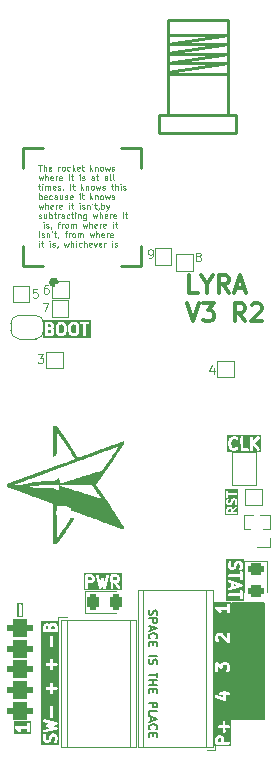
<source format=gbr>
%TF.GenerationSoftware,KiCad,Pcbnew,8.0.0*%
%TF.CreationDate,2024-06-24T23:08:17-07:00*%
%TF.ProjectId,lyrav3r2,6c797261-7633-4723-922e-6b696361645f,rev?*%
%TF.SameCoordinates,Original*%
%TF.FileFunction,Legend,Top*%
%TF.FilePolarity,Positive*%
%FSLAX46Y46*%
G04 Gerber Fmt 4.6, Leading zero omitted, Abs format (unit mm)*
G04 Created by KiCad (PCBNEW 8.0.0) date 2024-06-24 23:08:17*
%MOMM*%
%LPD*%
G01*
G04 APERTURE LIST*
G04 Aperture macros list*
%AMRoundRect*
0 Rectangle with rounded corners*
0 $1 Rounding radius*
0 $2 $3 $4 $5 $6 $7 $8 $9 X,Y pos of 4 corners*
0 Add a 4 corners polygon primitive as box body*
4,1,4,$2,$3,$4,$5,$6,$7,$8,$9,$2,$3,0*
0 Add four circle primitives for the rounded corners*
1,1,$1+$1,$2,$3*
1,1,$1+$1,$4,$5*
1,1,$1+$1,$6,$7*
1,1,$1+$1,$8,$9*
0 Add four rect primitives between the rounded corners*
20,1,$1+$1,$2,$3,$4,$5,0*
20,1,$1+$1,$4,$5,$6,$7,0*
20,1,$1+$1,$6,$7,$8,$9,0*
20,1,$1+$1,$8,$9,$2,$3,0*%
%AMFreePoly0*
4,1,19,0.000000,0.744911,0.071157,0.744911,0.207708,0.704816,0.327430,0.627875,0.420627,0.520320,0.479746,0.390866,0.500000,0.250000,0.500000,-0.250000,0.479746,-0.390866,0.420627,-0.520320,0.327430,-0.627875,0.207708,-0.704816,0.071157,-0.744911,0.000000,-0.744911,0.000000,-0.750000,-0.500000,-0.750000,-0.500000,0.750000,0.000000,0.750000,0.000000,0.744911,0.000000,0.744911,
$1*%
%AMFreePoly1*
4,1,19,0.500000,-0.750000,0.000000,-0.750000,0.000000,-0.744911,-0.071157,-0.744911,-0.207708,-0.704816,-0.327430,-0.627875,-0.420627,-0.520320,-0.479746,-0.390866,-0.500000,-0.250000,-0.500000,0.250000,-0.479746,0.390866,-0.420627,0.520320,-0.327430,0.627875,-0.207708,0.704816,-0.071157,0.744911,0.000000,0.744911,0.000000,0.750000,0.500000,0.750000,0.500000,-0.750000,0.500000,-0.750000,
$1*%
G04 Aperture macros list end*
%ADD10C,0.150000*%
%ADD11C,0.125000*%
%ADD12C,0.175000*%
%ADD13C,0.250000*%
%ADD14C,0.375000*%
%ADD15C,0.187500*%
%ADD16C,0.120000*%
%ADD17C,0.000000*%
%ADD18C,0.400000*%
%ADD19O,1.000000X1.000000*%
%ADD20R,1.000000X1.000000*%
%ADD21FreePoly0,0.000000*%
%ADD22FreePoly1,0.000000*%
%ADD23C,2.200000*%
%ADD24R,2.200000X2.200000*%
%ADD25R,1.500000X0.800000*%
%ADD26R,0.800000X1.500000*%
%ADD27C,5.600000*%
%ADD28RoundRect,0.492126X-0.632874X-0.257874X0.632874X-0.257874X0.632874X0.257874X-0.632874X0.257874X0*%
%ADD29R,1.500000X1.000000*%
%ADD30R,1.400000X5.000000*%
%ADD31R,1.200000X5.000000*%
%ADD32RoundRect,0.243750X-0.243750X-0.456250X0.243750X-0.456250X0.243750X0.456250X-0.243750X0.456250X0*%
%ADD33RoundRect,0.243750X-0.456250X0.243750X-0.456250X-0.243750X0.456250X-0.243750X0.456250X0.243750X0*%
%ADD34O,1.900000X1.200000*%
%ADD35O,1.400000X1.200000*%
G04 APERTURE END LIST*
D10*
X19108000Y12998800D02*
X21825800Y12998800D01*
X21825800Y3194400D01*
X19108000Y3194400D01*
X19108000Y12998800D01*
G36*
X19108000Y12998800D02*
G01*
X21825800Y12998800D01*
X21825800Y3194400D01*
X19108000Y3194400D01*
X19108000Y12998800D01*
G37*
D11*
X16167950Y42351858D02*
X16096521Y42387572D01*
X16096521Y42387572D02*
X16060807Y42423286D01*
X16060807Y42423286D02*
X16025093Y42494715D01*
X16025093Y42494715D02*
X16025093Y42530429D01*
X16025093Y42530429D02*
X16060807Y42601858D01*
X16060807Y42601858D02*
X16096521Y42637572D01*
X16096521Y42637572D02*
X16167950Y42673286D01*
X16167950Y42673286D02*
X16310807Y42673286D01*
X16310807Y42673286D02*
X16382236Y42637572D01*
X16382236Y42637572D02*
X16417950Y42601858D01*
X16417950Y42601858D02*
X16453664Y42530429D01*
X16453664Y42530429D02*
X16453664Y42494715D01*
X16453664Y42494715D02*
X16417950Y42423286D01*
X16417950Y42423286D02*
X16382236Y42387572D01*
X16382236Y42387572D02*
X16310807Y42351858D01*
X16310807Y42351858D02*
X16167950Y42351858D01*
X16167950Y42351858D02*
X16096521Y42316143D01*
X16096521Y42316143D02*
X16060807Y42280429D01*
X16060807Y42280429D02*
X16025093Y42209000D01*
X16025093Y42209000D02*
X16025093Y42066143D01*
X16025093Y42066143D02*
X16060807Y41994715D01*
X16060807Y41994715D02*
X16096521Y41959000D01*
X16096521Y41959000D02*
X16167950Y41923286D01*
X16167950Y41923286D02*
X16310807Y41923286D01*
X16310807Y41923286D02*
X16382236Y41959000D01*
X16382236Y41959000D02*
X16417950Y41994715D01*
X16417950Y41994715D02*
X16453664Y42066143D01*
X16453664Y42066143D02*
X16453664Y42209000D01*
X16453664Y42209000D02*
X16417950Y42280429D01*
X16417950Y42280429D02*
X16382236Y42316143D01*
X16382236Y42316143D02*
X16310807Y42351858D01*
X12063921Y42205486D02*
X12206778Y42205486D01*
X12206778Y42205486D02*
X12278207Y42241200D01*
X12278207Y42241200D02*
X12313921Y42276915D01*
X12313921Y42276915D02*
X12385350Y42384058D01*
X12385350Y42384058D02*
X12421064Y42526915D01*
X12421064Y42526915D02*
X12421064Y42812629D01*
X12421064Y42812629D02*
X12385350Y42884058D01*
X12385350Y42884058D02*
X12349636Y42919772D01*
X12349636Y42919772D02*
X12278207Y42955486D01*
X12278207Y42955486D02*
X12135350Y42955486D01*
X12135350Y42955486D02*
X12063921Y42919772D01*
X12063921Y42919772D02*
X12028207Y42884058D01*
X12028207Y42884058D02*
X11992493Y42812629D01*
X11992493Y42812629D02*
X11992493Y42634058D01*
X11992493Y42634058D02*
X12028207Y42562629D01*
X12028207Y42562629D02*
X12063921Y42526915D01*
X12063921Y42526915D02*
X12135350Y42491200D01*
X12135350Y42491200D02*
X12278207Y42491200D01*
X12278207Y42491200D02*
X12349636Y42526915D01*
X12349636Y42526915D02*
X12385350Y42562629D01*
X12385350Y42562629D02*
X12421064Y42634058D01*
X2631750Y39602686D02*
X2274607Y39602686D01*
X2274607Y39602686D02*
X2238893Y39245543D01*
X2238893Y39245543D02*
X2274607Y39281258D01*
X2274607Y39281258D02*
X2346036Y39316972D01*
X2346036Y39316972D02*
X2524607Y39316972D01*
X2524607Y39316972D02*
X2596036Y39281258D01*
X2596036Y39281258D02*
X2631750Y39245543D01*
X2631750Y39245543D02*
X2667464Y39174115D01*
X2667464Y39174115D02*
X2667464Y38995543D01*
X2667464Y38995543D02*
X2631750Y38924115D01*
X2631750Y38924115D02*
X2596036Y38888400D01*
X2596036Y38888400D02*
X2524607Y38852686D01*
X2524607Y38852686D02*
X2346036Y38852686D01*
X2346036Y38852686D02*
X2274607Y38888400D01*
X2274607Y38888400D02*
X2238893Y38924115D01*
X3510436Y39932886D02*
X3367578Y39932886D01*
X3367578Y39932886D02*
X3296150Y39897172D01*
X3296150Y39897172D02*
X3260436Y39861458D01*
X3260436Y39861458D02*
X3189007Y39754315D01*
X3189007Y39754315D02*
X3153293Y39611458D01*
X3153293Y39611458D02*
X3153293Y39325743D01*
X3153293Y39325743D02*
X3189007Y39254315D01*
X3189007Y39254315D02*
X3224721Y39218600D01*
X3224721Y39218600D02*
X3296150Y39182886D01*
X3296150Y39182886D02*
X3439007Y39182886D01*
X3439007Y39182886D02*
X3510436Y39218600D01*
X3510436Y39218600D02*
X3546150Y39254315D01*
X3546150Y39254315D02*
X3581864Y39325743D01*
X3581864Y39325743D02*
X3581864Y39504315D01*
X3581864Y39504315D02*
X3546150Y39575743D01*
X3546150Y39575743D02*
X3510436Y39611458D01*
X3510436Y39611458D02*
X3439007Y39647172D01*
X3439007Y39647172D02*
X3296150Y39647172D01*
X3296150Y39647172D02*
X3224721Y39611458D01*
X3224721Y39611458D02*
X3189007Y39575743D01*
X3189007Y39575743D02*
X3153293Y39504315D01*
X3066778Y38434286D02*
X3566778Y38434286D01*
X3566778Y38434286D02*
X3245350Y37684286D01*
X2660378Y34065486D02*
X3124664Y34065486D01*
X3124664Y34065486D02*
X2874664Y33779772D01*
X2874664Y33779772D02*
X2981807Y33779772D01*
X2981807Y33779772D02*
X3053236Y33744058D01*
X3053236Y33744058D02*
X3088950Y33708343D01*
X3088950Y33708343D02*
X3124664Y33636915D01*
X3124664Y33636915D02*
X3124664Y33458343D01*
X3124664Y33458343D02*
X3088950Y33386915D01*
X3088950Y33386915D02*
X3053236Y33351200D01*
X3053236Y33351200D02*
X2981807Y33315486D01*
X2981807Y33315486D02*
X2767521Y33315486D01*
X2767521Y33315486D02*
X2696093Y33351200D01*
X2696093Y33351200D02*
X2660378Y33386915D01*
X17556636Y32901086D02*
X17556636Y32401086D01*
X17378064Y33186800D02*
X17199493Y32651086D01*
X17199493Y32651086D02*
X17663778Y32651086D01*
X2702455Y50105267D02*
X2988169Y50105267D01*
X2845312Y49605267D02*
X2845312Y50105267D01*
X3154835Y49605267D02*
X3154835Y50105267D01*
X3369121Y49605267D02*
X3369121Y49867172D01*
X3369121Y49867172D02*
X3345311Y49914791D01*
X3345311Y49914791D02*
X3297692Y49938600D01*
X3297692Y49938600D02*
X3226264Y49938600D01*
X3226264Y49938600D02*
X3178645Y49914791D01*
X3178645Y49914791D02*
X3154835Y49890981D01*
X3797692Y49629076D02*
X3750073Y49605267D01*
X3750073Y49605267D02*
X3654835Y49605267D01*
X3654835Y49605267D02*
X3607216Y49629076D01*
X3607216Y49629076D02*
X3583407Y49676696D01*
X3583407Y49676696D02*
X3583407Y49867172D01*
X3583407Y49867172D02*
X3607216Y49914791D01*
X3607216Y49914791D02*
X3654835Y49938600D01*
X3654835Y49938600D02*
X3750073Y49938600D01*
X3750073Y49938600D02*
X3797692Y49914791D01*
X3797692Y49914791D02*
X3821502Y49867172D01*
X3821502Y49867172D02*
X3821502Y49819553D01*
X3821502Y49819553D02*
X3583407Y49771934D01*
X4416739Y49605267D02*
X4416739Y49938600D01*
X4416739Y49843362D02*
X4440549Y49890981D01*
X4440549Y49890981D02*
X4464358Y49914791D01*
X4464358Y49914791D02*
X4511977Y49938600D01*
X4511977Y49938600D02*
X4559596Y49938600D01*
X4797692Y49605267D02*
X4750073Y49629076D01*
X4750073Y49629076D02*
X4726263Y49652886D01*
X4726263Y49652886D02*
X4702454Y49700505D01*
X4702454Y49700505D02*
X4702454Y49843362D01*
X4702454Y49843362D02*
X4726263Y49890981D01*
X4726263Y49890981D02*
X4750073Y49914791D01*
X4750073Y49914791D02*
X4797692Y49938600D01*
X4797692Y49938600D02*
X4869120Y49938600D01*
X4869120Y49938600D02*
X4916739Y49914791D01*
X4916739Y49914791D02*
X4940549Y49890981D01*
X4940549Y49890981D02*
X4964358Y49843362D01*
X4964358Y49843362D02*
X4964358Y49700505D01*
X4964358Y49700505D02*
X4940549Y49652886D01*
X4940549Y49652886D02*
X4916739Y49629076D01*
X4916739Y49629076D02*
X4869120Y49605267D01*
X4869120Y49605267D02*
X4797692Y49605267D01*
X5392930Y49629076D02*
X5345311Y49605267D01*
X5345311Y49605267D02*
X5250073Y49605267D01*
X5250073Y49605267D02*
X5202454Y49629076D01*
X5202454Y49629076D02*
X5178644Y49652886D01*
X5178644Y49652886D02*
X5154835Y49700505D01*
X5154835Y49700505D02*
X5154835Y49843362D01*
X5154835Y49843362D02*
X5178644Y49890981D01*
X5178644Y49890981D02*
X5202454Y49914791D01*
X5202454Y49914791D02*
X5250073Y49938600D01*
X5250073Y49938600D02*
X5345311Y49938600D01*
X5345311Y49938600D02*
X5392930Y49914791D01*
X5607215Y49605267D02*
X5607215Y50105267D01*
X5654834Y49795743D02*
X5797691Y49605267D01*
X5797691Y49938600D02*
X5607215Y49748124D01*
X6202453Y49629076D02*
X6154834Y49605267D01*
X6154834Y49605267D02*
X6059596Y49605267D01*
X6059596Y49605267D02*
X6011977Y49629076D01*
X6011977Y49629076D02*
X5988168Y49676696D01*
X5988168Y49676696D02*
X5988168Y49867172D01*
X5988168Y49867172D02*
X6011977Y49914791D01*
X6011977Y49914791D02*
X6059596Y49938600D01*
X6059596Y49938600D02*
X6154834Y49938600D01*
X6154834Y49938600D02*
X6202453Y49914791D01*
X6202453Y49914791D02*
X6226263Y49867172D01*
X6226263Y49867172D02*
X6226263Y49819553D01*
X6226263Y49819553D02*
X5988168Y49771934D01*
X6369120Y49938600D02*
X6559596Y49938600D01*
X6440548Y50105267D02*
X6440548Y49676696D01*
X6440548Y49676696D02*
X6464358Y49629076D01*
X6464358Y49629076D02*
X6511977Y49605267D01*
X6511977Y49605267D02*
X6559596Y49605267D01*
X7107214Y49605267D02*
X7107214Y50105267D01*
X7154833Y49795743D02*
X7297690Y49605267D01*
X7297690Y49938600D02*
X7107214Y49748124D01*
X7511976Y49938600D02*
X7511976Y49605267D01*
X7511976Y49890981D02*
X7535786Y49914791D01*
X7535786Y49914791D02*
X7583405Y49938600D01*
X7583405Y49938600D02*
X7654833Y49938600D01*
X7654833Y49938600D02*
X7702452Y49914791D01*
X7702452Y49914791D02*
X7726262Y49867172D01*
X7726262Y49867172D02*
X7726262Y49605267D01*
X8035786Y49605267D02*
X7988167Y49629076D01*
X7988167Y49629076D02*
X7964357Y49652886D01*
X7964357Y49652886D02*
X7940548Y49700505D01*
X7940548Y49700505D02*
X7940548Y49843362D01*
X7940548Y49843362D02*
X7964357Y49890981D01*
X7964357Y49890981D02*
X7988167Y49914791D01*
X7988167Y49914791D02*
X8035786Y49938600D01*
X8035786Y49938600D02*
X8107214Y49938600D01*
X8107214Y49938600D02*
X8154833Y49914791D01*
X8154833Y49914791D02*
X8178643Y49890981D01*
X8178643Y49890981D02*
X8202452Y49843362D01*
X8202452Y49843362D02*
X8202452Y49700505D01*
X8202452Y49700505D02*
X8178643Y49652886D01*
X8178643Y49652886D02*
X8154833Y49629076D01*
X8154833Y49629076D02*
X8107214Y49605267D01*
X8107214Y49605267D02*
X8035786Y49605267D01*
X8369119Y49938600D02*
X8464357Y49605267D01*
X8464357Y49605267D02*
X8559595Y49843362D01*
X8559595Y49843362D02*
X8654833Y49605267D01*
X8654833Y49605267D02*
X8750071Y49938600D01*
X8916739Y49629076D02*
X8964358Y49605267D01*
X8964358Y49605267D02*
X9059596Y49605267D01*
X9059596Y49605267D02*
X9107215Y49629076D01*
X9107215Y49629076D02*
X9131024Y49676696D01*
X9131024Y49676696D02*
X9131024Y49700505D01*
X9131024Y49700505D02*
X9107215Y49748124D01*
X9107215Y49748124D02*
X9059596Y49771934D01*
X9059596Y49771934D02*
X8988167Y49771934D01*
X8988167Y49771934D02*
X8940548Y49795743D01*
X8940548Y49795743D02*
X8916739Y49843362D01*
X8916739Y49843362D02*
X8916739Y49867172D01*
X8916739Y49867172D02*
X8940548Y49914791D01*
X8940548Y49914791D02*
X8988167Y49938600D01*
X8988167Y49938600D02*
X9059596Y49938600D01*
X9059596Y49938600D02*
X9107215Y49914791D01*
X2726264Y49133628D02*
X2821502Y48800295D01*
X2821502Y48800295D02*
X2916740Y49038390D01*
X2916740Y49038390D02*
X3011978Y48800295D01*
X3011978Y48800295D02*
X3107216Y49133628D01*
X3297693Y48800295D02*
X3297693Y49300295D01*
X3511979Y48800295D02*
X3511979Y49062200D01*
X3511979Y49062200D02*
X3488169Y49109819D01*
X3488169Y49109819D02*
X3440550Y49133628D01*
X3440550Y49133628D02*
X3369122Y49133628D01*
X3369122Y49133628D02*
X3321503Y49109819D01*
X3321503Y49109819D02*
X3297693Y49086009D01*
X3940550Y48824104D02*
X3892931Y48800295D01*
X3892931Y48800295D02*
X3797693Y48800295D01*
X3797693Y48800295D02*
X3750074Y48824104D01*
X3750074Y48824104D02*
X3726265Y48871724D01*
X3726265Y48871724D02*
X3726265Y49062200D01*
X3726265Y49062200D02*
X3750074Y49109819D01*
X3750074Y49109819D02*
X3797693Y49133628D01*
X3797693Y49133628D02*
X3892931Y49133628D01*
X3892931Y49133628D02*
X3940550Y49109819D01*
X3940550Y49109819D02*
X3964360Y49062200D01*
X3964360Y49062200D02*
X3964360Y49014581D01*
X3964360Y49014581D02*
X3726265Y48966962D01*
X4178645Y48800295D02*
X4178645Y49133628D01*
X4178645Y49038390D02*
X4202455Y49086009D01*
X4202455Y49086009D02*
X4226264Y49109819D01*
X4226264Y49109819D02*
X4273883Y49133628D01*
X4273883Y49133628D02*
X4321502Y49133628D01*
X4678645Y48824104D02*
X4631026Y48800295D01*
X4631026Y48800295D02*
X4535788Y48800295D01*
X4535788Y48800295D02*
X4488169Y48824104D01*
X4488169Y48824104D02*
X4464360Y48871724D01*
X4464360Y48871724D02*
X4464360Y49062200D01*
X4464360Y49062200D02*
X4488169Y49109819D01*
X4488169Y49109819D02*
X4535788Y49133628D01*
X4535788Y49133628D02*
X4631026Y49133628D01*
X4631026Y49133628D02*
X4678645Y49109819D01*
X4678645Y49109819D02*
X4702455Y49062200D01*
X4702455Y49062200D02*
X4702455Y49014581D01*
X4702455Y49014581D02*
X4464360Y48966962D01*
X5297692Y48800295D02*
X5297692Y49133628D01*
X5297692Y49300295D02*
X5273883Y49276485D01*
X5273883Y49276485D02*
X5297692Y49252676D01*
X5297692Y49252676D02*
X5321502Y49276485D01*
X5321502Y49276485D02*
X5297692Y49300295D01*
X5297692Y49300295D02*
X5297692Y49252676D01*
X5464359Y49133628D02*
X5654835Y49133628D01*
X5535787Y49300295D02*
X5535787Y48871724D01*
X5535787Y48871724D02*
X5559597Y48824104D01*
X5559597Y48824104D02*
X5607216Y48800295D01*
X5607216Y48800295D02*
X5654835Y48800295D01*
X6202453Y48800295D02*
X6202453Y49133628D01*
X6202453Y49300295D02*
X6178644Y49276485D01*
X6178644Y49276485D02*
X6202453Y49252676D01*
X6202453Y49252676D02*
X6226263Y49276485D01*
X6226263Y49276485D02*
X6202453Y49300295D01*
X6202453Y49300295D02*
X6202453Y49252676D01*
X6416739Y48824104D02*
X6464358Y48800295D01*
X6464358Y48800295D02*
X6559596Y48800295D01*
X6559596Y48800295D02*
X6607215Y48824104D01*
X6607215Y48824104D02*
X6631024Y48871724D01*
X6631024Y48871724D02*
X6631024Y48895533D01*
X6631024Y48895533D02*
X6607215Y48943152D01*
X6607215Y48943152D02*
X6559596Y48966962D01*
X6559596Y48966962D02*
X6488167Y48966962D01*
X6488167Y48966962D02*
X6440548Y48990771D01*
X6440548Y48990771D02*
X6416739Y49038390D01*
X6416739Y49038390D02*
X6416739Y49062200D01*
X6416739Y49062200D02*
X6440548Y49109819D01*
X6440548Y49109819D02*
X6488167Y49133628D01*
X6488167Y49133628D02*
X6559596Y49133628D01*
X6559596Y49133628D02*
X6607215Y49109819D01*
X7440548Y48800295D02*
X7440548Y49062200D01*
X7440548Y49062200D02*
X7416738Y49109819D01*
X7416738Y49109819D02*
X7369119Y49133628D01*
X7369119Y49133628D02*
X7273881Y49133628D01*
X7273881Y49133628D02*
X7226262Y49109819D01*
X7440548Y48824104D02*
X7392929Y48800295D01*
X7392929Y48800295D02*
X7273881Y48800295D01*
X7273881Y48800295D02*
X7226262Y48824104D01*
X7226262Y48824104D02*
X7202453Y48871724D01*
X7202453Y48871724D02*
X7202453Y48919343D01*
X7202453Y48919343D02*
X7226262Y48966962D01*
X7226262Y48966962D02*
X7273881Y48990771D01*
X7273881Y48990771D02*
X7392929Y48990771D01*
X7392929Y48990771D02*
X7440548Y49014581D01*
X7607215Y49133628D02*
X7797691Y49133628D01*
X7678643Y49300295D02*
X7678643Y48871724D01*
X7678643Y48871724D02*
X7702453Y48824104D01*
X7702453Y48824104D02*
X7750072Y48800295D01*
X7750072Y48800295D02*
X7797691Y48800295D01*
X8559595Y48800295D02*
X8559595Y49062200D01*
X8559595Y49062200D02*
X8535785Y49109819D01*
X8535785Y49109819D02*
X8488166Y49133628D01*
X8488166Y49133628D02*
X8392928Y49133628D01*
X8392928Y49133628D02*
X8345309Y49109819D01*
X8559595Y48824104D02*
X8511976Y48800295D01*
X8511976Y48800295D02*
X8392928Y48800295D01*
X8392928Y48800295D02*
X8345309Y48824104D01*
X8345309Y48824104D02*
X8321500Y48871724D01*
X8321500Y48871724D02*
X8321500Y48919343D01*
X8321500Y48919343D02*
X8345309Y48966962D01*
X8345309Y48966962D02*
X8392928Y48990771D01*
X8392928Y48990771D02*
X8511976Y48990771D01*
X8511976Y48990771D02*
X8559595Y49014581D01*
X8869119Y48800295D02*
X8821500Y48824104D01*
X8821500Y48824104D02*
X8797690Y48871724D01*
X8797690Y48871724D02*
X8797690Y49300295D01*
X9131024Y48800295D02*
X9083405Y48824104D01*
X9083405Y48824104D02*
X9059595Y48871724D01*
X9059595Y48871724D02*
X9059595Y49300295D01*
X2702455Y48328656D02*
X2892931Y48328656D01*
X2773883Y48495323D02*
X2773883Y48066752D01*
X2773883Y48066752D02*
X2797693Y48019132D01*
X2797693Y48019132D02*
X2845312Y47995323D01*
X2845312Y47995323D02*
X2892931Y47995323D01*
X3059597Y47995323D02*
X3059597Y48328656D01*
X3059597Y48495323D02*
X3035788Y48471513D01*
X3035788Y48471513D02*
X3059597Y48447704D01*
X3059597Y48447704D02*
X3083407Y48471513D01*
X3083407Y48471513D02*
X3059597Y48495323D01*
X3059597Y48495323D02*
X3059597Y48447704D01*
X3297692Y47995323D02*
X3297692Y48328656D01*
X3297692Y48281037D02*
X3321502Y48304847D01*
X3321502Y48304847D02*
X3369121Y48328656D01*
X3369121Y48328656D02*
X3440549Y48328656D01*
X3440549Y48328656D02*
X3488168Y48304847D01*
X3488168Y48304847D02*
X3511978Y48257228D01*
X3511978Y48257228D02*
X3511978Y47995323D01*
X3511978Y48257228D02*
X3535787Y48304847D01*
X3535787Y48304847D02*
X3583406Y48328656D01*
X3583406Y48328656D02*
X3654835Y48328656D01*
X3654835Y48328656D02*
X3702454Y48304847D01*
X3702454Y48304847D02*
X3726264Y48257228D01*
X3726264Y48257228D02*
X3726264Y47995323D01*
X4154835Y48019132D02*
X4107216Y47995323D01*
X4107216Y47995323D02*
X4011978Y47995323D01*
X4011978Y47995323D02*
X3964359Y48019132D01*
X3964359Y48019132D02*
X3940550Y48066752D01*
X3940550Y48066752D02*
X3940550Y48257228D01*
X3940550Y48257228D02*
X3964359Y48304847D01*
X3964359Y48304847D02*
X4011978Y48328656D01*
X4011978Y48328656D02*
X4107216Y48328656D01*
X4107216Y48328656D02*
X4154835Y48304847D01*
X4154835Y48304847D02*
X4178645Y48257228D01*
X4178645Y48257228D02*
X4178645Y48209609D01*
X4178645Y48209609D02*
X3940550Y48161990D01*
X4369121Y48019132D02*
X4416740Y47995323D01*
X4416740Y47995323D02*
X4511978Y47995323D01*
X4511978Y47995323D02*
X4559597Y48019132D01*
X4559597Y48019132D02*
X4583406Y48066752D01*
X4583406Y48066752D02*
X4583406Y48090561D01*
X4583406Y48090561D02*
X4559597Y48138180D01*
X4559597Y48138180D02*
X4511978Y48161990D01*
X4511978Y48161990D02*
X4440549Y48161990D01*
X4440549Y48161990D02*
X4392930Y48185799D01*
X4392930Y48185799D02*
X4369121Y48233418D01*
X4369121Y48233418D02*
X4369121Y48257228D01*
X4369121Y48257228D02*
X4392930Y48304847D01*
X4392930Y48304847D02*
X4440549Y48328656D01*
X4440549Y48328656D02*
X4511978Y48328656D01*
X4511978Y48328656D02*
X4559597Y48304847D01*
X4797692Y48042942D02*
X4821502Y48019132D01*
X4821502Y48019132D02*
X4797692Y47995323D01*
X4797692Y47995323D02*
X4773883Y48019132D01*
X4773883Y48019132D02*
X4797692Y48042942D01*
X4797692Y48042942D02*
X4797692Y47995323D01*
X5416739Y47995323D02*
X5416739Y48495323D01*
X5583406Y48328656D02*
X5773882Y48328656D01*
X5654834Y48495323D02*
X5654834Y48066752D01*
X5654834Y48066752D02*
X5678644Y48019132D01*
X5678644Y48019132D02*
X5726263Y47995323D01*
X5726263Y47995323D02*
X5773882Y47995323D01*
X6321500Y47995323D02*
X6321500Y48495323D01*
X6369119Y48185799D02*
X6511976Y47995323D01*
X6511976Y48328656D02*
X6321500Y48138180D01*
X6726262Y48328656D02*
X6726262Y47995323D01*
X6726262Y48281037D02*
X6750072Y48304847D01*
X6750072Y48304847D02*
X6797691Y48328656D01*
X6797691Y48328656D02*
X6869119Y48328656D01*
X6869119Y48328656D02*
X6916738Y48304847D01*
X6916738Y48304847D02*
X6940548Y48257228D01*
X6940548Y48257228D02*
X6940548Y47995323D01*
X7250072Y47995323D02*
X7202453Y48019132D01*
X7202453Y48019132D02*
X7178643Y48042942D01*
X7178643Y48042942D02*
X7154834Y48090561D01*
X7154834Y48090561D02*
X7154834Y48233418D01*
X7154834Y48233418D02*
X7178643Y48281037D01*
X7178643Y48281037D02*
X7202453Y48304847D01*
X7202453Y48304847D02*
X7250072Y48328656D01*
X7250072Y48328656D02*
X7321500Y48328656D01*
X7321500Y48328656D02*
X7369119Y48304847D01*
X7369119Y48304847D02*
X7392929Y48281037D01*
X7392929Y48281037D02*
X7416738Y48233418D01*
X7416738Y48233418D02*
X7416738Y48090561D01*
X7416738Y48090561D02*
X7392929Y48042942D01*
X7392929Y48042942D02*
X7369119Y48019132D01*
X7369119Y48019132D02*
X7321500Y47995323D01*
X7321500Y47995323D02*
X7250072Y47995323D01*
X7583405Y48328656D02*
X7678643Y47995323D01*
X7678643Y47995323D02*
X7773881Y48233418D01*
X7773881Y48233418D02*
X7869119Y47995323D01*
X7869119Y47995323D02*
X7964357Y48328656D01*
X8131025Y48019132D02*
X8178644Y47995323D01*
X8178644Y47995323D02*
X8273882Y47995323D01*
X8273882Y47995323D02*
X8321501Y48019132D01*
X8321501Y48019132D02*
X8345310Y48066752D01*
X8345310Y48066752D02*
X8345310Y48090561D01*
X8345310Y48090561D02*
X8321501Y48138180D01*
X8321501Y48138180D02*
X8273882Y48161990D01*
X8273882Y48161990D02*
X8202453Y48161990D01*
X8202453Y48161990D02*
X8154834Y48185799D01*
X8154834Y48185799D02*
X8131025Y48233418D01*
X8131025Y48233418D02*
X8131025Y48257228D01*
X8131025Y48257228D02*
X8154834Y48304847D01*
X8154834Y48304847D02*
X8202453Y48328656D01*
X8202453Y48328656D02*
X8273882Y48328656D01*
X8273882Y48328656D02*
X8321501Y48304847D01*
X8869120Y48328656D02*
X9059596Y48328656D01*
X8940548Y48495323D02*
X8940548Y48066752D01*
X8940548Y48066752D02*
X8964358Y48019132D01*
X8964358Y48019132D02*
X9011977Y47995323D01*
X9011977Y47995323D02*
X9059596Y47995323D01*
X9226262Y47995323D02*
X9226262Y48495323D01*
X9440548Y47995323D02*
X9440548Y48257228D01*
X9440548Y48257228D02*
X9416738Y48304847D01*
X9416738Y48304847D02*
X9369119Y48328656D01*
X9369119Y48328656D02*
X9297691Y48328656D01*
X9297691Y48328656D02*
X9250072Y48304847D01*
X9250072Y48304847D02*
X9226262Y48281037D01*
X9678643Y47995323D02*
X9678643Y48328656D01*
X9678643Y48495323D02*
X9654834Y48471513D01*
X9654834Y48471513D02*
X9678643Y48447704D01*
X9678643Y48447704D02*
X9702453Y48471513D01*
X9702453Y48471513D02*
X9678643Y48495323D01*
X9678643Y48495323D02*
X9678643Y48447704D01*
X9892929Y48019132D02*
X9940548Y47995323D01*
X9940548Y47995323D02*
X10035786Y47995323D01*
X10035786Y47995323D02*
X10083405Y48019132D01*
X10083405Y48019132D02*
X10107214Y48066752D01*
X10107214Y48066752D02*
X10107214Y48090561D01*
X10107214Y48090561D02*
X10083405Y48138180D01*
X10083405Y48138180D02*
X10035786Y48161990D01*
X10035786Y48161990D02*
X9964357Y48161990D01*
X9964357Y48161990D02*
X9916738Y48185799D01*
X9916738Y48185799D02*
X9892929Y48233418D01*
X9892929Y48233418D02*
X9892929Y48257228D01*
X9892929Y48257228D02*
X9916738Y48304847D01*
X9916738Y48304847D02*
X9964357Y48328656D01*
X9964357Y48328656D02*
X10035786Y48328656D01*
X10035786Y48328656D02*
X10083405Y48304847D01*
X2773883Y47190351D02*
X2773883Y47690351D01*
X2773883Y47499875D02*
X2821502Y47523684D01*
X2821502Y47523684D02*
X2916740Y47523684D01*
X2916740Y47523684D02*
X2964359Y47499875D01*
X2964359Y47499875D02*
X2988169Y47476065D01*
X2988169Y47476065D02*
X3011978Y47428446D01*
X3011978Y47428446D02*
X3011978Y47285589D01*
X3011978Y47285589D02*
X2988169Y47237970D01*
X2988169Y47237970D02*
X2964359Y47214160D01*
X2964359Y47214160D02*
X2916740Y47190351D01*
X2916740Y47190351D02*
X2821502Y47190351D01*
X2821502Y47190351D02*
X2773883Y47214160D01*
X3416740Y47214160D02*
X3369121Y47190351D01*
X3369121Y47190351D02*
X3273883Y47190351D01*
X3273883Y47190351D02*
X3226264Y47214160D01*
X3226264Y47214160D02*
X3202455Y47261780D01*
X3202455Y47261780D02*
X3202455Y47452256D01*
X3202455Y47452256D02*
X3226264Y47499875D01*
X3226264Y47499875D02*
X3273883Y47523684D01*
X3273883Y47523684D02*
X3369121Y47523684D01*
X3369121Y47523684D02*
X3416740Y47499875D01*
X3416740Y47499875D02*
X3440550Y47452256D01*
X3440550Y47452256D02*
X3440550Y47404637D01*
X3440550Y47404637D02*
X3202455Y47357018D01*
X3869121Y47214160D02*
X3821502Y47190351D01*
X3821502Y47190351D02*
X3726264Y47190351D01*
X3726264Y47190351D02*
X3678645Y47214160D01*
X3678645Y47214160D02*
X3654835Y47237970D01*
X3654835Y47237970D02*
X3631026Y47285589D01*
X3631026Y47285589D02*
X3631026Y47428446D01*
X3631026Y47428446D02*
X3654835Y47476065D01*
X3654835Y47476065D02*
X3678645Y47499875D01*
X3678645Y47499875D02*
X3726264Y47523684D01*
X3726264Y47523684D02*
X3821502Y47523684D01*
X3821502Y47523684D02*
X3869121Y47499875D01*
X4297692Y47190351D02*
X4297692Y47452256D01*
X4297692Y47452256D02*
X4273882Y47499875D01*
X4273882Y47499875D02*
X4226263Y47523684D01*
X4226263Y47523684D02*
X4131025Y47523684D01*
X4131025Y47523684D02*
X4083406Y47499875D01*
X4297692Y47214160D02*
X4250073Y47190351D01*
X4250073Y47190351D02*
X4131025Y47190351D01*
X4131025Y47190351D02*
X4083406Y47214160D01*
X4083406Y47214160D02*
X4059597Y47261780D01*
X4059597Y47261780D02*
X4059597Y47309399D01*
X4059597Y47309399D02*
X4083406Y47357018D01*
X4083406Y47357018D02*
X4131025Y47380827D01*
X4131025Y47380827D02*
X4250073Y47380827D01*
X4250073Y47380827D02*
X4297692Y47404637D01*
X4750073Y47523684D02*
X4750073Y47190351D01*
X4535787Y47523684D02*
X4535787Y47261780D01*
X4535787Y47261780D02*
X4559597Y47214160D01*
X4559597Y47214160D02*
X4607216Y47190351D01*
X4607216Y47190351D02*
X4678644Y47190351D01*
X4678644Y47190351D02*
X4726263Y47214160D01*
X4726263Y47214160D02*
X4750073Y47237970D01*
X4964359Y47214160D02*
X5011978Y47190351D01*
X5011978Y47190351D02*
X5107216Y47190351D01*
X5107216Y47190351D02*
X5154835Y47214160D01*
X5154835Y47214160D02*
X5178644Y47261780D01*
X5178644Y47261780D02*
X5178644Y47285589D01*
X5178644Y47285589D02*
X5154835Y47333208D01*
X5154835Y47333208D02*
X5107216Y47357018D01*
X5107216Y47357018D02*
X5035787Y47357018D01*
X5035787Y47357018D02*
X4988168Y47380827D01*
X4988168Y47380827D02*
X4964359Y47428446D01*
X4964359Y47428446D02*
X4964359Y47452256D01*
X4964359Y47452256D02*
X4988168Y47499875D01*
X4988168Y47499875D02*
X5035787Y47523684D01*
X5035787Y47523684D02*
X5107216Y47523684D01*
X5107216Y47523684D02*
X5154835Y47499875D01*
X5583406Y47214160D02*
X5535787Y47190351D01*
X5535787Y47190351D02*
X5440549Y47190351D01*
X5440549Y47190351D02*
X5392930Y47214160D01*
X5392930Y47214160D02*
X5369121Y47261780D01*
X5369121Y47261780D02*
X5369121Y47452256D01*
X5369121Y47452256D02*
X5392930Y47499875D01*
X5392930Y47499875D02*
X5440549Y47523684D01*
X5440549Y47523684D02*
X5535787Y47523684D01*
X5535787Y47523684D02*
X5583406Y47499875D01*
X5583406Y47499875D02*
X5607216Y47452256D01*
X5607216Y47452256D02*
X5607216Y47404637D01*
X5607216Y47404637D02*
X5369121Y47357018D01*
X6202453Y47190351D02*
X6202453Y47523684D01*
X6202453Y47690351D02*
X6178644Y47666541D01*
X6178644Y47666541D02*
X6202453Y47642732D01*
X6202453Y47642732D02*
X6226263Y47666541D01*
X6226263Y47666541D02*
X6202453Y47690351D01*
X6202453Y47690351D02*
X6202453Y47642732D01*
X6369120Y47523684D02*
X6559596Y47523684D01*
X6440548Y47690351D02*
X6440548Y47261780D01*
X6440548Y47261780D02*
X6464358Y47214160D01*
X6464358Y47214160D02*
X6511977Y47190351D01*
X6511977Y47190351D02*
X6559596Y47190351D01*
X7107214Y47190351D02*
X7107214Y47690351D01*
X7154833Y47380827D02*
X7297690Y47190351D01*
X7297690Y47523684D02*
X7107214Y47333208D01*
X7511976Y47523684D02*
X7511976Y47190351D01*
X7511976Y47476065D02*
X7535786Y47499875D01*
X7535786Y47499875D02*
X7583405Y47523684D01*
X7583405Y47523684D02*
X7654833Y47523684D01*
X7654833Y47523684D02*
X7702452Y47499875D01*
X7702452Y47499875D02*
X7726262Y47452256D01*
X7726262Y47452256D02*
X7726262Y47190351D01*
X8035786Y47190351D02*
X7988167Y47214160D01*
X7988167Y47214160D02*
X7964357Y47237970D01*
X7964357Y47237970D02*
X7940548Y47285589D01*
X7940548Y47285589D02*
X7940548Y47428446D01*
X7940548Y47428446D02*
X7964357Y47476065D01*
X7964357Y47476065D02*
X7988167Y47499875D01*
X7988167Y47499875D02*
X8035786Y47523684D01*
X8035786Y47523684D02*
X8107214Y47523684D01*
X8107214Y47523684D02*
X8154833Y47499875D01*
X8154833Y47499875D02*
X8178643Y47476065D01*
X8178643Y47476065D02*
X8202452Y47428446D01*
X8202452Y47428446D02*
X8202452Y47285589D01*
X8202452Y47285589D02*
X8178643Y47237970D01*
X8178643Y47237970D02*
X8154833Y47214160D01*
X8154833Y47214160D02*
X8107214Y47190351D01*
X8107214Y47190351D02*
X8035786Y47190351D01*
X8369119Y47523684D02*
X8464357Y47190351D01*
X8464357Y47190351D02*
X8559595Y47428446D01*
X8559595Y47428446D02*
X8654833Y47190351D01*
X8654833Y47190351D02*
X8750071Y47523684D01*
X8916739Y47214160D02*
X8964358Y47190351D01*
X8964358Y47190351D02*
X9059596Y47190351D01*
X9059596Y47190351D02*
X9107215Y47214160D01*
X9107215Y47214160D02*
X9131024Y47261780D01*
X9131024Y47261780D02*
X9131024Y47285589D01*
X9131024Y47285589D02*
X9107215Y47333208D01*
X9107215Y47333208D02*
X9059596Y47357018D01*
X9059596Y47357018D02*
X8988167Y47357018D01*
X8988167Y47357018D02*
X8940548Y47380827D01*
X8940548Y47380827D02*
X8916739Y47428446D01*
X8916739Y47428446D02*
X8916739Y47452256D01*
X8916739Y47452256D02*
X8940548Y47499875D01*
X8940548Y47499875D02*
X8988167Y47523684D01*
X8988167Y47523684D02*
X9059596Y47523684D01*
X9059596Y47523684D02*
X9107215Y47499875D01*
X2726264Y46718712D02*
X2821502Y46385379D01*
X2821502Y46385379D02*
X2916740Y46623474D01*
X2916740Y46623474D02*
X3011978Y46385379D01*
X3011978Y46385379D02*
X3107216Y46718712D01*
X3297693Y46385379D02*
X3297693Y46885379D01*
X3511979Y46385379D02*
X3511979Y46647284D01*
X3511979Y46647284D02*
X3488169Y46694903D01*
X3488169Y46694903D02*
X3440550Y46718712D01*
X3440550Y46718712D02*
X3369122Y46718712D01*
X3369122Y46718712D02*
X3321503Y46694903D01*
X3321503Y46694903D02*
X3297693Y46671093D01*
X3940550Y46409188D02*
X3892931Y46385379D01*
X3892931Y46385379D02*
X3797693Y46385379D01*
X3797693Y46385379D02*
X3750074Y46409188D01*
X3750074Y46409188D02*
X3726265Y46456808D01*
X3726265Y46456808D02*
X3726265Y46647284D01*
X3726265Y46647284D02*
X3750074Y46694903D01*
X3750074Y46694903D02*
X3797693Y46718712D01*
X3797693Y46718712D02*
X3892931Y46718712D01*
X3892931Y46718712D02*
X3940550Y46694903D01*
X3940550Y46694903D02*
X3964360Y46647284D01*
X3964360Y46647284D02*
X3964360Y46599665D01*
X3964360Y46599665D02*
X3726265Y46552046D01*
X4178645Y46385379D02*
X4178645Y46718712D01*
X4178645Y46623474D02*
X4202455Y46671093D01*
X4202455Y46671093D02*
X4226264Y46694903D01*
X4226264Y46694903D02*
X4273883Y46718712D01*
X4273883Y46718712D02*
X4321502Y46718712D01*
X4678645Y46409188D02*
X4631026Y46385379D01*
X4631026Y46385379D02*
X4535788Y46385379D01*
X4535788Y46385379D02*
X4488169Y46409188D01*
X4488169Y46409188D02*
X4464360Y46456808D01*
X4464360Y46456808D02*
X4464360Y46647284D01*
X4464360Y46647284D02*
X4488169Y46694903D01*
X4488169Y46694903D02*
X4535788Y46718712D01*
X4535788Y46718712D02*
X4631026Y46718712D01*
X4631026Y46718712D02*
X4678645Y46694903D01*
X4678645Y46694903D02*
X4702455Y46647284D01*
X4702455Y46647284D02*
X4702455Y46599665D01*
X4702455Y46599665D02*
X4464360Y46552046D01*
X5297692Y46385379D02*
X5297692Y46718712D01*
X5297692Y46885379D02*
X5273883Y46861569D01*
X5273883Y46861569D02*
X5297692Y46837760D01*
X5297692Y46837760D02*
X5321502Y46861569D01*
X5321502Y46861569D02*
X5297692Y46885379D01*
X5297692Y46885379D02*
X5297692Y46837760D01*
X5464359Y46718712D02*
X5654835Y46718712D01*
X5535787Y46885379D02*
X5535787Y46456808D01*
X5535787Y46456808D02*
X5559597Y46409188D01*
X5559597Y46409188D02*
X5607216Y46385379D01*
X5607216Y46385379D02*
X5654835Y46385379D01*
X6202453Y46385379D02*
X6202453Y46718712D01*
X6202453Y46885379D02*
X6178644Y46861569D01*
X6178644Y46861569D02*
X6202453Y46837760D01*
X6202453Y46837760D02*
X6226263Y46861569D01*
X6226263Y46861569D02*
X6202453Y46885379D01*
X6202453Y46885379D02*
X6202453Y46837760D01*
X6416739Y46409188D02*
X6464358Y46385379D01*
X6464358Y46385379D02*
X6559596Y46385379D01*
X6559596Y46385379D02*
X6607215Y46409188D01*
X6607215Y46409188D02*
X6631024Y46456808D01*
X6631024Y46456808D02*
X6631024Y46480617D01*
X6631024Y46480617D02*
X6607215Y46528236D01*
X6607215Y46528236D02*
X6559596Y46552046D01*
X6559596Y46552046D02*
X6488167Y46552046D01*
X6488167Y46552046D02*
X6440548Y46575855D01*
X6440548Y46575855D02*
X6416739Y46623474D01*
X6416739Y46623474D02*
X6416739Y46647284D01*
X6416739Y46647284D02*
X6440548Y46694903D01*
X6440548Y46694903D02*
X6488167Y46718712D01*
X6488167Y46718712D02*
X6559596Y46718712D01*
X6559596Y46718712D02*
X6607215Y46694903D01*
X6845310Y46718712D02*
X6845310Y46385379D01*
X6845310Y46671093D02*
X6869120Y46694903D01*
X6869120Y46694903D02*
X6916739Y46718712D01*
X6916739Y46718712D02*
X6988167Y46718712D01*
X6988167Y46718712D02*
X7035786Y46694903D01*
X7035786Y46694903D02*
X7059596Y46647284D01*
X7059596Y46647284D02*
X7059596Y46385379D01*
X7321501Y46885379D02*
X7273882Y46790141D01*
X7464358Y46718712D02*
X7654834Y46718712D01*
X7535786Y46885379D02*
X7535786Y46456808D01*
X7535786Y46456808D02*
X7559596Y46409188D01*
X7559596Y46409188D02*
X7607215Y46385379D01*
X7607215Y46385379D02*
X7654834Y46385379D01*
X7845310Y46409188D02*
X7845310Y46385379D01*
X7845310Y46385379D02*
X7821500Y46337760D01*
X7821500Y46337760D02*
X7797691Y46313950D01*
X8059595Y46385379D02*
X8059595Y46885379D01*
X8059595Y46694903D02*
X8107214Y46718712D01*
X8107214Y46718712D02*
X8202452Y46718712D01*
X8202452Y46718712D02*
X8250071Y46694903D01*
X8250071Y46694903D02*
X8273881Y46671093D01*
X8273881Y46671093D02*
X8297690Y46623474D01*
X8297690Y46623474D02*
X8297690Y46480617D01*
X8297690Y46480617D02*
X8273881Y46432998D01*
X8273881Y46432998D02*
X8250071Y46409188D01*
X8250071Y46409188D02*
X8202452Y46385379D01*
X8202452Y46385379D02*
X8107214Y46385379D01*
X8107214Y46385379D02*
X8059595Y46409188D01*
X8464357Y46718712D02*
X8583405Y46385379D01*
X8702452Y46718712D02*
X8583405Y46385379D01*
X8583405Y46385379D02*
X8535786Y46266331D01*
X8535786Y46266331D02*
X8511976Y46242522D01*
X8511976Y46242522D02*
X8464357Y46218712D01*
X2750074Y45604216D02*
X2797693Y45580407D01*
X2797693Y45580407D02*
X2892931Y45580407D01*
X2892931Y45580407D02*
X2940550Y45604216D01*
X2940550Y45604216D02*
X2964359Y45651836D01*
X2964359Y45651836D02*
X2964359Y45675645D01*
X2964359Y45675645D02*
X2940550Y45723264D01*
X2940550Y45723264D02*
X2892931Y45747074D01*
X2892931Y45747074D02*
X2821502Y45747074D01*
X2821502Y45747074D02*
X2773883Y45770883D01*
X2773883Y45770883D02*
X2750074Y45818502D01*
X2750074Y45818502D02*
X2750074Y45842312D01*
X2750074Y45842312D02*
X2773883Y45889931D01*
X2773883Y45889931D02*
X2821502Y45913740D01*
X2821502Y45913740D02*
X2892931Y45913740D01*
X2892931Y45913740D02*
X2940550Y45889931D01*
X3392931Y45913740D02*
X3392931Y45580407D01*
X3178645Y45913740D02*
X3178645Y45651836D01*
X3178645Y45651836D02*
X3202455Y45604216D01*
X3202455Y45604216D02*
X3250074Y45580407D01*
X3250074Y45580407D02*
X3321502Y45580407D01*
X3321502Y45580407D02*
X3369121Y45604216D01*
X3369121Y45604216D02*
X3392931Y45628026D01*
X3631026Y45580407D02*
X3631026Y46080407D01*
X3631026Y45889931D02*
X3678645Y45913740D01*
X3678645Y45913740D02*
X3773883Y45913740D01*
X3773883Y45913740D02*
X3821502Y45889931D01*
X3821502Y45889931D02*
X3845312Y45866121D01*
X3845312Y45866121D02*
X3869121Y45818502D01*
X3869121Y45818502D02*
X3869121Y45675645D01*
X3869121Y45675645D02*
X3845312Y45628026D01*
X3845312Y45628026D02*
X3821502Y45604216D01*
X3821502Y45604216D02*
X3773883Y45580407D01*
X3773883Y45580407D02*
X3678645Y45580407D01*
X3678645Y45580407D02*
X3631026Y45604216D01*
X4011979Y45913740D02*
X4202455Y45913740D01*
X4083407Y46080407D02*
X4083407Y45651836D01*
X4083407Y45651836D02*
X4107217Y45604216D01*
X4107217Y45604216D02*
X4154836Y45580407D01*
X4154836Y45580407D02*
X4202455Y45580407D01*
X4369121Y45580407D02*
X4369121Y45913740D01*
X4369121Y45818502D02*
X4392931Y45866121D01*
X4392931Y45866121D02*
X4416740Y45889931D01*
X4416740Y45889931D02*
X4464359Y45913740D01*
X4464359Y45913740D02*
X4511978Y45913740D01*
X4892931Y45580407D02*
X4892931Y45842312D01*
X4892931Y45842312D02*
X4869121Y45889931D01*
X4869121Y45889931D02*
X4821502Y45913740D01*
X4821502Y45913740D02*
X4726264Y45913740D01*
X4726264Y45913740D02*
X4678645Y45889931D01*
X4892931Y45604216D02*
X4845312Y45580407D01*
X4845312Y45580407D02*
X4726264Y45580407D01*
X4726264Y45580407D02*
X4678645Y45604216D01*
X4678645Y45604216D02*
X4654836Y45651836D01*
X4654836Y45651836D02*
X4654836Y45699455D01*
X4654836Y45699455D02*
X4678645Y45747074D01*
X4678645Y45747074D02*
X4726264Y45770883D01*
X4726264Y45770883D02*
X4845312Y45770883D01*
X4845312Y45770883D02*
X4892931Y45794693D01*
X5345312Y45604216D02*
X5297693Y45580407D01*
X5297693Y45580407D02*
X5202455Y45580407D01*
X5202455Y45580407D02*
X5154836Y45604216D01*
X5154836Y45604216D02*
X5131026Y45628026D01*
X5131026Y45628026D02*
X5107217Y45675645D01*
X5107217Y45675645D02*
X5107217Y45818502D01*
X5107217Y45818502D02*
X5131026Y45866121D01*
X5131026Y45866121D02*
X5154836Y45889931D01*
X5154836Y45889931D02*
X5202455Y45913740D01*
X5202455Y45913740D02*
X5297693Y45913740D01*
X5297693Y45913740D02*
X5345312Y45889931D01*
X5488169Y45913740D02*
X5678645Y45913740D01*
X5559597Y46080407D02*
X5559597Y45651836D01*
X5559597Y45651836D02*
X5583407Y45604216D01*
X5583407Y45604216D02*
X5631026Y45580407D01*
X5631026Y45580407D02*
X5678645Y45580407D01*
X5845311Y45580407D02*
X5845311Y45913740D01*
X5845311Y46080407D02*
X5821502Y46056597D01*
X5821502Y46056597D02*
X5845311Y46032788D01*
X5845311Y46032788D02*
X5869121Y46056597D01*
X5869121Y46056597D02*
X5845311Y46080407D01*
X5845311Y46080407D02*
X5845311Y46032788D01*
X6083406Y45913740D02*
X6083406Y45580407D01*
X6083406Y45866121D02*
X6107216Y45889931D01*
X6107216Y45889931D02*
X6154835Y45913740D01*
X6154835Y45913740D02*
X6226263Y45913740D01*
X6226263Y45913740D02*
X6273882Y45889931D01*
X6273882Y45889931D02*
X6297692Y45842312D01*
X6297692Y45842312D02*
X6297692Y45580407D01*
X6750073Y45913740D02*
X6750073Y45508978D01*
X6750073Y45508978D02*
X6726263Y45461359D01*
X6726263Y45461359D02*
X6702454Y45437550D01*
X6702454Y45437550D02*
X6654835Y45413740D01*
X6654835Y45413740D02*
X6583406Y45413740D01*
X6583406Y45413740D02*
X6535787Y45437550D01*
X6750073Y45604216D02*
X6702454Y45580407D01*
X6702454Y45580407D02*
X6607216Y45580407D01*
X6607216Y45580407D02*
X6559597Y45604216D01*
X6559597Y45604216D02*
X6535787Y45628026D01*
X6535787Y45628026D02*
X6511978Y45675645D01*
X6511978Y45675645D02*
X6511978Y45818502D01*
X6511978Y45818502D02*
X6535787Y45866121D01*
X6535787Y45866121D02*
X6559597Y45889931D01*
X6559597Y45889931D02*
X6607216Y45913740D01*
X6607216Y45913740D02*
X6702454Y45913740D01*
X6702454Y45913740D02*
X6750073Y45889931D01*
X7321501Y45913740D02*
X7416739Y45580407D01*
X7416739Y45580407D02*
X7511977Y45818502D01*
X7511977Y45818502D02*
X7607215Y45580407D01*
X7607215Y45580407D02*
X7702453Y45913740D01*
X7892930Y45580407D02*
X7892930Y46080407D01*
X8107216Y45580407D02*
X8107216Y45842312D01*
X8107216Y45842312D02*
X8083406Y45889931D01*
X8083406Y45889931D02*
X8035787Y45913740D01*
X8035787Y45913740D02*
X7964359Y45913740D01*
X7964359Y45913740D02*
X7916740Y45889931D01*
X7916740Y45889931D02*
X7892930Y45866121D01*
X8535787Y45604216D02*
X8488168Y45580407D01*
X8488168Y45580407D02*
X8392930Y45580407D01*
X8392930Y45580407D02*
X8345311Y45604216D01*
X8345311Y45604216D02*
X8321502Y45651836D01*
X8321502Y45651836D02*
X8321502Y45842312D01*
X8321502Y45842312D02*
X8345311Y45889931D01*
X8345311Y45889931D02*
X8392930Y45913740D01*
X8392930Y45913740D02*
X8488168Y45913740D01*
X8488168Y45913740D02*
X8535787Y45889931D01*
X8535787Y45889931D02*
X8559597Y45842312D01*
X8559597Y45842312D02*
X8559597Y45794693D01*
X8559597Y45794693D02*
X8321502Y45747074D01*
X8773882Y45580407D02*
X8773882Y45913740D01*
X8773882Y45818502D02*
X8797692Y45866121D01*
X8797692Y45866121D02*
X8821501Y45889931D01*
X8821501Y45889931D02*
X8869120Y45913740D01*
X8869120Y45913740D02*
X8916739Y45913740D01*
X9273882Y45604216D02*
X9226263Y45580407D01*
X9226263Y45580407D02*
X9131025Y45580407D01*
X9131025Y45580407D02*
X9083406Y45604216D01*
X9083406Y45604216D02*
X9059597Y45651836D01*
X9059597Y45651836D02*
X9059597Y45842312D01*
X9059597Y45842312D02*
X9083406Y45889931D01*
X9083406Y45889931D02*
X9131025Y45913740D01*
X9131025Y45913740D02*
X9226263Y45913740D01*
X9226263Y45913740D02*
X9273882Y45889931D01*
X9273882Y45889931D02*
X9297692Y45842312D01*
X9297692Y45842312D02*
X9297692Y45794693D01*
X9297692Y45794693D02*
X9059597Y45747074D01*
X9892929Y45580407D02*
X9892929Y45913740D01*
X9892929Y46080407D02*
X9869120Y46056597D01*
X9869120Y46056597D02*
X9892929Y46032788D01*
X9892929Y46032788D02*
X9916739Y46056597D01*
X9916739Y46056597D02*
X9892929Y46080407D01*
X9892929Y46080407D02*
X9892929Y46032788D01*
X10059596Y45913740D02*
X10250072Y45913740D01*
X10131024Y46080407D02*
X10131024Y45651836D01*
X10131024Y45651836D02*
X10154834Y45604216D01*
X10154834Y45604216D02*
X10202453Y45580407D01*
X10202453Y45580407D02*
X10250072Y45580407D01*
X3154835Y44775435D02*
X3154835Y45108768D01*
X3154835Y45275435D02*
X3131026Y45251625D01*
X3131026Y45251625D02*
X3154835Y45227816D01*
X3154835Y45227816D02*
X3178645Y45251625D01*
X3178645Y45251625D02*
X3154835Y45275435D01*
X3154835Y45275435D02*
X3154835Y45227816D01*
X3369121Y44799244D02*
X3416740Y44775435D01*
X3416740Y44775435D02*
X3511978Y44775435D01*
X3511978Y44775435D02*
X3559597Y44799244D01*
X3559597Y44799244D02*
X3583406Y44846864D01*
X3583406Y44846864D02*
X3583406Y44870673D01*
X3583406Y44870673D02*
X3559597Y44918292D01*
X3559597Y44918292D02*
X3511978Y44942102D01*
X3511978Y44942102D02*
X3440549Y44942102D01*
X3440549Y44942102D02*
X3392930Y44965911D01*
X3392930Y44965911D02*
X3369121Y45013530D01*
X3369121Y45013530D02*
X3369121Y45037340D01*
X3369121Y45037340D02*
X3392930Y45084959D01*
X3392930Y45084959D02*
X3440549Y45108768D01*
X3440549Y45108768D02*
X3511978Y45108768D01*
X3511978Y45108768D02*
X3559597Y45084959D01*
X3821502Y44799244D02*
X3821502Y44775435D01*
X3821502Y44775435D02*
X3797692Y44727816D01*
X3797692Y44727816D02*
X3773883Y44704006D01*
X4345311Y45108768D02*
X4535787Y45108768D01*
X4416739Y44775435D02*
X4416739Y45204006D01*
X4416739Y45204006D02*
X4440549Y45251625D01*
X4440549Y45251625D02*
X4488168Y45275435D01*
X4488168Y45275435D02*
X4535787Y45275435D01*
X4702453Y44775435D02*
X4702453Y45108768D01*
X4702453Y45013530D02*
X4726263Y45061149D01*
X4726263Y45061149D02*
X4750072Y45084959D01*
X4750072Y45084959D02*
X4797691Y45108768D01*
X4797691Y45108768D02*
X4845310Y45108768D01*
X5083406Y44775435D02*
X5035787Y44799244D01*
X5035787Y44799244D02*
X5011977Y44823054D01*
X5011977Y44823054D02*
X4988168Y44870673D01*
X4988168Y44870673D02*
X4988168Y45013530D01*
X4988168Y45013530D02*
X5011977Y45061149D01*
X5011977Y45061149D02*
X5035787Y45084959D01*
X5035787Y45084959D02*
X5083406Y45108768D01*
X5083406Y45108768D02*
X5154834Y45108768D01*
X5154834Y45108768D02*
X5202453Y45084959D01*
X5202453Y45084959D02*
X5226263Y45061149D01*
X5226263Y45061149D02*
X5250072Y45013530D01*
X5250072Y45013530D02*
X5250072Y44870673D01*
X5250072Y44870673D02*
X5226263Y44823054D01*
X5226263Y44823054D02*
X5202453Y44799244D01*
X5202453Y44799244D02*
X5154834Y44775435D01*
X5154834Y44775435D02*
X5083406Y44775435D01*
X5464358Y44775435D02*
X5464358Y45108768D01*
X5464358Y45061149D02*
X5488168Y45084959D01*
X5488168Y45084959D02*
X5535787Y45108768D01*
X5535787Y45108768D02*
X5607215Y45108768D01*
X5607215Y45108768D02*
X5654834Y45084959D01*
X5654834Y45084959D02*
X5678644Y45037340D01*
X5678644Y45037340D02*
X5678644Y44775435D01*
X5678644Y45037340D02*
X5702453Y45084959D01*
X5702453Y45084959D02*
X5750072Y45108768D01*
X5750072Y45108768D02*
X5821501Y45108768D01*
X5821501Y45108768D02*
X5869120Y45084959D01*
X5869120Y45084959D02*
X5892930Y45037340D01*
X5892930Y45037340D02*
X5892930Y44775435D01*
X6464358Y45108768D02*
X6559596Y44775435D01*
X6559596Y44775435D02*
X6654834Y45013530D01*
X6654834Y45013530D02*
X6750072Y44775435D01*
X6750072Y44775435D02*
X6845310Y45108768D01*
X7035787Y44775435D02*
X7035787Y45275435D01*
X7250073Y44775435D02*
X7250073Y45037340D01*
X7250073Y45037340D02*
X7226263Y45084959D01*
X7226263Y45084959D02*
X7178644Y45108768D01*
X7178644Y45108768D02*
X7107216Y45108768D01*
X7107216Y45108768D02*
X7059597Y45084959D01*
X7059597Y45084959D02*
X7035787Y45061149D01*
X7678644Y44799244D02*
X7631025Y44775435D01*
X7631025Y44775435D02*
X7535787Y44775435D01*
X7535787Y44775435D02*
X7488168Y44799244D01*
X7488168Y44799244D02*
X7464359Y44846864D01*
X7464359Y44846864D02*
X7464359Y45037340D01*
X7464359Y45037340D02*
X7488168Y45084959D01*
X7488168Y45084959D02*
X7535787Y45108768D01*
X7535787Y45108768D02*
X7631025Y45108768D01*
X7631025Y45108768D02*
X7678644Y45084959D01*
X7678644Y45084959D02*
X7702454Y45037340D01*
X7702454Y45037340D02*
X7702454Y44989721D01*
X7702454Y44989721D02*
X7464359Y44942102D01*
X7916739Y44775435D02*
X7916739Y45108768D01*
X7916739Y45013530D02*
X7940549Y45061149D01*
X7940549Y45061149D02*
X7964358Y45084959D01*
X7964358Y45084959D02*
X8011977Y45108768D01*
X8011977Y45108768D02*
X8059596Y45108768D01*
X8416739Y44799244D02*
X8369120Y44775435D01*
X8369120Y44775435D02*
X8273882Y44775435D01*
X8273882Y44775435D02*
X8226263Y44799244D01*
X8226263Y44799244D02*
X8202454Y44846864D01*
X8202454Y44846864D02*
X8202454Y45037340D01*
X8202454Y45037340D02*
X8226263Y45084959D01*
X8226263Y45084959D02*
X8273882Y45108768D01*
X8273882Y45108768D02*
X8369120Y45108768D01*
X8369120Y45108768D02*
X8416739Y45084959D01*
X8416739Y45084959D02*
X8440549Y45037340D01*
X8440549Y45037340D02*
X8440549Y44989721D01*
X8440549Y44989721D02*
X8202454Y44942102D01*
X9035786Y44775435D02*
X9035786Y45108768D01*
X9035786Y45275435D02*
X9011977Y45251625D01*
X9011977Y45251625D02*
X9035786Y45227816D01*
X9035786Y45227816D02*
X9059596Y45251625D01*
X9059596Y45251625D02*
X9035786Y45275435D01*
X9035786Y45275435D02*
X9035786Y45227816D01*
X9202453Y45108768D02*
X9392929Y45108768D01*
X9273881Y45275435D02*
X9273881Y44846864D01*
X9273881Y44846864D02*
X9297691Y44799244D01*
X9297691Y44799244D02*
X9345310Y44775435D01*
X9345310Y44775435D02*
X9392929Y44775435D01*
X2773883Y43970463D02*
X2773883Y44303796D01*
X2773883Y44470463D02*
X2750074Y44446653D01*
X2750074Y44446653D02*
X2773883Y44422844D01*
X2773883Y44422844D02*
X2797693Y44446653D01*
X2797693Y44446653D02*
X2773883Y44470463D01*
X2773883Y44470463D02*
X2773883Y44422844D01*
X2988169Y43994272D02*
X3035788Y43970463D01*
X3035788Y43970463D02*
X3131026Y43970463D01*
X3131026Y43970463D02*
X3178645Y43994272D01*
X3178645Y43994272D02*
X3202454Y44041892D01*
X3202454Y44041892D02*
X3202454Y44065701D01*
X3202454Y44065701D02*
X3178645Y44113320D01*
X3178645Y44113320D02*
X3131026Y44137130D01*
X3131026Y44137130D02*
X3059597Y44137130D01*
X3059597Y44137130D02*
X3011978Y44160939D01*
X3011978Y44160939D02*
X2988169Y44208558D01*
X2988169Y44208558D02*
X2988169Y44232368D01*
X2988169Y44232368D02*
X3011978Y44279987D01*
X3011978Y44279987D02*
X3059597Y44303796D01*
X3059597Y44303796D02*
X3131026Y44303796D01*
X3131026Y44303796D02*
X3178645Y44279987D01*
X3416740Y44303796D02*
X3416740Y43970463D01*
X3416740Y44256177D02*
X3440550Y44279987D01*
X3440550Y44279987D02*
X3488169Y44303796D01*
X3488169Y44303796D02*
X3559597Y44303796D01*
X3559597Y44303796D02*
X3607216Y44279987D01*
X3607216Y44279987D02*
X3631026Y44232368D01*
X3631026Y44232368D02*
X3631026Y43970463D01*
X3892931Y44470463D02*
X3845312Y44375225D01*
X4035788Y44303796D02*
X4226264Y44303796D01*
X4107216Y44470463D02*
X4107216Y44041892D01*
X4107216Y44041892D02*
X4131026Y43994272D01*
X4131026Y43994272D02*
X4178645Y43970463D01*
X4178645Y43970463D02*
X4226264Y43970463D01*
X4416740Y43994272D02*
X4416740Y43970463D01*
X4416740Y43970463D02*
X4392930Y43922844D01*
X4392930Y43922844D02*
X4369121Y43899034D01*
X4940549Y44303796D02*
X5131025Y44303796D01*
X5011977Y43970463D02*
X5011977Y44399034D01*
X5011977Y44399034D02*
X5035787Y44446653D01*
X5035787Y44446653D02*
X5083406Y44470463D01*
X5083406Y44470463D02*
X5131025Y44470463D01*
X5297691Y43970463D02*
X5297691Y44303796D01*
X5297691Y44208558D02*
X5321501Y44256177D01*
X5321501Y44256177D02*
X5345310Y44279987D01*
X5345310Y44279987D02*
X5392929Y44303796D01*
X5392929Y44303796D02*
X5440548Y44303796D01*
X5678644Y43970463D02*
X5631025Y43994272D01*
X5631025Y43994272D02*
X5607215Y44018082D01*
X5607215Y44018082D02*
X5583406Y44065701D01*
X5583406Y44065701D02*
X5583406Y44208558D01*
X5583406Y44208558D02*
X5607215Y44256177D01*
X5607215Y44256177D02*
X5631025Y44279987D01*
X5631025Y44279987D02*
X5678644Y44303796D01*
X5678644Y44303796D02*
X5750072Y44303796D01*
X5750072Y44303796D02*
X5797691Y44279987D01*
X5797691Y44279987D02*
X5821501Y44256177D01*
X5821501Y44256177D02*
X5845310Y44208558D01*
X5845310Y44208558D02*
X5845310Y44065701D01*
X5845310Y44065701D02*
X5821501Y44018082D01*
X5821501Y44018082D02*
X5797691Y43994272D01*
X5797691Y43994272D02*
X5750072Y43970463D01*
X5750072Y43970463D02*
X5678644Y43970463D01*
X6059596Y43970463D02*
X6059596Y44303796D01*
X6059596Y44256177D02*
X6083406Y44279987D01*
X6083406Y44279987D02*
X6131025Y44303796D01*
X6131025Y44303796D02*
X6202453Y44303796D01*
X6202453Y44303796D02*
X6250072Y44279987D01*
X6250072Y44279987D02*
X6273882Y44232368D01*
X6273882Y44232368D02*
X6273882Y43970463D01*
X6273882Y44232368D02*
X6297691Y44279987D01*
X6297691Y44279987D02*
X6345310Y44303796D01*
X6345310Y44303796D02*
X6416739Y44303796D01*
X6416739Y44303796D02*
X6464358Y44279987D01*
X6464358Y44279987D02*
X6488168Y44232368D01*
X6488168Y44232368D02*
X6488168Y43970463D01*
X7059596Y44303796D02*
X7154834Y43970463D01*
X7154834Y43970463D02*
X7250072Y44208558D01*
X7250072Y44208558D02*
X7345310Y43970463D01*
X7345310Y43970463D02*
X7440548Y44303796D01*
X7631025Y43970463D02*
X7631025Y44470463D01*
X7845311Y43970463D02*
X7845311Y44232368D01*
X7845311Y44232368D02*
X7821501Y44279987D01*
X7821501Y44279987D02*
X7773882Y44303796D01*
X7773882Y44303796D02*
X7702454Y44303796D01*
X7702454Y44303796D02*
X7654835Y44279987D01*
X7654835Y44279987D02*
X7631025Y44256177D01*
X8273882Y43994272D02*
X8226263Y43970463D01*
X8226263Y43970463D02*
X8131025Y43970463D01*
X8131025Y43970463D02*
X8083406Y43994272D01*
X8083406Y43994272D02*
X8059597Y44041892D01*
X8059597Y44041892D02*
X8059597Y44232368D01*
X8059597Y44232368D02*
X8083406Y44279987D01*
X8083406Y44279987D02*
X8131025Y44303796D01*
X8131025Y44303796D02*
X8226263Y44303796D01*
X8226263Y44303796D02*
X8273882Y44279987D01*
X8273882Y44279987D02*
X8297692Y44232368D01*
X8297692Y44232368D02*
X8297692Y44184749D01*
X8297692Y44184749D02*
X8059597Y44137130D01*
X8511977Y43970463D02*
X8511977Y44303796D01*
X8511977Y44208558D02*
X8535787Y44256177D01*
X8535787Y44256177D02*
X8559596Y44279987D01*
X8559596Y44279987D02*
X8607215Y44303796D01*
X8607215Y44303796D02*
X8654834Y44303796D01*
X9011977Y43994272D02*
X8964358Y43970463D01*
X8964358Y43970463D02*
X8869120Y43970463D01*
X8869120Y43970463D02*
X8821501Y43994272D01*
X8821501Y43994272D02*
X8797692Y44041892D01*
X8797692Y44041892D02*
X8797692Y44232368D01*
X8797692Y44232368D02*
X8821501Y44279987D01*
X8821501Y44279987D02*
X8869120Y44303796D01*
X8869120Y44303796D02*
X8964358Y44303796D01*
X8964358Y44303796D02*
X9011977Y44279987D01*
X9011977Y44279987D02*
X9035787Y44232368D01*
X9035787Y44232368D02*
X9035787Y44184749D01*
X9035787Y44184749D02*
X8797692Y44137130D01*
X2773883Y43165491D02*
X2773883Y43498824D01*
X2773883Y43665491D02*
X2750074Y43641681D01*
X2750074Y43641681D02*
X2773883Y43617872D01*
X2773883Y43617872D02*
X2797693Y43641681D01*
X2797693Y43641681D02*
X2773883Y43665491D01*
X2773883Y43665491D02*
X2773883Y43617872D01*
X2940550Y43498824D02*
X3131026Y43498824D01*
X3011978Y43665491D02*
X3011978Y43236920D01*
X3011978Y43236920D02*
X3035788Y43189300D01*
X3035788Y43189300D02*
X3083407Y43165491D01*
X3083407Y43165491D02*
X3131026Y43165491D01*
X3678644Y43165491D02*
X3678644Y43498824D01*
X3678644Y43665491D02*
X3654835Y43641681D01*
X3654835Y43641681D02*
X3678644Y43617872D01*
X3678644Y43617872D02*
X3702454Y43641681D01*
X3702454Y43641681D02*
X3678644Y43665491D01*
X3678644Y43665491D02*
X3678644Y43617872D01*
X3892930Y43189300D02*
X3940549Y43165491D01*
X3940549Y43165491D02*
X4035787Y43165491D01*
X4035787Y43165491D02*
X4083406Y43189300D01*
X4083406Y43189300D02*
X4107215Y43236920D01*
X4107215Y43236920D02*
X4107215Y43260729D01*
X4107215Y43260729D02*
X4083406Y43308348D01*
X4083406Y43308348D02*
X4035787Y43332158D01*
X4035787Y43332158D02*
X3964358Y43332158D01*
X3964358Y43332158D02*
X3916739Y43355967D01*
X3916739Y43355967D02*
X3892930Y43403586D01*
X3892930Y43403586D02*
X3892930Y43427396D01*
X3892930Y43427396D02*
X3916739Y43475015D01*
X3916739Y43475015D02*
X3964358Y43498824D01*
X3964358Y43498824D02*
X4035787Y43498824D01*
X4035787Y43498824D02*
X4083406Y43475015D01*
X4345311Y43189300D02*
X4345311Y43165491D01*
X4345311Y43165491D02*
X4321501Y43117872D01*
X4321501Y43117872D02*
X4297692Y43094062D01*
X4892929Y43498824D02*
X4988167Y43165491D01*
X4988167Y43165491D02*
X5083405Y43403586D01*
X5083405Y43403586D02*
X5178643Y43165491D01*
X5178643Y43165491D02*
X5273881Y43498824D01*
X5464358Y43165491D02*
X5464358Y43665491D01*
X5678644Y43165491D02*
X5678644Y43427396D01*
X5678644Y43427396D02*
X5654834Y43475015D01*
X5654834Y43475015D02*
X5607215Y43498824D01*
X5607215Y43498824D02*
X5535787Y43498824D01*
X5535787Y43498824D02*
X5488168Y43475015D01*
X5488168Y43475015D02*
X5464358Y43451205D01*
X5916739Y43165491D02*
X5916739Y43498824D01*
X5916739Y43665491D02*
X5892930Y43641681D01*
X5892930Y43641681D02*
X5916739Y43617872D01*
X5916739Y43617872D02*
X5940549Y43641681D01*
X5940549Y43641681D02*
X5916739Y43665491D01*
X5916739Y43665491D02*
X5916739Y43617872D01*
X6369120Y43189300D02*
X6321501Y43165491D01*
X6321501Y43165491D02*
X6226263Y43165491D01*
X6226263Y43165491D02*
X6178644Y43189300D01*
X6178644Y43189300D02*
X6154834Y43213110D01*
X6154834Y43213110D02*
X6131025Y43260729D01*
X6131025Y43260729D02*
X6131025Y43403586D01*
X6131025Y43403586D02*
X6154834Y43451205D01*
X6154834Y43451205D02*
X6178644Y43475015D01*
X6178644Y43475015D02*
X6226263Y43498824D01*
X6226263Y43498824D02*
X6321501Y43498824D01*
X6321501Y43498824D02*
X6369120Y43475015D01*
X6583405Y43165491D02*
X6583405Y43665491D01*
X6797691Y43165491D02*
X6797691Y43427396D01*
X6797691Y43427396D02*
X6773881Y43475015D01*
X6773881Y43475015D02*
X6726262Y43498824D01*
X6726262Y43498824D02*
X6654834Y43498824D01*
X6654834Y43498824D02*
X6607215Y43475015D01*
X6607215Y43475015D02*
X6583405Y43451205D01*
X7226262Y43189300D02*
X7178643Y43165491D01*
X7178643Y43165491D02*
X7083405Y43165491D01*
X7083405Y43165491D02*
X7035786Y43189300D01*
X7035786Y43189300D02*
X7011977Y43236920D01*
X7011977Y43236920D02*
X7011977Y43427396D01*
X7011977Y43427396D02*
X7035786Y43475015D01*
X7035786Y43475015D02*
X7083405Y43498824D01*
X7083405Y43498824D02*
X7178643Y43498824D01*
X7178643Y43498824D02*
X7226262Y43475015D01*
X7226262Y43475015D02*
X7250072Y43427396D01*
X7250072Y43427396D02*
X7250072Y43379777D01*
X7250072Y43379777D02*
X7011977Y43332158D01*
X7416738Y43498824D02*
X7535786Y43165491D01*
X7535786Y43165491D02*
X7654833Y43498824D01*
X8035785Y43189300D02*
X7988166Y43165491D01*
X7988166Y43165491D02*
X7892928Y43165491D01*
X7892928Y43165491D02*
X7845309Y43189300D01*
X7845309Y43189300D02*
X7821500Y43236920D01*
X7821500Y43236920D02*
X7821500Y43427396D01*
X7821500Y43427396D02*
X7845309Y43475015D01*
X7845309Y43475015D02*
X7892928Y43498824D01*
X7892928Y43498824D02*
X7988166Y43498824D01*
X7988166Y43498824D02*
X8035785Y43475015D01*
X8035785Y43475015D02*
X8059595Y43427396D01*
X8059595Y43427396D02*
X8059595Y43379777D01*
X8059595Y43379777D02*
X7821500Y43332158D01*
X8273880Y43165491D02*
X8273880Y43498824D01*
X8273880Y43403586D02*
X8297690Y43451205D01*
X8297690Y43451205D02*
X8321499Y43475015D01*
X8321499Y43475015D02*
X8369118Y43498824D01*
X8369118Y43498824D02*
X8416737Y43498824D01*
X8964356Y43165491D02*
X8964356Y43498824D01*
X8964356Y43665491D02*
X8940547Y43641681D01*
X8940547Y43641681D02*
X8964356Y43617872D01*
X8964356Y43617872D02*
X8988166Y43641681D01*
X8988166Y43641681D02*
X8964356Y43665491D01*
X8964356Y43665491D02*
X8964356Y43617872D01*
X9178642Y43189300D02*
X9226261Y43165491D01*
X9226261Y43165491D02*
X9321499Y43165491D01*
X9321499Y43165491D02*
X9369118Y43189300D01*
X9369118Y43189300D02*
X9392927Y43236920D01*
X9392927Y43236920D02*
X9392927Y43260729D01*
X9392927Y43260729D02*
X9369118Y43308348D01*
X9369118Y43308348D02*
X9321499Y43332158D01*
X9321499Y43332158D02*
X9250070Y43332158D01*
X9250070Y43332158D02*
X9202451Y43355967D01*
X9202451Y43355967D02*
X9178642Y43403586D01*
X9178642Y43403586D02*
X9178642Y43427396D01*
X9178642Y43427396D02*
X9202451Y43475015D01*
X9202451Y43475015D02*
X9250070Y43498824D01*
X9250070Y43498824D02*
X9321499Y43498824D01*
X9321499Y43498824D02*
X9369118Y43475015D01*
D12*
X12098700Y12394736D02*
X12065366Y12294736D01*
X12065366Y12294736D02*
X12065366Y12128069D01*
X12065366Y12128069D02*
X12098700Y12061403D01*
X12098700Y12061403D02*
X12132033Y12028069D01*
X12132033Y12028069D02*
X12198700Y11994736D01*
X12198700Y11994736D02*
X12265366Y11994736D01*
X12265366Y11994736D02*
X12332033Y12028069D01*
X12332033Y12028069D02*
X12365366Y12061403D01*
X12365366Y12061403D02*
X12398700Y12128069D01*
X12398700Y12128069D02*
X12432033Y12261403D01*
X12432033Y12261403D02*
X12465366Y12328069D01*
X12465366Y12328069D02*
X12498700Y12361403D01*
X12498700Y12361403D02*
X12565366Y12394736D01*
X12565366Y12394736D02*
X12632033Y12394736D01*
X12632033Y12394736D02*
X12698700Y12361403D01*
X12698700Y12361403D02*
X12732033Y12328069D01*
X12732033Y12328069D02*
X12765366Y12261403D01*
X12765366Y12261403D02*
X12765366Y12094736D01*
X12765366Y12094736D02*
X12732033Y11994736D01*
X12065366Y11694736D02*
X12765366Y11694736D01*
X12765366Y11694736D02*
X12765366Y11428069D01*
X12765366Y11428069D02*
X12732033Y11361402D01*
X12732033Y11361402D02*
X12698700Y11328069D01*
X12698700Y11328069D02*
X12632033Y11294736D01*
X12632033Y11294736D02*
X12532033Y11294736D01*
X12532033Y11294736D02*
X12465366Y11328069D01*
X12465366Y11328069D02*
X12432033Y11361402D01*
X12432033Y11361402D02*
X12398700Y11428069D01*
X12398700Y11428069D02*
X12398700Y11694736D01*
X12265366Y11028069D02*
X12265366Y10694736D01*
X12065366Y11094736D02*
X12765366Y10861402D01*
X12765366Y10861402D02*
X12065366Y10628069D01*
X12132033Y9994736D02*
X12098700Y10028069D01*
X12098700Y10028069D02*
X12065366Y10128069D01*
X12065366Y10128069D02*
X12065366Y10194736D01*
X12065366Y10194736D02*
X12098700Y10294736D01*
X12098700Y10294736D02*
X12165366Y10361402D01*
X12165366Y10361402D02*
X12232033Y10394736D01*
X12232033Y10394736D02*
X12365366Y10428069D01*
X12365366Y10428069D02*
X12465366Y10428069D01*
X12465366Y10428069D02*
X12598700Y10394736D01*
X12598700Y10394736D02*
X12665366Y10361402D01*
X12665366Y10361402D02*
X12732033Y10294736D01*
X12732033Y10294736D02*
X12765366Y10194736D01*
X12765366Y10194736D02*
X12765366Y10128069D01*
X12765366Y10128069D02*
X12732033Y10028069D01*
X12732033Y10028069D02*
X12698700Y9994736D01*
X12432033Y9694736D02*
X12432033Y9461402D01*
X12065366Y9361402D02*
X12065366Y9694736D01*
X12065366Y9694736D02*
X12765366Y9694736D01*
X12765366Y9694736D02*
X12765366Y9361402D01*
X12065366Y8528070D02*
X12765366Y8528070D01*
X12098700Y8228070D02*
X12065366Y8128070D01*
X12065366Y8128070D02*
X12065366Y7961403D01*
X12065366Y7961403D02*
X12098700Y7894737D01*
X12098700Y7894737D02*
X12132033Y7861403D01*
X12132033Y7861403D02*
X12198700Y7828070D01*
X12198700Y7828070D02*
X12265366Y7828070D01*
X12265366Y7828070D02*
X12332033Y7861403D01*
X12332033Y7861403D02*
X12365366Y7894737D01*
X12365366Y7894737D02*
X12398700Y7961403D01*
X12398700Y7961403D02*
X12432033Y8094737D01*
X12432033Y8094737D02*
X12465366Y8161403D01*
X12465366Y8161403D02*
X12498700Y8194737D01*
X12498700Y8194737D02*
X12565366Y8228070D01*
X12565366Y8228070D02*
X12632033Y8228070D01*
X12632033Y8228070D02*
X12698700Y8194737D01*
X12698700Y8194737D02*
X12732033Y8161403D01*
X12732033Y8161403D02*
X12765366Y8094737D01*
X12765366Y8094737D02*
X12765366Y7928070D01*
X12765366Y7928070D02*
X12732033Y7828070D01*
X12765366Y7094737D02*
X12765366Y6694737D01*
X12065366Y6894737D02*
X12765366Y6894737D01*
X12065366Y6461404D02*
X12765366Y6461404D01*
X12432033Y6461404D02*
X12432033Y6061404D01*
X12065366Y6061404D02*
X12765366Y6061404D01*
X12432033Y5728071D02*
X12432033Y5494737D01*
X12065366Y5394737D02*
X12065366Y5728071D01*
X12065366Y5728071D02*
X12765366Y5728071D01*
X12765366Y5728071D02*
X12765366Y5394737D01*
X12065366Y4561405D02*
X12765366Y4561405D01*
X12765366Y4561405D02*
X12765366Y4294738D01*
X12765366Y4294738D02*
X12732033Y4228071D01*
X12732033Y4228071D02*
X12698700Y4194738D01*
X12698700Y4194738D02*
X12632033Y4161405D01*
X12632033Y4161405D02*
X12532033Y4161405D01*
X12532033Y4161405D02*
X12465366Y4194738D01*
X12465366Y4194738D02*
X12432033Y4228071D01*
X12432033Y4228071D02*
X12398700Y4294738D01*
X12398700Y4294738D02*
X12398700Y4561405D01*
X12065366Y3528071D02*
X12065366Y3861405D01*
X12065366Y3861405D02*
X12765366Y3861405D01*
X12265366Y3328071D02*
X12265366Y2994738D01*
X12065366Y3394738D02*
X12765366Y3161404D01*
X12765366Y3161404D02*
X12065366Y2928071D01*
X12132033Y2294738D02*
X12098700Y2328071D01*
X12098700Y2328071D02*
X12065366Y2428071D01*
X12065366Y2428071D02*
X12065366Y2494738D01*
X12065366Y2494738D02*
X12098700Y2594738D01*
X12098700Y2594738D02*
X12165366Y2661404D01*
X12165366Y2661404D02*
X12232033Y2694738D01*
X12232033Y2694738D02*
X12365366Y2728071D01*
X12365366Y2728071D02*
X12465366Y2728071D01*
X12465366Y2728071D02*
X12598700Y2694738D01*
X12598700Y2694738D02*
X12665366Y2661404D01*
X12665366Y2661404D02*
X12732033Y2594738D01*
X12732033Y2594738D02*
X12765366Y2494738D01*
X12765366Y2494738D02*
X12765366Y2428071D01*
X12765366Y2428071D02*
X12732033Y2328071D01*
X12732033Y2328071D02*
X12698700Y2294738D01*
X12432033Y1994738D02*
X12432033Y1761404D01*
X12065366Y1661404D02*
X12065366Y1994738D01*
X12065366Y1994738D02*
X12765366Y1994738D01*
X12765366Y1994738D02*
X12765366Y1661404D01*
D13*
G36*
X1433666Y11779971D02*
G01*
X933666Y11779971D01*
X933666Y12789473D01*
X1058666Y12789473D01*
X1061068Y12003183D01*
X1079732Y11958123D01*
X1114220Y11923635D01*
X1159280Y11904971D01*
X1208052Y11904971D01*
X1253112Y11923635D01*
X1287600Y11958123D01*
X1306264Y12003183D01*
X1308666Y12027569D01*
X1306264Y12813859D01*
X1287600Y12858919D01*
X1253112Y12893407D01*
X1208052Y12912071D01*
X1159280Y12912071D01*
X1114220Y12893407D01*
X1079732Y12858919D01*
X1061068Y12813859D01*
X1058666Y12789473D01*
X933666Y12789473D01*
X933666Y13037071D01*
X1433666Y13037071D01*
X1433666Y11779971D01*
G37*
G36*
X19496206Y14518036D02*
G01*
X19297670Y14451365D01*
X19297034Y14583934D01*
X19496206Y14518036D01*
G37*
G36*
X20137780Y13174834D02*
G01*
X18637780Y13174834D01*
X18637780Y13683760D01*
X18765182Y13683760D01*
X18783846Y13638700D01*
X18818334Y13604212D01*
X18863394Y13585548D01*
X18887780Y13583146D01*
X19764427Y13585202D01*
X19765182Y13398046D01*
X19783846Y13352986D01*
X19818334Y13318498D01*
X19863394Y13299834D01*
X19912166Y13299834D01*
X19957226Y13318498D01*
X19991714Y13352986D01*
X20010378Y13398046D01*
X20012780Y13422432D01*
X20010378Y14018246D01*
X19991714Y14063306D01*
X19957226Y14097794D01*
X19912166Y14116458D01*
X19863394Y14116458D01*
X19818334Y14097794D01*
X19783846Y14063306D01*
X19765182Y14018246D01*
X19762780Y13993860D01*
X19763429Y13832855D01*
X18863394Y13830744D01*
X18818334Y13812080D01*
X18783846Y13777592D01*
X18765182Y13732532D01*
X18765182Y13683760D01*
X18637780Y13683760D01*
X18637780Y14168703D01*
X18763762Y14168703D01*
X18779185Y14122434D01*
X18811140Y14085588D01*
X18854765Y14063776D01*
X18903414Y14060319D01*
X18927308Y14065752D01*
X19912239Y14396502D01*
X19920795Y14397109D01*
X19934590Y14404007D01*
X19949683Y14409075D01*
X19956430Y14414927D01*
X19964419Y14418921D01*
X19974685Y14430759D01*
X19986529Y14441030D01*
X19990524Y14449022D01*
X19996375Y14455767D01*
X20001330Y14470632D01*
X20008341Y14484654D01*
X20008974Y14493565D01*
X20011798Y14502036D01*
X20010687Y14517670D01*
X20011798Y14533304D01*
X20008974Y14541776D01*
X20008341Y14550686D01*
X20001330Y14564708D01*
X19996375Y14579573D01*
X19990524Y14586319D01*
X19986529Y14594310D01*
X19974685Y14604582D01*
X19964419Y14616419D01*
X19956430Y14620414D01*
X19949683Y14626265D01*
X19927308Y14636256D01*
X19207110Y14874541D01*
X19197881Y14878363D01*
X19195556Y14878363D01*
X18903414Y14975021D01*
X18854765Y14971564D01*
X18811140Y14949752D01*
X18779185Y14912906D01*
X18763762Y14866637D01*
X18767219Y14817988D01*
X18789031Y14774363D01*
X18825877Y14742408D01*
X18848252Y14732418D01*
X19048925Y14666023D01*
X19050354Y14368314D01*
X18825877Y14292932D01*
X18789031Y14260977D01*
X18767219Y14217352D01*
X18763762Y14168703D01*
X18637780Y14168703D01*
X18637780Y15302808D01*
X18765182Y15302808D01*
X18783846Y15257748D01*
X18818334Y15223260D01*
X18863394Y15204596D01*
X18887780Y15202194D01*
X19764427Y15204250D01*
X19765182Y15017094D01*
X19783846Y14972034D01*
X19818334Y14937546D01*
X19863394Y14918882D01*
X19912166Y14918882D01*
X19957226Y14937546D01*
X19991714Y14972034D01*
X20010378Y15017094D01*
X20012780Y15041480D01*
X20010378Y15637294D01*
X19991714Y15682354D01*
X19957226Y15716842D01*
X19912166Y15735506D01*
X19863394Y15735506D01*
X19818334Y15716842D01*
X19783846Y15682354D01*
X19765182Y15637294D01*
X19762780Y15612908D01*
X19763429Y15451903D01*
X18863394Y15449792D01*
X18818334Y15431128D01*
X18783846Y15396640D01*
X18765182Y15351580D01*
X18765182Y15302808D01*
X18637780Y15302808D01*
X18637780Y16327194D01*
X18762780Y16327194D01*
X18764787Y16107812D01*
X18763761Y16104732D01*
X18764971Y16087706D01*
X18765182Y16064713D01*
X18766901Y16060562D01*
X18767220Y16056082D01*
X18775977Y16033196D01*
X18826062Y15937462D01*
X18831467Y15924415D01*
X18835387Y15919638D01*
X18836652Y15917221D01*
X18839146Y15915058D01*
X18847012Y15905473D01*
X18898336Y15856768D01*
X18906380Y15847493D01*
X18911516Y15844260D01*
X18913572Y15842309D01*
X18916622Y15841046D01*
X18927117Y15834439D01*
X19007357Y15796143D01*
X19008811Y15794689D01*
X19020860Y15789698D01*
X19045241Y15778062D01*
X19049721Y15777744D01*
X19053871Y15776025D01*
X19078257Y15773623D01*
X19156114Y15775187D01*
X19157861Y15774604D01*
X19169967Y15775465D01*
X19197881Y15776025D01*
X19202029Y15777744D01*
X19206511Y15778062D01*
X19229397Y15786820D01*
X19325133Y15836906D01*
X19338179Y15842309D01*
X19342955Y15846229D01*
X19345372Y15847493D01*
X19347535Y15849988D01*
X19357121Y15857854D01*
X19405826Y15909179D01*
X19415101Y15917222D01*
X19418334Y15922359D01*
X19420285Y15924414D01*
X19421548Y15927465D01*
X19428155Y15937959D01*
X19470848Y16027413D01*
X19476994Y16035707D01*
X19483507Y16053938D01*
X19484532Y16056083D01*
X19484595Y16056983D01*
X19485239Y16058782D01*
X19525725Y16228562D01*
X19559155Y16298606D01*
X19578292Y16318771D01*
X19629582Y16345604D01*
X19666348Y16346342D01*
X19716334Y16322486D01*
X19736499Y16303349D01*
X19763026Y16252644D01*
X19764725Y16066963D01*
X19716143Y15914257D01*
X19719600Y15865608D01*
X19741412Y15821983D01*
X19778258Y15790028D01*
X19824527Y15774605D01*
X19873176Y15778062D01*
X19916801Y15799874D01*
X19948756Y15836720D01*
X19958746Y15859095D01*
X20004495Y16002892D01*
X20010378Y16017094D01*
X20010989Y16023305D01*
X20011798Y16025845D01*
X20011564Y16029137D01*
X20012780Y16041480D01*
X20010772Y16260865D01*
X20011798Y16263942D01*
X20010588Y16280964D01*
X20010378Y16303961D01*
X20008659Y16308111D01*
X20008341Y16312591D01*
X19999583Y16335477D01*
X19949499Y16431211D01*
X19944094Y16444260D01*
X19940172Y16449038D01*
X19938910Y16451452D01*
X19936418Y16453614D01*
X19928549Y16463202D01*
X19877227Y16511904D01*
X19869181Y16521181D01*
X19864041Y16524417D01*
X19861988Y16526365D01*
X19858941Y16527627D01*
X19848443Y16534236D01*
X19768203Y16572532D01*
X19766750Y16573985D01*
X19754701Y16578976D01*
X19730320Y16590612D01*
X19725838Y16590931D01*
X19721690Y16592649D01*
X19697304Y16595051D01*
X19619443Y16593488D01*
X19617699Y16594069D01*
X19605607Y16593210D01*
X19577680Y16592649D01*
X19573530Y16590931D01*
X19569050Y16590612D01*
X19546164Y16581854D01*
X19450430Y16531771D01*
X19437381Y16526365D01*
X19432603Y16522444D01*
X19430189Y16521181D01*
X19428027Y16518690D01*
X19418439Y16510820D01*
X19369737Y16459499D01*
X19360460Y16451452D01*
X19357224Y16446313D01*
X19355276Y16444259D01*
X19354014Y16441213D01*
X19347405Y16430714D01*
X19304712Y16341262D01*
X19298567Y16332967D01*
X19292053Y16314737D01*
X19291029Y16312591D01*
X19290965Y16311692D01*
X19290322Y16309892D01*
X19249835Y16140116D01*
X19216405Y16070070D01*
X19197268Y16049904D01*
X19145978Y16023071D01*
X19109213Y16022333D01*
X19059227Y16046189D01*
X19039061Y16065326D01*
X19012533Y16116033D01*
X19010834Y16301713D01*
X19059418Y16454416D01*
X19055961Y16503066D01*
X19034150Y16546690D01*
X18997304Y16578646D01*
X18951035Y16594069D01*
X18902385Y16590613D01*
X18858761Y16568801D01*
X18826805Y16531955D01*
X18816815Y16509580D01*
X18771065Y16365784D01*
X18765182Y16351580D01*
X18764570Y16345370D01*
X18763762Y16342829D01*
X18763995Y16339538D01*
X18762780Y16327194D01*
X18637780Y16327194D01*
X18637780Y16720051D01*
X20137780Y16720051D01*
X20137780Y13174834D01*
G37*
G36*
X9345407Y15162816D02*
G01*
X9365572Y15143679D01*
X9392243Y15092698D01*
X9393450Y15008648D01*
X9369287Y14958019D01*
X9350150Y14937853D01*
X9299613Y14911414D01*
X9185380Y14910737D01*
X9180810Y14911543D01*
X9176944Y14910687D01*
X9069018Y14910047D01*
X9068371Y15186110D01*
X9293800Y15187446D01*
X9345407Y15162816D01*
G37*
G36*
X7202550Y15162816D02*
G01*
X7222715Y15143679D01*
X7249386Y15092698D01*
X7250593Y15008648D01*
X7226430Y14958019D01*
X7207293Y14937853D01*
X7156756Y14911414D01*
X6926161Y14910047D01*
X6925514Y15186110D01*
X7150943Y15187446D01*
X7202550Y15162816D01*
G37*
G36*
X9766853Y14060410D02*
G01*
X6552568Y14060410D01*
X6552568Y15310381D01*
X6677568Y15310381D01*
X6679970Y14285995D01*
X6698634Y14240935D01*
X6733122Y14206447D01*
X6778182Y14187783D01*
X6826954Y14187783D01*
X6872014Y14206447D01*
X6906502Y14240935D01*
X6925166Y14285995D01*
X6927568Y14310381D01*
X6926742Y14662308D01*
X7164396Y14663717D01*
X7167886Y14662553D01*
X7186056Y14663845D01*
X7207906Y14663974D01*
X7212054Y14665693D01*
X7216536Y14666011D01*
X7239422Y14674769D01*
X7335158Y14724855D01*
X7348204Y14730258D01*
X7352980Y14734178D01*
X7355397Y14735442D01*
X7357560Y14737937D01*
X7367146Y14745803D01*
X7415851Y14797128D01*
X7425126Y14805171D01*
X7428359Y14810308D01*
X7430310Y14812363D01*
X7431573Y14815414D01*
X7438180Y14825908D01*
X7476476Y14906149D01*
X7477930Y14907602D01*
X7482921Y14919652D01*
X7494557Y14944032D01*
X7494875Y14948513D01*
X7496594Y14952662D01*
X7498996Y14977048D01*
X7497203Y15101841D01*
X7498014Y15104272D01*
X7496954Y15119180D01*
X7496594Y15144291D01*
X7494875Y15148441D01*
X7494557Y15152921D01*
X7485799Y15175807D01*
X7435715Y15271541D01*
X7430310Y15284590D01*
X7426388Y15289368D01*
X7425126Y15291782D01*
X7422634Y15293944D01*
X7414765Y15303532D01*
X7412472Y15305708D01*
X7582418Y15305708D01*
X7585729Y15281428D01*
X7824805Y14287383D01*
X7827107Y14270060D01*
X7830296Y14264551D01*
X7831809Y14258262D01*
X7842451Y14243556D01*
X7851544Y14227850D01*
X7856638Y14223951D01*
X7860402Y14218750D01*
X7875866Y14209234D01*
X7890274Y14198206D01*
X7896472Y14196553D01*
X7901941Y14193188D01*
X7919863Y14190316D01*
X7937399Y14185639D01*
X7943762Y14186485D01*
X7950098Y14185469D01*
X7967752Y14189673D01*
X7985746Y14192063D01*
X7991299Y14195279D01*
X7997544Y14196765D01*
X8012250Y14207408D01*
X8027956Y14216500D01*
X8031855Y14221595D01*
X8037056Y14225358D01*
X8046572Y14240823D01*
X8057600Y14255230D01*
X8060972Y14264224D01*
X8062618Y14266897D01*
X8063097Y14269891D01*
X8066204Y14278173D01*
X8136209Y14544050D01*
X8206456Y14283911D01*
X8209184Y14266897D01*
X8212511Y14261491D01*
X8214202Y14255229D01*
X8225233Y14240817D01*
X8234746Y14225359D01*
X8239944Y14221597D01*
X8243846Y14216500D01*
X8259556Y14207405D01*
X8274258Y14196765D01*
X8280499Y14195280D01*
X8286056Y14192062D01*
X8304055Y14189671D01*
X8321704Y14185469D01*
X8328039Y14186485D01*
X8334403Y14185639D01*
X8351939Y14190316D01*
X8369861Y14193188D01*
X8375328Y14196553D01*
X8381529Y14198206D01*
X8395941Y14209238D01*
X8411399Y14218750D01*
X8415161Y14223949D01*
X8420258Y14227850D01*
X8429352Y14243560D01*
X8439993Y14258262D01*
X8443123Y14267346D01*
X8444695Y14270059D01*
X8445093Y14273061D01*
X8447978Y14281428D01*
X8689385Y15305707D01*
X8688636Y15310381D01*
X8820425Y15310381D01*
X8822827Y14285995D01*
X8841491Y14240935D01*
X8875979Y14206447D01*
X8921039Y14187783D01*
X8969811Y14187783D01*
X9014871Y14206447D01*
X9049359Y14240935D01*
X9068023Y14285995D01*
X9070425Y14310381D01*
X9069599Y14662308D01*
X9118031Y14662595D01*
X9430401Y14220098D01*
X9471532Y14193886D01*
X9519563Y14185410D01*
X9567181Y14195960D01*
X9607136Y14223929D01*
X9633348Y14265059D01*
X9641824Y14313091D01*
X9631274Y14360708D01*
X9619257Y14382064D01*
X9404443Y14686365D01*
X9478015Y14724855D01*
X9491061Y14730258D01*
X9495837Y14734178D01*
X9498254Y14735442D01*
X9500417Y14737937D01*
X9510003Y14745803D01*
X9558708Y14797128D01*
X9567983Y14805171D01*
X9571216Y14810308D01*
X9573167Y14812363D01*
X9574430Y14815414D01*
X9581037Y14825908D01*
X9619333Y14906149D01*
X9620787Y14907602D01*
X9625778Y14919652D01*
X9637414Y14944032D01*
X9637732Y14948513D01*
X9639451Y14952662D01*
X9641853Y14977048D01*
X9640060Y15101841D01*
X9640871Y15104272D01*
X9639811Y15119180D01*
X9639451Y15144291D01*
X9637732Y15148441D01*
X9637414Y15152921D01*
X9628656Y15175807D01*
X9578572Y15271541D01*
X9573167Y15284590D01*
X9569245Y15289368D01*
X9567983Y15291782D01*
X9565491Y15293944D01*
X9557622Y15303532D01*
X9506300Y15352234D01*
X9498254Y15361511D01*
X9493114Y15364747D01*
X9491061Y15366695D01*
X9488014Y15367957D01*
X9477516Y15374566D01*
X9397276Y15412862D01*
X9395823Y15414315D01*
X9383774Y15419306D01*
X9359393Y15430942D01*
X9354911Y15431261D01*
X9350763Y15432979D01*
X9326377Y15435381D01*
X8921039Y15432979D01*
X8875979Y15414315D01*
X8841491Y15379827D01*
X8822827Y15334767D01*
X8820425Y15310381D01*
X8688636Y15310381D01*
X8681666Y15353865D01*
X8656104Y15395403D01*
X8616592Y15423997D01*
X8569146Y15435293D01*
X8520989Y15427574D01*
X8479451Y15402012D01*
X8450857Y15362500D01*
X8442872Y15339334D01*
X8319430Y14815579D01*
X8256290Y15049398D01*
X8254219Y15064989D01*
X8250210Y15071912D01*
X8248076Y15079818D01*
X8238050Y15092917D01*
X8229782Y15107198D01*
X8223352Y15112120D01*
X8218432Y15118548D01*
X8204154Y15126814D01*
X8191053Y15136842D01*
X8183228Y15138929D01*
X8176222Y15142985D01*
X8159868Y15145158D01*
X8143927Y15149409D01*
X8135900Y15148343D01*
X8127875Y15149409D01*
X8111939Y15145160D01*
X8095580Y15142986D01*
X8088569Y15138928D01*
X8080750Y15136842D01*
X8067651Y15126817D01*
X8053370Y15118548D01*
X8048448Y15112119D01*
X8042020Y15107198D01*
X8033754Y15092921D01*
X8023726Y15079819D01*
X8019233Y15067839D01*
X8017583Y15064988D01*
X8017263Y15062587D01*
X8015122Y15056875D01*
X7952057Y14817359D01*
X7820946Y15362500D01*
X7792353Y15402012D01*
X7750814Y15427574D01*
X7702657Y15435293D01*
X7655211Y15423997D01*
X7615699Y15395404D01*
X7590137Y15353865D01*
X7582418Y15305708D01*
X7412472Y15305708D01*
X7363443Y15352234D01*
X7355397Y15361511D01*
X7350257Y15364747D01*
X7348204Y15366695D01*
X7345157Y15367957D01*
X7334659Y15374566D01*
X7254419Y15412862D01*
X7252966Y15414315D01*
X7240917Y15419306D01*
X7216536Y15430942D01*
X7212054Y15431261D01*
X7207906Y15432979D01*
X7183520Y15435381D01*
X6778182Y15432979D01*
X6733122Y15414315D01*
X6698634Y15379827D01*
X6679970Y15334767D01*
X6677568Y15310381D01*
X6552568Y15310381D01*
X6552568Y15560381D01*
X9766853Y15560381D01*
X9766853Y14060410D01*
G37*
G36*
X3779934Y36076230D02*
G01*
X3792490Y36064314D01*
X3819161Y36013333D01*
X3820368Y35929283D01*
X3796204Y35878652D01*
X3777068Y35858487D01*
X3726531Y35832048D01*
X3497053Y35830688D01*
X3496405Y36106850D01*
X3679821Y36108081D01*
X3779934Y36076230D01*
G37*
G36*
X3724706Y36559641D02*
G01*
X3744871Y36540504D01*
X3771704Y36489214D01*
X3772442Y36452449D01*
X3748586Y36402463D01*
X3729449Y36382297D01*
X3678871Y36355837D01*
X3495824Y36354607D01*
X3495289Y36583032D01*
X3673192Y36584227D01*
X3724706Y36559641D01*
G37*
G36*
X4771799Y36559891D02*
G01*
X4830683Y36502759D01*
X4866442Y36366065D01*
X4868471Y36063935D01*
X4833061Y35915448D01*
X4778546Y35859260D01*
X4726256Y35831904D01*
X4594783Y35830434D01*
X4544315Y35854521D01*
X4485429Y35911656D01*
X4449671Y36048349D01*
X4447642Y36350479D01*
X4483052Y36498968D01*
X4537565Y36555152D01*
X4589857Y36582509D01*
X4721331Y36583979D01*
X4771799Y36559891D01*
G37*
G36*
X5819418Y36559891D02*
G01*
X5878302Y36502759D01*
X5914061Y36366065D01*
X5916090Y36063935D01*
X5880680Y35915448D01*
X5826165Y35859260D01*
X5773875Y35831904D01*
X5642402Y35830434D01*
X5591934Y35854521D01*
X5533048Y35911656D01*
X5497290Y36048349D01*
X5495261Y36350479D01*
X5530671Y36498968D01*
X5585184Y36555152D01*
X5637476Y36582509D01*
X5768950Y36583979D01*
X5819418Y36559891D01*
G37*
G36*
X7143750Y35457206D02*
G01*
X3122343Y35457206D01*
X3122343Y36707206D01*
X3247343Y36707206D01*
X3249745Y35682820D01*
X3268409Y35637760D01*
X3302897Y35603272D01*
X3347957Y35584608D01*
X3372343Y35582206D01*
X3734171Y35584351D01*
X3737661Y35583187D01*
X3755831Y35584479D01*
X3777681Y35584608D01*
X3781829Y35586327D01*
X3786311Y35586645D01*
X3809197Y35595403D01*
X3904929Y35645487D01*
X3917980Y35650892D01*
X3922757Y35654813D01*
X3925172Y35656076D01*
X3927334Y35658570D01*
X3936922Y35666438D01*
X3985623Y35717760D01*
X3994901Y35725806D01*
X3998136Y35730946D01*
X4000086Y35733000D01*
X4001348Y35736049D01*
X4007955Y35746543D01*
X4046251Y35826784D01*
X4047705Y35828237D01*
X4052696Y35840287D01*
X4064332Y35864667D01*
X4064650Y35869148D01*
X4066369Y35873297D01*
X4068771Y35897683D01*
X4066978Y36022476D01*
X4067789Y36024907D01*
X4066729Y36039815D01*
X4066369Y36064926D01*
X4064650Y36069076D01*
X4064332Y36073556D01*
X4055574Y36096442D01*
X4005490Y36192176D01*
X4000085Y36205225D01*
X3996163Y36210003D01*
X3994901Y36212417D01*
X3992409Y36214579D01*
X3984540Y36224167D01*
X3951365Y36255648D01*
X3952466Y36256807D01*
X3953729Y36259858D01*
X3960336Y36270352D01*
X3998632Y36350593D01*
X4000086Y36352046D01*
X4005077Y36364096D01*
X4009743Y36373873D01*
X4199724Y36373873D01*
X4201911Y36048168D01*
X4199872Y36034464D01*
X4202104Y36019365D01*
X4202126Y36016154D01*
X4202830Y36014453D01*
X4203456Y36010223D01*
X4249745Y35833275D01*
X4249745Y35825678D01*
X4255138Y35812657D01*
X4259320Y35796672D01*
X4264852Y35789206D01*
X4268409Y35780618D01*
X4283954Y35761676D01*
X4381123Y35667397D01*
X4390942Y35656076D01*
X4396207Y35652762D01*
X4398134Y35650892D01*
X4401184Y35649629D01*
X4411679Y35643022D01*
X4491919Y35604726D01*
X4493373Y35603272D01*
X4505422Y35598281D01*
X4529803Y35586645D01*
X4534283Y35586327D01*
X4538433Y35584608D01*
X4562819Y35582206D01*
X4734835Y35584130D01*
X4737661Y35583187D01*
X4753914Y35584343D01*
X4777681Y35584608D01*
X4781829Y35586327D01*
X4786311Y35586645D01*
X4809197Y35595403D01*
X4904930Y35645487D01*
X4917980Y35650892D01*
X4922757Y35654814D01*
X4925172Y35656076D01*
X4927333Y35658568D01*
X4936922Y35666437D01*
X5021777Y35753895D01*
X5027759Y35757484D01*
X5035834Y35768384D01*
X5047705Y35780618D01*
X5051262Y35789207D01*
X5056794Y35796672D01*
X5065039Y35819747D01*
X5109009Y36004136D01*
X5113988Y36016154D01*
X5115474Y36031244D01*
X5116242Y36034463D01*
X5115970Y36036286D01*
X5116390Y36040540D01*
X5114202Y36366246D01*
X5115337Y36373873D01*
X5247343Y36373873D01*
X5249530Y36048168D01*
X5247491Y36034464D01*
X5249723Y36019365D01*
X5249745Y36016154D01*
X5250449Y36014453D01*
X5251075Y36010223D01*
X5297364Y35833275D01*
X5297364Y35825678D01*
X5302757Y35812657D01*
X5306939Y35796672D01*
X5312471Y35789206D01*
X5316028Y35780618D01*
X5331573Y35761676D01*
X5428742Y35667397D01*
X5438561Y35656076D01*
X5443826Y35652762D01*
X5445753Y35650892D01*
X5448803Y35649629D01*
X5459298Y35643022D01*
X5539538Y35604726D01*
X5540992Y35603272D01*
X5553041Y35598281D01*
X5577422Y35586645D01*
X5581902Y35586327D01*
X5586052Y35584608D01*
X5610438Y35582206D01*
X5782454Y35584130D01*
X5785280Y35583187D01*
X5801533Y35584343D01*
X5825300Y35584608D01*
X5829448Y35586327D01*
X5833930Y35586645D01*
X5856816Y35595403D01*
X5952549Y35645487D01*
X5965599Y35650892D01*
X5970376Y35654814D01*
X5972791Y35656076D01*
X5974952Y35658568D01*
X5984541Y35666437D01*
X6069396Y35753895D01*
X6075378Y35757484D01*
X6083453Y35768384D01*
X6095324Y35780618D01*
X6098881Y35789207D01*
X6104413Y35796672D01*
X6112658Y35819747D01*
X6156628Y36004136D01*
X6161607Y36016154D01*
X6163093Y36031244D01*
X6163861Y36034463D01*
X6163589Y36036286D01*
X6164009Y36040540D01*
X6161821Y36366246D01*
X6163861Y36379950D01*
X6161628Y36395049D01*
X6161607Y36398259D01*
X6160902Y36399961D01*
X6160277Y36404190D01*
X6113988Y36581139D01*
X6113988Y36588736D01*
X6108594Y36601757D01*
X6104413Y36617741D01*
X6098879Y36625210D01*
X6095323Y36633795D01*
X6079778Y36652737D01*
X6048772Y36682820D01*
X6202126Y36682820D01*
X6220790Y36637760D01*
X6255278Y36603272D01*
X6300338Y36584608D01*
X6324724Y36582206D01*
X6485729Y36582856D01*
X6487840Y35682820D01*
X6506504Y35637760D01*
X6540992Y35603272D01*
X6586052Y35584608D01*
X6634824Y35584608D01*
X6679884Y35603272D01*
X6714372Y35637760D01*
X6733036Y35682820D01*
X6735438Y35707206D01*
X6733382Y36583854D01*
X6920538Y36584608D01*
X6965598Y36603272D01*
X7000086Y36637760D01*
X7018750Y36682820D01*
X7018750Y36731592D01*
X7000086Y36776652D01*
X6965598Y36811140D01*
X6920538Y36829804D01*
X6896152Y36832206D01*
X6300338Y36829804D01*
X6255278Y36811140D01*
X6220790Y36776652D01*
X6202126Y36731592D01*
X6202126Y36682820D01*
X6048772Y36682820D01*
X5982613Y36747011D01*
X5972791Y36758336D01*
X5967522Y36761653D01*
X5965598Y36763520D01*
X5962551Y36764782D01*
X5952053Y36771391D01*
X5871813Y36809687D01*
X5870360Y36811140D01*
X5858311Y36816131D01*
X5833930Y36827767D01*
X5829448Y36828086D01*
X5825300Y36829804D01*
X5800914Y36832206D01*
X5628894Y36830283D01*
X5626071Y36831224D01*
X5609828Y36830070D01*
X5586052Y36829804D01*
X5581902Y36828086D01*
X5577422Y36827767D01*
X5554536Y36819009D01*
X5458799Y36768924D01*
X5445754Y36763520D01*
X5440977Y36759601D01*
X5438561Y36758336D01*
X5436397Y36755842D01*
X5426812Y36747975D01*
X5341958Y36660520D01*
X5335974Y36656929D01*
X5327894Y36646025D01*
X5316029Y36633795D01*
X5312472Y36625210D01*
X5306939Y36617741D01*
X5298694Y36594666D01*
X5254723Y36410279D01*
X5249745Y36398259D01*
X5248258Y36383168D01*
X5247491Y36379949D01*
X5247762Y36378128D01*
X5247343Y36373873D01*
X5115337Y36373873D01*
X5116242Y36379950D01*
X5114009Y36395049D01*
X5113988Y36398259D01*
X5113283Y36399961D01*
X5112658Y36404190D01*
X5066369Y36581139D01*
X5066369Y36588736D01*
X5060975Y36601757D01*
X5056794Y36617741D01*
X5051260Y36625210D01*
X5047704Y36633795D01*
X5032159Y36652737D01*
X4934994Y36747011D01*
X4925172Y36758336D01*
X4919903Y36761653D01*
X4917979Y36763520D01*
X4914932Y36764782D01*
X4904434Y36771391D01*
X4824194Y36809687D01*
X4822741Y36811140D01*
X4810692Y36816131D01*
X4786311Y36827767D01*
X4781829Y36828086D01*
X4777681Y36829804D01*
X4753295Y36832206D01*
X4581275Y36830283D01*
X4578452Y36831224D01*
X4562209Y36830070D01*
X4538433Y36829804D01*
X4534283Y36828086D01*
X4529803Y36827767D01*
X4506917Y36819009D01*
X4411180Y36768924D01*
X4398135Y36763520D01*
X4393358Y36759601D01*
X4390942Y36758336D01*
X4388778Y36755842D01*
X4379193Y36747975D01*
X4294339Y36660520D01*
X4288355Y36656929D01*
X4280275Y36646025D01*
X4268410Y36633795D01*
X4264853Y36625210D01*
X4259320Y36617741D01*
X4251075Y36594666D01*
X4207104Y36410279D01*
X4202126Y36398259D01*
X4200639Y36383168D01*
X4199872Y36379949D01*
X4200143Y36378128D01*
X4199724Y36373873D01*
X4009743Y36373873D01*
X4016713Y36388476D01*
X4017031Y36392957D01*
X4018750Y36397106D01*
X4021152Y36421492D01*
X4019588Y36499353D01*
X4020170Y36501097D01*
X4019310Y36513189D01*
X4018750Y36541116D01*
X4017031Y36545266D01*
X4016713Y36549746D01*
X4007955Y36572632D01*
X3957871Y36668366D01*
X3952466Y36681415D01*
X3948544Y36686193D01*
X3947282Y36688607D01*
X3944790Y36690769D01*
X3936921Y36700357D01*
X3885599Y36749059D01*
X3877553Y36758336D01*
X3872413Y36761572D01*
X3870360Y36763520D01*
X3867313Y36764782D01*
X3856815Y36771391D01*
X3776575Y36809687D01*
X3775122Y36811140D01*
X3763073Y36816131D01*
X3738692Y36827767D01*
X3734210Y36828086D01*
X3730062Y36829804D01*
X3705676Y36832206D01*
X3347957Y36829804D01*
X3302897Y36811140D01*
X3268409Y36776652D01*
X3249745Y36731592D01*
X3247343Y36707206D01*
X3122343Y36707206D01*
X3122343Y36957206D01*
X7143750Y36957206D01*
X7143750Y35457206D01*
G37*
G36*
X18166982Y1551432D02*
G01*
X18187147Y1532295D01*
X18213586Y1481758D01*
X18214953Y1251163D01*
X17938890Y1250516D01*
X17937554Y1475945D01*
X17962184Y1527552D01*
X17981321Y1547717D01*
X18032302Y1574388D01*
X18116352Y1575595D01*
X18166982Y1551432D01*
G37*
G36*
X19064619Y877569D02*
G01*
X17517982Y877569D01*
X17517982Y1508521D01*
X17689619Y1508521D01*
X17692021Y1103183D01*
X17710685Y1058123D01*
X17745173Y1023635D01*
X17790233Y1004971D01*
X17814619Y1002569D01*
X18839005Y1004971D01*
X18884065Y1023635D01*
X18918553Y1058123D01*
X18937217Y1103183D01*
X18937217Y1151955D01*
X18918553Y1197015D01*
X18884065Y1231503D01*
X18839005Y1250167D01*
X18814619Y1252569D01*
X18462692Y1251744D01*
X18461283Y1489402D01*
X18462446Y1492888D01*
X18461155Y1511049D01*
X18461026Y1532907D01*
X18459307Y1537057D01*
X18458989Y1541537D01*
X18450231Y1564423D01*
X18400147Y1660157D01*
X18394742Y1673206D01*
X18390820Y1677984D01*
X18389558Y1680398D01*
X18387066Y1682560D01*
X18379197Y1692148D01*
X18327875Y1740850D01*
X18319829Y1750127D01*
X18314689Y1753363D01*
X18312636Y1755311D01*
X18309589Y1756573D01*
X18299091Y1763182D01*
X18218851Y1801478D01*
X18217398Y1802931D01*
X18205349Y1807922D01*
X18180968Y1819558D01*
X18176486Y1819877D01*
X18172338Y1821595D01*
X18147952Y1823997D01*
X18023159Y1822205D01*
X18020728Y1823015D01*
X18005820Y1821956D01*
X17980709Y1821595D01*
X17976559Y1819877D01*
X17972079Y1819558D01*
X17949193Y1810800D01*
X17853459Y1760717D01*
X17840410Y1755311D01*
X17835632Y1751390D01*
X17833218Y1750127D01*
X17831056Y1747636D01*
X17821468Y1739766D01*
X17772766Y1688445D01*
X17763489Y1680398D01*
X17760253Y1675259D01*
X17758305Y1673205D01*
X17757043Y1670159D01*
X17750434Y1659660D01*
X17712138Y1579421D01*
X17710685Y1577967D01*
X17705694Y1565919D01*
X17694058Y1541537D01*
X17693739Y1537056D01*
X17692021Y1532907D01*
X17689619Y1508521D01*
X17517982Y1508521D01*
X17517982Y2484135D01*
X17930116Y2484135D01*
X17948780Y2439075D01*
X17983268Y2404587D01*
X18028328Y2385923D01*
X18052714Y2383521D01*
X18310209Y2384308D01*
X18311068Y2103183D01*
X18329732Y2058123D01*
X18364220Y2023635D01*
X18409280Y2004971D01*
X18458052Y2004971D01*
X18503112Y2023635D01*
X18537600Y2058123D01*
X18556264Y2103183D01*
X18558666Y2127569D01*
X18557879Y2385065D01*
X18839005Y2385923D01*
X18884065Y2404587D01*
X18918553Y2439075D01*
X18937217Y2484135D01*
X18937217Y2532907D01*
X18918553Y2577967D01*
X18884065Y2612455D01*
X18839005Y2631119D01*
X18814619Y2633521D01*
X18557122Y2632735D01*
X18556264Y2913859D01*
X18537600Y2958919D01*
X18503112Y2993407D01*
X18458052Y3012071D01*
X18409280Y3012071D01*
X18364220Y2993407D01*
X18329732Y2958919D01*
X18311068Y2913859D01*
X18308666Y2889473D01*
X18309452Y2631978D01*
X18028328Y2631119D01*
X17983268Y2612455D01*
X17948780Y2577967D01*
X17930116Y2532907D01*
X17930116Y2484135D01*
X17517982Y2484135D01*
X17517982Y5095584D01*
X17642982Y5095584D01*
X17646439Y5046935D01*
X17668251Y5003310D01*
X17705097Y4971355D01*
X17727472Y4961365D01*
X18439496Y4726466D01*
X18456899Y4719257D01*
X18461346Y4719257D01*
X18465650Y4717837D01*
X18485634Y4719257D01*
X18505671Y4719257D01*
X18509820Y4720976D01*
X18514300Y4721294D01*
X18532216Y4730253D01*
X18550731Y4737921D01*
X18553908Y4741098D01*
X18557924Y4743106D01*
X18571046Y4758237D01*
X18585219Y4772409D01*
X18586938Y4776561D01*
X18589880Y4779952D01*
X18596213Y4798954D01*
X18603883Y4817469D01*
X18604511Y4823846D01*
X18605303Y4826221D01*
X18605069Y4829512D01*
X18606285Y4841855D01*
X18604968Y5194634D01*
X18839005Y5195447D01*
X18884065Y5214111D01*
X18918553Y5248599D01*
X18937217Y5293659D01*
X18937217Y5342431D01*
X18918553Y5387491D01*
X18884065Y5421979D01*
X18839005Y5440643D01*
X18814619Y5443045D01*
X18604043Y5442314D01*
X18603883Y5485288D01*
X18585219Y5530348D01*
X18550731Y5564836D01*
X18505671Y5583500D01*
X18456899Y5583500D01*
X18411839Y5564836D01*
X18377351Y5530348D01*
X18358687Y5485288D01*
X18356285Y5460902D01*
X18356357Y5441453D01*
X18123566Y5440643D01*
X18078506Y5421979D01*
X18044018Y5387491D01*
X18025354Y5342431D01*
X18025354Y5293659D01*
X18044018Y5248599D01*
X18078506Y5214111D01*
X18123566Y5195447D01*
X18147952Y5193045D01*
X18357282Y5193773D01*
X18357952Y5014169D01*
X17782634Y5203968D01*
X17733985Y5200511D01*
X17690360Y5178699D01*
X17658405Y5141853D01*
X17642982Y5095584D01*
X17517982Y5095584D01*
X17517982Y7889474D01*
X17689619Y7889474D01*
X17692021Y7246041D01*
X17710685Y7200981D01*
X17745173Y7166493D01*
X17790233Y7147829D01*
X17839005Y7147829D01*
X17884065Y7166493D01*
X17918553Y7200981D01*
X17937217Y7246041D01*
X17939619Y7270427D01*
X17938326Y7616775D01*
X18113050Y7465282D01*
X18126125Y7452207D01*
X18129963Y7450617D01*
X18133192Y7447818D01*
X18152430Y7441312D01*
X18171185Y7433543D01*
X18175399Y7433543D01*
X18179393Y7432192D01*
X18199660Y7433543D01*
X18219957Y7433543D01*
X18223849Y7435156D01*
X18228059Y7435436D01*
X18246264Y7444440D01*
X18265017Y7452207D01*
X18267998Y7455189D01*
X18271777Y7457057D01*
X18285147Y7472338D01*
X18299505Y7486695D01*
X18301118Y7490590D01*
X18303894Y7493762D01*
X18310400Y7513001D01*
X18318169Y7531755D01*
X18318754Y7537700D01*
X18319520Y7539963D01*
X18319301Y7543248D01*
X18320571Y7556141D01*
X18318973Y7667399D01*
X18343136Y7718029D01*
X18362273Y7738194D01*
X18412978Y7764721D01*
X18591943Y7766359D01*
X18643173Y7741908D01*
X18663338Y7722772D01*
X18689827Y7672140D01*
X18691581Y7445648D01*
X18667053Y7394256D01*
X18615447Y7339874D01*
X18596782Y7294815D01*
X18596782Y7246042D01*
X18615446Y7200982D01*
X18649933Y7166494D01*
X18694992Y7147829D01*
X18743765Y7147829D01*
X18788825Y7166493D01*
X18807767Y7182038D01*
X18856477Y7233366D01*
X18865749Y7241407D01*
X18868980Y7246541D01*
X18870933Y7248598D01*
X18872197Y7251652D01*
X18878803Y7262144D01*
X18917099Y7342385D01*
X18918553Y7343838D01*
X18923544Y7355888D01*
X18935180Y7380268D01*
X18935498Y7384749D01*
X18937217Y7388898D01*
X18939619Y7413284D01*
X18937552Y7680111D01*
X18938637Y7683365D01*
X18937391Y7700897D01*
X18937217Y7723384D01*
X18935498Y7727534D01*
X18935180Y7732014D01*
X18926422Y7754900D01*
X18876340Y7850630D01*
X18870933Y7863684D01*
X18867011Y7868463D01*
X18865749Y7870875D01*
X18863256Y7873037D01*
X18855387Y7882625D01*
X18804065Y7931327D01*
X18796019Y7940604D01*
X18790879Y7943840D01*
X18788825Y7945789D01*
X18785777Y7947052D01*
X18775281Y7953659D01*
X18695041Y7991955D01*
X18693588Y7993408D01*
X18681539Y7998399D01*
X18657158Y8010035D01*
X18652676Y8010354D01*
X18648528Y8012072D01*
X18624142Y8014474D01*
X18404757Y8012467D01*
X18401680Y8013492D01*
X18384658Y8012283D01*
X18361661Y8012072D01*
X18357511Y8010354D01*
X18353031Y8010035D01*
X18330145Y8001277D01*
X18234411Y7951194D01*
X18221362Y7945788D01*
X18216584Y7941867D01*
X18214170Y7940604D01*
X18212008Y7938113D01*
X18202420Y7930243D01*
X18153718Y7878922D01*
X18144441Y7870875D01*
X18141205Y7865736D01*
X18139257Y7863682D01*
X18137995Y7860636D01*
X18131386Y7850137D01*
X18106775Y7798571D01*
X17897139Y7980334D01*
X17884065Y7993408D01*
X17880226Y7994999D01*
X17876998Y7997797D01*
X17857759Y8004304D01*
X17839005Y8012072D01*
X17834791Y8012072D01*
X17830797Y8013423D01*
X17810536Y8012072D01*
X17790233Y8012072D01*
X17786337Y8010459D01*
X17782131Y8010178D01*
X17763932Y8001179D01*
X17745173Y7993408D01*
X17742191Y7990427D01*
X17738413Y7988558D01*
X17725042Y7973278D01*
X17710685Y7958920D01*
X17709071Y7955026D01*
X17706296Y7951853D01*
X17699789Y7932615D01*
X17692021Y7913860D01*
X17691435Y7907916D01*
X17690670Y7905652D01*
X17690889Y7902368D01*
X17689619Y7889474D01*
X17517982Y7889474D01*
X17517982Y10175189D01*
X17689619Y10175189D01*
X17691626Y9955808D01*
X17690600Y9952728D01*
X17691810Y9935696D01*
X17692021Y9912708D01*
X17693739Y9908560D01*
X17694058Y9904078D01*
X17702816Y9881192D01*
X17752901Y9785456D01*
X17758305Y9772410D01*
X17762224Y9767634D01*
X17763489Y9765217D01*
X17765983Y9763054D01*
X17773850Y9753468D01*
X17840410Y9690304D01*
X17885470Y9671639D01*
X17934243Y9671639D01*
X17979303Y9690304D01*
X18013790Y9724791D01*
X18032455Y9769851D01*
X18032455Y9818624D01*
X18013790Y9863684D01*
X17998245Y9882626D01*
X17965899Y9913321D01*
X17939372Y9964026D01*
X17937734Y10142991D01*
X17962184Y10194220D01*
X17981321Y10214385D01*
X18032611Y10241218D01*
X18076463Y10242099D01*
X18173266Y10211301D01*
X18744999Y9642858D01*
X18745173Y9642684D01*
X18777034Y9629487D01*
X18790232Y9624020D01*
X18790233Y9624020D01*
X18839005Y9624020D01*
X18839006Y9624020D01*
X18857670Y9631752D01*
X18884065Y9642684D01*
X18918553Y9677172D01*
X18935397Y9717838D01*
X18937217Y9722231D01*
X18937217Y9722232D01*
X18939619Y9746618D01*
X18937217Y10390051D01*
X18918553Y10435111D01*
X18884065Y10469599D01*
X18839005Y10488263D01*
X18790233Y10488263D01*
X18745173Y10469599D01*
X18710685Y10435111D01*
X18692021Y10390051D01*
X18689619Y10365665D01*
X18690812Y10045980D01*
X18343769Y10391025D01*
X18341939Y10394686D01*
X18327438Y10407262D01*
X18312636Y10421979D01*
X18308486Y10423698D01*
X18305093Y10426641D01*
X18282718Y10436632D01*
X18138922Y10482380D01*
X18124719Y10488263D01*
X18118507Y10488875D01*
X18115967Y10489683D01*
X18112676Y10489450D01*
X18100333Y10490665D01*
X18022472Y10489102D01*
X18020728Y10489683D01*
X18008636Y10488824D01*
X17980709Y10488263D01*
X17976559Y10486545D01*
X17972079Y10486226D01*
X17949193Y10477468D01*
X17853459Y10427385D01*
X17840410Y10421979D01*
X17835632Y10418058D01*
X17833218Y10416795D01*
X17831056Y10414304D01*
X17821468Y10406434D01*
X17772766Y10355113D01*
X17763489Y10347066D01*
X17760253Y10341927D01*
X17758305Y10339873D01*
X17757043Y10336827D01*
X17750434Y10326328D01*
X17712138Y10246089D01*
X17710685Y10244635D01*
X17705694Y10232587D01*
X17694058Y10208205D01*
X17693739Y10203724D01*
X17692021Y10199575D01*
X17689619Y10175189D01*
X17517982Y10175189D01*
X17517982Y12556012D01*
X17689619Y12556012D01*
X17692021Y12544002D01*
X17692021Y12531756D01*
X17696756Y12520324D01*
X17699184Y12508185D01*
X17705999Y12498009D01*
X17710685Y12486696D01*
X17719435Y12477946D01*
X17726323Y12467661D01*
X17745082Y12452299D01*
X17745173Y12452208D01*
X17745213Y12452192D01*
X17745281Y12452136D01*
X17871409Y12370264D01*
X17948278Y12295682D01*
X18001584Y12193789D01*
X18038429Y12161833D01*
X18084699Y12146410D01*
X18133349Y12149868D01*
X18176972Y12171679D01*
X18208928Y12208524D01*
X18224351Y12254795D01*
X18220894Y12303444D01*
X18212136Y12326330D01*
X18162050Y12422067D01*
X18157958Y12431948D01*
X18691266Y12433198D01*
X18692021Y12246042D01*
X18710685Y12200982D01*
X18745173Y12166494D01*
X18790233Y12147830D01*
X18839005Y12147830D01*
X18884065Y12166494D01*
X18918553Y12200982D01*
X18937217Y12246042D01*
X18939619Y12270428D01*
X18937217Y12866242D01*
X18918553Y12911302D01*
X18884065Y12945790D01*
X18839005Y12964454D01*
X18790233Y12964454D01*
X18745173Y12945790D01*
X18710685Y12911302D01*
X18692021Y12866242D01*
X18689619Y12841856D01*
X18690268Y12680851D01*
X17826204Y12678825D01*
X17814489Y12681142D01*
X17802623Y12678770D01*
X17790233Y12678740D01*
X17778800Y12674005D01*
X17766662Y12671577D01*
X17756485Y12664762D01*
X17745173Y12660076D01*
X17736422Y12651326D01*
X17726138Y12644438D01*
X17719344Y12634247D01*
X17710685Y12625588D01*
X17705949Y12614156D01*
X17699084Y12603857D01*
X17696706Y12591842D01*
X17692021Y12580528D01*
X17692021Y12568154D01*
X17689619Y12556012D01*
X17517982Y12556012D01*
X17517982Y13089454D01*
X19064619Y13089454D01*
X19064619Y877569D01*
G37*
G36*
X21583335Y25760381D02*
G01*
X18654949Y25760381D01*
X18654949Y26581810D01*
X18779949Y26581810D01*
X18781912Y26445081D01*
X18780097Y26432877D01*
X18782302Y26417962D01*
X18782351Y26414567D01*
X18783055Y26412866D01*
X18783681Y26408636D01*
X18831183Y26227050D01*
X18832007Y26215461D01*
X18838984Y26197228D01*
X18839545Y26195085D01*
X18840081Y26194361D01*
X18840765Y26192575D01*
X18890847Y26096844D01*
X18896253Y26083793D01*
X18900175Y26079014D01*
X18901438Y26076600D01*
X18903929Y26074440D01*
X18911798Y26064851D01*
X18995571Y25983570D01*
X18996676Y25981360D01*
X19007719Y25971783D01*
X19025978Y25954067D01*
X19030129Y25952348D01*
X19033522Y25949405D01*
X19055897Y25939415D01*
X19199693Y25893666D01*
X19213896Y25887783D01*
X19220106Y25887172D01*
X19222647Y25886363D01*
X19225938Y25886597D01*
X19238282Y25885381D01*
X19335501Y25887334D01*
X19349154Y25886363D01*
X19355156Y25887728D01*
X19357906Y25887783D01*
X19360957Y25889047D01*
X19373048Y25891796D01*
X19498117Y25935402D01*
X19500765Y25935402D01*
X19514842Y25941234D01*
X19538280Y25949405D01*
X19541672Y25952348D01*
X19545824Y25954067D01*
X19564766Y25969613D01*
X19627930Y26036175D01*
X19646594Y26081234D01*
X19646594Y26130008D01*
X19627929Y26175067D01*
X19593441Y26209554D01*
X19548381Y26228218D01*
X19499608Y26228218D01*
X19454548Y26209553D01*
X19435607Y26194007D01*
X19410286Y26167325D01*
X19317761Y26135065D01*
X19262153Y26133948D01*
X19164671Y26164962D01*
X19104622Y26223225D01*
X19072121Y26285350D01*
X19029833Y26447003D01*
X19028212Y26559861D01*
X19066703Y26721273D01*
X19099883Y26790791D01*
X19160232Y26852991D01*
X19254040Y26885698D01*
X19309650Y26886815D01*
X19407778Y26855595D01*
X19454549Y26811210D01*
X19499609Y26792545D01*
X19548382Y26792545D01*
X19593442Y26811210D01*
X19627929Y26845697D01*
X19646594Y26890757D01*
X19646594Y26939530D01*
X19627929Y26984590D01*
X19612384Y27003532D01*
X19605167Y27010381D01*
X19827568Y27010381D01*
X19829970Y25985995D01*
X19848634Y25940935D01*
X19883122Y25906447D01*
X19928182Y25887783D01*
X19952568Y25885381D01*
X20453144Y25887783D01*
X20498204Y25906447D01*
X20532692Y25940935D01*
X20551356Y25985995D01*
X20551356Y26034767D01*
X20532692Y26079827D01*
X20498204Y26114315D01*
X20453144Y26132979D01*
X20428758Y26135381D01*
X20077278Y26133695D01*
X20075223Y27010381D01*
X20637092Y27010381D01*
X20639494Y25985995D01*
X20658158Y25940935D01*
X20692646Y25906447D01*
X20737706Y25887783D01*
X20786478Y25887783D01*
X20831538Y25906447D01*
X20866026Y25940935D01*
X20884690Y25985995D01*
X20887092Y26010381D01*
X20886210Y26386502D01*
X20891656Y26391980D01*
X21250073Y25917313D01*
X21292040Y25892464D01*
X21340324Y25885566D01*
X21387570Y25897671D01*
X21426588Y25926934D01*
X21451437Y25968901D01*
X21458335Y26017184D01*
X21446230Y26064431D01*
X21433520Y26085381D01*
X21068047Y26569392D01*
X21437453Y26940934D01*
X21456118Y26985994D01*
X21456118Y27034768D01*
X21437453Y27079827D01*
X21402966Y27114314D01*
X21357907Y27132979D01*
X21309133Y27132979D01*
X21264073Y27114314D01*
X21245131Y27098769D01*
X20885388Y26736944D01*
X20884690Y27034767D01*
X20866026Y27079827D01*
X20831538Y27114315D01*
X20786478Y27132979D01*
X20737706Y27132979D01*
X20692646Y27114315D01*
X20658158Y27079827D01*
X20639494Y27034767D01*
X20637092Y27010381D01*
X20075223Y27010381D01*
X20075166Y27034767D01*
X20056502Y27079827D01*
X20022014Y27114315D01*
X19976954Y27132979D01*
X19928182Y27132979D01*
X19883122Y27114315D01*
X19848634Y27079827D01*
X19829970Y27034767D01*
X19827568Y27010381D01*
X19605167Y27010381D01*
X19575615Y27038424D01*
X19575126Y27039402D01*
X19568833Y27044860D01*
X19545823Y27066695D01*
X19541673Y27068414D01*
X19538280Y27071357D01*
X19515905Y27081348D01*
X19372109Y27127096D01*
X19357906Y27132979D01*
X19351694Y27133591D01*
X19349154Y27134399D01*
X19345863Y27134166D01*
X19333520Y27135381D01*
X19236299Y27133429D01*
X19222647Y27134399D01*
X19216644Y27133035D01*
X19213896Y27132979D01*
X19210846Y27131716D01*
X19198753Y27128966D01*
X19073685Y27085360D01*
X19071038Y27085360D01*
X19056966Y27079532D01*
X19033522Y27071357D01*
X19030128Y27068414D01*
X19025979Y27066695D01*
X19007037Y27051150D01*
X18912763Y26953986D01*
X18901438Y26944163D01*
X18898121Y26938895D01*
X18896254Y26936970D01*
X18894992Y26933924D01*
X18888383Y26923425D01*
X18845690Y26833973D01*
X18839545Y26825678D01*
X18833031Y26807448D01*
X18832007Y26805302D01*
X18831943Y26804403D01*
X18831300Y26802603D01*
X18787329Y26618216D01*
X18782351Y26606196D01*
X18780864Y26591105D01*
X18780097Y26587886D01*
X18780368Y26586065D01*
X18779949Y26581810D01*
X18654949Y26581810D01*
X18654949Y27260381D01*
X21583335Y27260381D01*
X21583335Y25760381D01*
G37*
G36*
X2114619Y1930932D02*
G01*
X614619Y1930932D01*
X614619Y2465534D01*
X739619Y2465534D01*
X742021Y2453524D01*
X742021Y2441278D01*
X746756Y2429846D01*
X749184Y2417707D01*
X755999Y2407531D01*
X760685Y2396218D01*
X769435Y2387468D01*
X776323Y2377183D01*
X795082Y2361821D01*
X795173Y2361730D01*
X795213Y2361714D01*
X795281Y2361658D01*
X921409Y2279786D01*
X998278Y2205204D01*
X1051584Y2103311D01*
X1088429Y2071355D01*
X1134699Y2055932D01*
X1183349Y2059390D01*
X1226972Y2081201D01*
X1258928Y2118046D01*
X1274351Y2164317D01*
X1270894Y2212966D01*
X1262136Y2235852D01*
X1212050Y2331589D01*
X1207958Y2341470D01*
X1741266Y2342720D01*
X1742021Y2155564D01*
X1760685Y2110504D01*
X1795173Y2076016D01*
X1840233Y2057352D01*
X1889005Y2057352D01*
X1934065Y2076016D01*
X1968553Y2110504D01*
X1987217Y2155564D01*
X1989619Y2179950D01*
X1987217Y2775764D01*
X1968553Y2820824D01*
X1934065Y2855312D01*
X1889005Y2873976D01*
X1840233Y2873976D01*
X1795173Y2855312D01*
X1760685Y2820824D01*
X1742021Y2775764D01*
X1739619Y2751378D01*
X1740268Y2590373D01*
X876204Y2588347D01*
X864489Y2590664D01*
X852623Y2588292D01*
X840233Y2588262D01*
X828800Y2583527D01*
X816662Y2581099D01*
X806485Y2574284D01*
X795173Y2569598D01*
X786422Y2560848D01*
X776138Y2553960D01*
X769344Y2543769D01*
X760685Y2535110D01*
X755949Y2523678D01*
X749084Y2513379D01*
X746706Y2501364D01*
X742021Y2490050D01*
X742021Y2477676D01*
X739619Y2465534D01*
X614619Y2465534D01*
X614619Y2998976D01*
X2114619Y2998976D01*
X2114619Y1930932D01*
G37*
G36*
X3519963Y11020546D02*
G01*
X3540128Y11001409D01*
X3566588Y10950831D01*
X3567818Y10767784D01*
X3339393Y10767249D01*
X3338198Y10945152D01*
X3362784Y10996666D01*
X3381921Y11016831D01*
X3433211Y11043664D01*
X3469977Y11044402D01*
X3519963Y11020546D01*
G37*
G36*
X4043773Y11068164D02*
G01*
X4063938Y11049028D01*
X4090377Y10998491D01*
X4091737Y10769013D01*
X3815575Y10768365D01*
X3814344Y10951781D01*
X3846195Y11051894D01*
X3858111Y11064450D01*
X3909092Y11091121D01*
X3993142Y11092328D01*
X4043773Y11068164D01*
G37*
G36*
X4465219Y1013350D02*
G01*
X2965219Y1013350D01*
X2965219Y1691921D01*
X3090219Y1691921D01*
X3092226Y1472540D01*
X3091200Y1469460D01*
X3092410Y1452428D01*
X3092621Y1429440D01*
X3094339Y1425292D01*
X3094658Y1420810D01*
X3103416Y1397924D01*
X3153501Y1302188D01*
X3158905Y1289142D01*
X3162824Y1284366D01*
X3164089Y1281949D01*
X3166583Y1279786D01*
X3174450Y1270200D01*
X3225774Y1221495D01*
X3233818Y1212220D01*
X3238954Y1208987D01*
X3241010Y1207036D01*
X3244060Y1205773D01*
X3254555Y1199166D01*
X3334795Y1160870D01*
X3336249Y1159416D01*
X3348298Y1154425D01*
X3372679Y1142789D01*
X3377159Y1142471D01*
X3381309Y1140752D01*
X3405695Y1138350D01*
X3483552Y1139914D01*
X3485299Y1139331D01*
X3497405Y1140192D01*
X3525319Y1140752D01*
X3529467Y1142471D01*
X3533949Y1142789D01*
X3556835Y1151547D01*
X3652571Y1201633D01*
X3665617Y1207036D01*
X3670393Y1210956D01*
X3672810Y1212220D01*
X3674973Y1214715D01*
X3684559Y1222581D01*
X3733264Y1273906D01*
X3742539Y1281949D01*
X3745772Y1287086D01*
X3747723Y1289141D01*
X3748986Y1292192D01*
X3755593Y1302686D01*
X3798286Y1392140D01*
X3804432Y1400434D01*
X3810945Y1418665D01*
X3811970Y1420810D01*
X3812033Y1421710D01*
X3812677Y1423509D01*
X3853163Y1593289D01*
X3886593Y1663333D01*
X3905730Y1683498D01*
X3957020Y1710331D01*
X3993786Y1711069D01*
X4043773Y1687212D01*
X4063938Y1668076D01*
X4090465Y1617371D01*
X4092164Y1431690D01*
X4043582Y1278984D01*
X4047039Y1230335D01*
X4068851Y1186710D01*
X4105697Y1154755D01*
X4151966Y1139332D01*
X4200615Y1142789D01*
X4244240Y1164601D01*
X4276195Y1201447D01*
X4286185Y1223822D01*
X4331934Y1367619D01*
X4337817Y1381821D01*
X4338428Y1388032D01*
X4339237Y1390572D01*
X4339003Y1393864D01*
X4340219Y1406207D01*
X4338211Y1625592D01*
X4339237Y1628669D01*
X4338027Y1645691D01*
X4337817Y1668688D01*
X4336098Y1672838D01*
X4335780Y1677318D01*
X4327022Y1700204D01*
X4276940Y1795934D01*
X4271533Y1808988D01*
X4267611Y1813767D01*
X4266349Y1816179D01*
X4263856Y1818341D01*
X4255987Y1827929D01*
X4204665Y1876631D01*
X4196619Y1885908D01*
X4191479Y1889144D01*
X4189425Y1891093D01*
X4186377Y1892356D01*
X4175881Y1898963D01*
X4095641Y1937259D01*
X4094188Y1938712D01*
X4082139Y1943703D01*
X4057758Y1955339D01*
X4053276Y1955658D01*
X4049128Y1957376D01*
X4024742Y1959778D01*
X3946881Y1958215D01*
X3945137Y1958796D01*
X3933045Y1957937D01*
X3905118Y1957376D01*
X3900968Y1955658D01*
X3896488Y1955339D01*
X3873602Y1946581D01*
X3777868Y1896498D01*
X3764819Y1891092D01*
X3760041Y1887171D01*
X3757627Y1885908D01*
X3755465Y1883417D01*
X3745877Y1875547D01*
X3697175Y1824226D01*
X3687898Y1816179D01*
X3684662Y1811040D01*
X3682714Y1808986D01*
X3681452Y1805940D01*
X3674843Y1795441D01*
X3632150Y1705989D01*
X3626005Y1697694D01*
X3619491Y1679464D01*
X3618467Y1677318D01*
X3618403Y1676419D01*
X3617760Y1674619D01*
X3577273Y1504843D01*
X3543843Y1434797D01*
X3524706Y1414631D01*
X3473416Y1387798D01*
X3436651Y1387060D01*
X3386665Y1410916D01*
X3366499Y1430053D01*
X3339972Y1480758D01*
X3338273Y1666441D01*
X3386856Y1819143D01*
X3383399Y1867793D01*
X3361587Y1911417D01*
X3324741Y1943373D01*
X3278472Y1958796D01*
X3229822Y1955339D01*
X3186198Y1933527D01*
X3154243Y1896681D01*
X3144252Y1874306D01*
X3098504Y1730511D01*
X3092621Y1716307D01*
X3092009Y1710096D01*
X3091201Y1707555D01*
X3091434Y1704265D01*
X3090219Y1691921D01*
X2965219Y1691921D01*
X2965219Y2163439D01*
X3090307Y2163439D01*
X3101603Y2115993D01*
X3130196Y2076481D01*
X3171735Y2050919D01*
X3219892Y2043200D01*
X3244172Y2046511D01*
X4238217Y2285588D01*
X4255541Y2287889D01*
X4261050Y2291079D01*
X4267338Y2292591D01*
X4282043Y2303233D01*
X4297750Y2312326D01*
X4301649Y2317421D01*
X4306850Y2321184D01*
X4316364Y2336646D01*
X4327394Y2351055D01*
X4329047Y2357256D01*
X4332412Y2362723D01*
X4335284Y2380645D01*
X4339961Y2398181D01*
X4339115Y2404545D01*
X4340131Y2410880D01*
X4335929Y2428529D01*
X4333538Y2446528D01*
X4330320Y2452085D01*
X4328835Y2458326D01*
X4318194Y2473031D01*
X4309100Y2488738D01*
X4304005Y2492638D01*
X4300242Y2497838D01*
X4284780Y2507353D01*
X4270371Y2518382D01*
X4261375Y2521756D01*
X4258703Y2523400D01*
X4255710Y2523880D01*
X4247427Y2526986D01*
X3981550Y2596992D01*
X4241689Y2667239D01*
X4258703Y2669966D01*
X4264109Y2673294D01*
X4270371Y2674984D01*
X4284780Y2686014D01*
X4300242Y2695528D01*
X4304005Y2700729D01*
X4309100Y2704628D01*
X4318194Y2720336D01*
X4328835Y2735040D01*
X4330320Y2741282D01*
X4333538Y2746838D01*
X4335929Y2764838D01*
X4340131Y2782486D01*
X4339115Y2788822D01*
X4339961Y2795185D01*
X4335284Y2812722D01*
X4332412Y2830643D01*
X4329047Y2836111D01*
X4327394Y2842311D01*
X4316364Y2856721D01*
X4306850Y2872182D01*
X4301649Y2875946D01*
X4297750Y2881040D01*
X4282043Y2890134D01*
X4267338Y2900775D01*
X4258254Y2903906D01*
X4255541Y2905477D01*
X4252539Y2905876D01*
X4244172Y2908760D01*
X3219892Y3150166D01*
X3171735Y3142447D01*
X3130196Y3116885D01*
X3101603Y3077373D01*
X3090307Y3029927D01*
X3098026Y2981770D01*
X3123588Y2940231D01*
X3163100Y2911638D01*
X3186266Y2903653D01*
X3710021Y2780213D01*
X3476201Y2717073D01*
X3460612Y2715001D01*
X3453689Y2710994D01*
X3445782Y2708858D01*
X3432682Y2698832D01*
X3418402Y2690564D01*
X3413481Y2684135D01*
X3407052Y2679214D01*
X3398784Y2664934D01*
X3388758Y2651834D01*
X3386671Y2644012D01*
X3382615Y2637004D01*
X3380441Y2620650D01*
X3376191Y2604709D01*
X3377257Y2596683D01*
X3376191Y2588657D01*
X3380441Y2572717D01*
X3382615Y2556362D01*
X3386671Y2549355D01*
X3388758Y2541532D01*
X3398784Y2528433D01*
X3407052Y2514152D01*
X3413481Y2509232D01*
X3418402Y2502802D01*
X3432682Y2494535D01*
X3445782Y2484508D01*
X3457760Y2480016D01*
X3460612Y2478365D01*
X3463013Y2478046D01*
X3468725Y2475904D01*
X3708241Y2412840D01*
X3163100Y2281728D01*
X3123588Y2253135D01*
X3098026Y2211596D01*
X3090307Y2163439D01*
X2965219Y2163439D01*
X2965219Y4168111D01*
X3709266Y4168111D01*
X3711668Y3381821D01*
X3730332Y3336761D01*
X3764820Y3302273D01*
X3809880Y3283609D01*
X3858652Y3283609D01*
X3903712Y3302273D01*
X3938200Y3336761D01*
X3956864Y3381821D01*
X3959266Y3406207D01*
X3956864Y4192497D01*
X3938200Y4237557D01*
X3903712Y4272045D01*
X3858652Y4290709D01*
X3809880Y4290709D01*
X3764820Y4272045D01*
X3730332Y4237557D01*
X3711668Y4192497D01*
X3709266Y4168111D01*
X2965219Y4168111D01*
X2965219Y5762773D01*
X3330716Y5762773D01*
X3349380Y5717713D01*
X3383868Y5683225D01*
X3428928Y5664561D01*
X3453314Y5662159D01*
X3710809Y5662946D01*
X3711668Y5381821D01*
X3730332Y5336761D01*
X3764820Y5302273D01*
X3809880Y5283609D01*
X3858652Y5283609D01*
X3903712Y5302273D01*
X3938200Y5336761D01*
X3956864Y5381821D01*
X3959266Y5406207D01*
X3958479Y5663703D01*
X4239605Y5664561D01*
X4284665Y5683225D01*
X4319153Y5717713D01*
X4337817Y5762773D01*
X4337817Y5811545D01*
X4319153Y5856605D01*
X4284665Y5891093D01*
X4239605Y5909757D01*
X4215219Y5912159D01*
X3957722Y5911373D01*
X3956864Y6192497D01*
X3938200Y6237557D01*
X3903712Y6272045D01*
X3858652Y6290709D01*
X3809880Y6290709D01*
X3764820Y6272045D01*
X3730332Y6237557D01*
X3711668Y6192497D01*
X3709266Y6168111D01*
X3710052Y5910616D01*
X3428928Y5909757D01*
X3383868Y5891093D01*
X3349380Y5856605D01*
X3330716Y5811545D01*
X3330716Y5762773D01*
X2965219Y5762773D01*
X2965219Y7762773D01*
X3330716Y7762773D01*
X3349380Y7717713D01*
X3383868Y7683225D01*
X3428928Y7664561D01*
X3453314Y7662159D01*
X3710809Y7662946D01*
X3711668Y7381821D01*
X3730332Y7336761D01*
X3764820Y7302273D01*
X3809880Y7283609D01*
X3858652Y7283609D01*
X3903712Y7302273D01*
X3938200Y7336761D01*
X3956864Y7381821D01*
X3959266Y7406207D01*
X3958479Y7663703D01*
X4239605Y7664561D01*
X4284665Y7683225D01*
X4319153Y7717713D01*
X4337817Y7762773D01*
X4337817Y7811545D01*
X4319153Y7856605D01*
X4284665Y7891093D01*
X4239605Y7909757D01*
X4215219Y7912159D01*
X3957722Y7911373D01*
X3956864Y8192497D01*
X3938200Y8237557D01*
X3903712Y8272045D01*
X3858652Y8290709D01*
X3809880Y8290709D01*
X3764820Y8272045D01*
X3730332Y8237557D01*
X3711668Y8192497D01*
X3709266Y8168111D01*
X3710052Y7910616D01*
X3428928Y7909757D01*
X3383868Y7891093D01*
X3349380Y7856605D01*
X3330716Y7811545D01*
X3330716Y7762773D01*
X2965219Y7762773D01*
X2965219Y10168111D01*
X3709266Y10168111D01*
X3711668Y9381821D01*
X3730332Y9336761D01*
X3764820Y9302273D01*
X3809880Y9283609D01*
X3858652Y9283609D01*
X3903712Y9302273D01*
X3938200Y9336761D01*
X3956864Y9381821D01*
X3959266Y9406207D01*
X3956864Y10192497D01*
X3938200Y10237557D01*
X3903712Y10272045D01*
X3858652Y10290709D01*
X3809880Y10290709D01*
X3764820Y10272045D01*
X3730332Y10237557D01*
X3711668Y10192497D01*
X3709266Y10168111D01*
X2965219Y10168111D01*
X2965219Y10977635D01*
X3090219Y10977635D01*
X3092621Y10619916D01*
X3111285Y10574856D01*
X3145773Y10540368D01*
X3190833Y10521704D01*
X3215219Y10519302D01*
X4239605Y10521704D01*
X4284665Y10540368D01*
X4319153Y10574856D01*
X4337817Y10619916D01*
X4340219Y10644302D01*
X4338074Y11006135D01*
X4339237Y11009621D01*
X4337946Y11027782D01*
X4337817Y11049640D01*
X4336098Y11053790D01*
X4335780Y11058270D01*
X4327022Y11081156D01*
X4276940Y11176886D01*
X4271533Y11189940D01*
X4267611Y11194719D01*
X4266349Y11197131D01*
X4263856Y11199293D01*
X4255987Y11208881D01*
X4204665Y11257583D01*
X4196619Y11266860D01*
X4191479Y11270096D01*
X4189425Y11272045D01*
X4186377Y11273308D01*
X4175881Y11279915D01*
X4095641Y11318211D01*
X4094188Y11319664D01*
X4082139Y11324655D01*
X4057758Y11336291D01*
X4053276Y11336610D01*
X4049128Y11338328D01*
X4024742Y11340730D01*
X3899949Y11338938D01*
X3897518Y11339748D01*
X3882610Y11338689D01*
X3857499Y11338328D01*
X3853349Y11336610D01*
X3848869Y11336291D01*
X3825983Y11327533D01*
X3730249Y11277450D01*
X3717200Y11272044D01*
X3712422Y11268123D01*
X3710008Y11266860D01*
X3707846Y11264369D01*
X3698258Y11256499D01*
X3666776Y11223325D01*
X3665617Y11224425D01*
X3662570Y11225687D01*
X3652072Y11232296D01*
X3571832Y11270592D01*
X3570379Y11272045D01*
X3558330Y11277036D01*
X3533949Y11288672D01*
X3529467Y11288991D01*
X3525319Y11290709D01*
X3500933Y11293111D01*
X3423072Y11291548D01*
X3421328Y11292129D01*
X3409236Y11291270D01*
X3381309Y11290709D01*
X3377159Y11288991D01*
X3372679Y11288672D01*
X3349793Y11279914D01*
X3254059Y11229831D01*
X3241010Y11224425D01*
X3236232Y11220504D01*
X3233818Y11219241D01*
X3231656Y11216750D01*
X3222068Y11208880D01*
X3173366Y11157559D01*
X3164089Y11149512D01*
X3160853Y11144373D01*
X3158905Y11142319D01*
X3157643Y11139273D01*
X3151034Y11128774D01*
X3112738Y11048535D01*
X3111285Y11047081D01*
X3106294Y11035033D01*
X3094658Y11010651D01*
X3094339Y11006170D01*
X3092621Y11002021D01*
X3090219Y10977635D01*
X2965219Y10977635D01*
X2965219Y11465730D01*
X4465219Y11465730D01*
X4465219Y1013350D01*
G37*
D14*
X16203549Y39274113D02*
X15489263Y39274113D01*
X15489263Y39274113D02*
X15489263Y40774113D01*
X16989264Y39988399D02*
X16989264Y39274113D01*
X16489264Y40774113D02*
X16989264Y39988399D01*
X16989264Y39988399D02*
X17489264Y40774113D01*
X18846406Y39274113D02*
X18346406Y39988399D01*
X17989263Y39274113D02*
X17989263Y40774113D01*
X17989263Y40774113D02*
X18560692Y40774113D01*
X18560692Y40774113D02*
X18703549Y40702684D01*
X18703549Y40702684D02*
X18774978Y40631256D01*
X18774978Y40631256D02*
X18846406Y40488399D01*
X18846406Y40488399D02*
X18846406Y40274113D01*
X18846406Y40274113D02*
X18774978Y40131256D01*
X18774978Y40131256D02*
X18703549Y40059827D01*
X18703549Y40059827D02*
X18560692Y39988399D01*
X18560692Y39988399D02*
X17989263Y39988399D01*
X19417835Y39702684D02*
X20132121Y39702684D01*
X19274978Y39274113D02*
X19774978Y40774113D01*
X19774978Y40774113D02*
X20274978Y39274113D01*
X15274978Y38359197D02*
X15774978Y36859197D01*
X15774978Y36859197D02*
X16274978Y38359197D01*
X16632120Y38359197D02*
X17560692Y38359197D01*
X17560692Y38359197D02*
X17060692Y37787768D01*
X17060692Y37787768D02*
X17274977Y37787768D01*
X17274977Y37787768D02*
X17417835Y37716340D01*
X17417835Y37716340D02*
X17489263Y37644911D01*
X17489263Y37644911D02*
X17560692Y37502054D01*
X17560692Y37502054D02*
X17560692Y37144911D01*
X17560692Y37144911D02*
X17489263Y37002054D01*
X17489263Y37002054D02*
X17417835Y36930625D01*
X17417835Y36930625D02*
X17274977Y36859197D01*
X17274977Y36859197D02*
X16846406Y36859197D01*
X16846406Y36859197D02*
X16703549Y36930625D01*
X16703549Y36930625D02*
X16632120Y37002054D01*
X20203548Y36859197D02*
X19703548Y37573483D01*
X19346405Y36859197D02*
X19346405Y38359197D01*
X19346405Y38359197D02*
X19917834Y38359197D01*
X19917834Y38359197D02*
X20060691Y38287768D01*
X20060691Y38287768D02*
X20132120Y38216340D01*
X20132120Y38216340D02*
X20203548Y38073483D01*
X20203548Y38073483D02*
X20203548Y37859197D01*
X20203548Y37859197D02*
X20132120Y37716340D01*
X20132120Y37716340D02*
X20060691Y37644911D01*
X20060691Y37644911D02*
X19917834Y37573483D01*
X19917834Y37573483D02*
X19346405Y37573483D01*
X20774977Y38216340D02*
X20846405Y38287768D01*
X20846405Y38287768D02*
X20989263Y38359197D01*
X20989263Y38359197D02*
X21346405Y38359197D01*
X21346405Y38359197D02*
X21489263Y38287768D01*
X21489263Y38287768D02*
X21560691Y38216340D01*
X21560691Y38216340D02*
X21632120Y38073483D01*
X21632120Y38073483D02*
X21632120Y37930625D01*
X21632120Y37930625D02*
X21560691Y37716340D01*
X21560691Y37716340D02*
X20703548Y36859197D01*
X20703548Y36859197D02*
X21632120Y36859197D01*
D15*
G36*
X18968731Y20965605D02*
G01*
X18983855Y20951252D01*
X19003684Y20913349D01*
X19004192Y20827673D01*
X19003588Y20824247D01*
X19004229Y20821350D01*
X19004709Y20740404D01*
X18797662Y20739919D01*
X18796661Y20908990D01*
X18815133Y20947696D01*
X18829484Y20962819D01*
X18867722Y20982823D01*
X18930759Y20983728D01*
X18968731Y20965605D01*
G37*
G36*
X19641959Y20460208D02*
G01*
X18516959Y20460208D01*
X18516959Y20933422D01*
X18610709Y20933422D01*
X18612510Y20629418D01*
X18626509Y20595623D01*
X18652374Y20569758D01*
X18686169Y20555759D01*
X18704459Y20553958D01*
X19472749Y20555759D01*
X19506544Y20569758D01*
X19532409Y20595623D01*
X19546408Y20629418D01*
X19546408Y20665998D01*
X19532409Y20699793D01*
X19506544Y20725658D01*
X19472749Y20739657D01*
X19454459Y20741458D01*
X19190514Y20740840D01*
X19190299Y20777164D01*
X19522172Y21011440D01*
X19541830Y21042289D01*
X19548187Y21078311D01*
X19540276Y21114025D01*
X19519298Y21143992D01*
X19488450Y21163650D01*
X19452428Y21170007D01*
X19416714Y21162095D01*
X19400697Y21153082D01*
X19172471Y20991973D01*
X19143605Y21047151D01*
X19139552Y21056937D01*
X19136611Y21060520D01*
X19135664Y21062331D01*
X19133792Y21063955D01*
X19127892Y21071143D01*
X19089401Y21107669D01*
X19083367Y21114627D01*
X19079511Y21117054D01*
X19077971Y21118516D01*
X19075684Y21119464D01*
X19067813Y21124418D01*
X19007633Y21153140D01*
X19006544Y21154229D01*
X18997511Y21157971D01*
X18979221Y21166700D01*
X18975861Y21166939D01*
X18972749Y21168228D01*
X18954459Y21170029D01*
X18860866Y21168686D01*
X18859043Y21169293D01*
X18847862Y21168499D01*
X18829026Y21168228D01*
X18825913Y21166939D01*
X18822555Y21166700D01*
X18805390Y21160132D01*
X18733588Y21122570D01*
X18723802Y21118516D01*
X18720218Y21115575D01*
X18718407Y21114627D01*
X18716784Y21112757D01*
X18709596Y21106856D01*
X18673066Y21068364D01*
X18666111Y21062331D01*
X18663686Y21058479D01*
X18662222Y21056936D01*
X18661273Y21054647D01*
X18656320Y21046777D01*
X18627598Y20986597D01*
X18626509Y20985507D01*
X18622765Y20976471D01*
X18614038Y20958183D01*
X18613799Y20954825D01*
X18612510Y20951712D01*
X18610709Y20933422D01*
X18516959Y20933422D01*
X18516959Y21683422D01*
X18610709Y21683422D01*
X18612214Y21518885D01*
X18611445Y21516577D01*
X18612352Y21503812D01*
X18612510Y21486561D01*
X18613799Y21483449D01*
X18614038Y21480090D01*
X18620606Y21462925D01*
X18658167Y21391127D01*
X18662222Y21381337D01*
X18665163Y21377754D01*
X18666111Y21375942D01*
X18667981Y21374320D01*
X18673882Y21367131D01*
X18712374Y21330602D01*
X18718407Y21323646D01*
X18722259Y21321222D01*
X18723802Y21319757D01*
X18726091Y21318809D01*
X18733961Y21313855D01*
X18794141Y21285134D01*
X18795231Y21284044D01*
X18804267Y21280301D01*
X18822555Y21271573D01*
X18825913Y21271335D01*
X18829026Y21270045D01*
X18847316Y21268244D01*
X18905710Y21269417D01*
X18907019Y21268980D01*
X18916088Y21269625D01*
X18937035Y21270045D01*
X18940147Y21271335D01*
X18943507Y21271573D01*
X18960671Y21278141D01*
X19032469Y21315703D01*
X19042258Y21319757D01*
X19045841Y21322699D01*
X19047653Y21323646D01*
X19049275Y21325517D01*
X19056464Y21331417D01*
X19092993Y21369910D01*
X19099949Y21375942D01*
X19102373Y21379794D01*
X19103838Y21381337D01*
X19104786Y21383628D01*
X19109739Y21391495D01*
X19141759Y21458584D01*
X19146370Y21464806D01*
X19151253Y21478477D01*
X19152023Y21480088D01*
X19152071Y21480764D01*
X19152553Y21482113D01*
X19182918Y21609448D01*
X19207990Y21661981D01*
X19222343Y21677105D01*
X19260811Y21697230D01*
X19288385Y21697783D01*
X19325874Y21679891D01*
X19340998Y21665538D01*
X19360893Y21627509D01*
X19362167Y21488247D01*
X19325731Y21373719D01*
X19328324Y21337232D01*
X19344683Y21304515D01*
X19372317Y21280547D01*
X19407020Y21268980D01*
X19443507Y21271573D01*
X19476224Y21287932D01*
X19500192Y21315566D01*
X19507684Y21332348D01*
X19541994Y21440192D01*
X19546408Y21450846D01*
X19546866Y21455506D01*
X19547473Y21457411D01*
X19547297Y21459880D01*
X19548209Y21469136D01*
X19546703Y21633675D01*
X19547473Y21635982D01*
X19546565Y21648748D01*
X19546408Y21665998D01*
X19545118Y21669111D01*
X19544880Y21672470D01*
X19538312Y21689634D01*
X19500750Y21761433D01*
X19496696Y21771221D01*
X19493754Y21774806D01*
X19492807Y21776616D01*
X19490937Y21778238D01*
X19485037Y21785427D01*
X19446541Y21821959D01*
X19440510Y21828913D01*
X19436657Y21831338D01*
X19435115Y21832802D01*
X19432825Y21833751D01*
X19424956Y21838704D01*
X19364776Y21867426D01*
X19363687Y21868515D01*
X19354654Y21872257D01*
X19336364Y21880986D01*
X19333004Y21881225D01*
X19329892Y21882514D01*
X19311602Y21884315D01*
X19253207Y21883143D01*
X19251899Y21883579D01*
X19242829Y21882935D01*
X19221883Y21882514D01*
X19218770Y21881225D01*
X19215411Y21880986D01*
X19198247Y21874418D01*
X19126448Y21836857D01*
X19116660Y21832802D01*
X19113075Y21829861D01*
X19111265Y21828913D01*
X19109643Y21827044D01*
X19102454Y21821143D01*
X19065922Y21782648D01*
X19058968Y21776616D01*
X19056543Y21772764D01*
X19055079Y21771221D01*
X19054130Y21768932D01*
X19049177Y21761062D01*
X19017159Y21693977D01*
X19012548Y21687753D01*
X19007662Y21674079D01*
X19006895Y21672470D01*
X19006847Y21671796D01*
X19006365Y21670446D01*
X18975998Y21543107D01*
X18950927Y21490579D01*
X18936574Y21475455D01*
X18898106Y21455330D01*
X18870532Y21454777D01*
X18833042Y21472669D01*
X18817919Y21487020D01*
X18798024Y21525051D01*
X18796750Y21664313D01*
X18833187Y21778840D01*
X18830594Y21815328D01*
X18814235Y21848045D01*
X18786601Y21872012D01*
X18751898Y21883580D01*
X18715411Y21880986D01*
X18682694Y21864627D01*
X18658726Y21836993D01*
X18651234Y21820212D01*
X18616922Y21712366D01*
X18612510Y21701712D01*
X18612051Y21697053D01*
X18611445Y21695147D01*
X18611620Y21692679D01*
X18610709Y21683422D01*
X18516959Y21683422D01*
X18516959Y22433422D01*
X18610709Y22433422D01*
X18612510Y21986561D01*
X18626509Y21952766D01*
X18652374Y21926901D01*
X18686169Y21912902D01*
X18722749Y21912902D01*
X18756544Y21926901D01*
X18782409Y21952766D01*
X18796408Y21986561D01*
X18798209Y22004851D01*
X18797722Y22125606D01*
X19472749Y22127188D01*
X19506544Y22141187D01*
X19532409Y22167052D01*
X19546408Y22200847D01*
X19546408Y22237427D01*
X19532409Y22271222D01*
X19506544Y22297087D01*
X19472749Y22311086D01*
X19454459Y22312887D01*
X18796973Y22311346D01*
X18796408Y22451712D01*
X18782409Y22485507D01*
X18756544Y22511372D01*
X18722749Y22525371D01*
X18686169Y22525371D01*
X18652374Y22511372D01*
X18626509Y22485507D01*
X18612510Y22451712D01*
X18610709Y22433422D01*
X18516959Y22433422D01*
X18516959Y22619121D01*
X19641959Y22619121D01*
X19641959Y20460208D01*
G37*
D16*
%TO.C,BZ1*%
X22310000Y17715000D02*
X21200000Y17715000D01*
X22310000Y18475000D02*
X22310000Y17715000D01*
X22310000Y19235000D02*
X22310000Y20440000D01*
X22310000Y19235000D02*
X21763471Y19235000D01*
X22310000Y20440000D02*
X21507530Y20440000D01*
X20892470Y20440000D02*
X20090000Y20440000D01*
X20636529Y19235000D02*
X20090000Y19235000D01*
X20090000Y19235000D02*
X20090000Y20440000D01*
%TO.C,J4*%
X3174800Y36066800D02*
G75*
G02*
X2474800Y35366800I-700000J0D01*
G01*
X2474800Y37366800D02*
G75*
G02*
X3174800Y36666800I0J-700000D01*
G01*
X1074800Y35366800D02*
G75*
G02*
X374800Y36066800I-1J699999D01*
G01*
X374800Y36666800D02*
G75*
G02*
X1074800Y37366800I699999J1D01*
G01*
X3174800Y36666800D02*
X3174800Y36066800D01*
X2474800Y35366800D02*
X1074800Y35366800D01*
X1074800Y37366800D02*
X2474800Y37366800D01*
X374800Y36066800D02*
X374800Y36666800D01*
%TO.C,TP1*%
X21650000Y21275000D02*
X20250000Y21275000D01*
X21650000Y22675000D02*
X21650000Y21275000D01*
X20250000Y21275000D02*
X20250000Y22675000D01*
X20250000Y22675000D02*
X21650000Y22675000D01*
%TO.C,J6*%
X17707400Y556200D02*
X17707400Y1056200D01*
X17467400Y796200D02*
X17467400Y14076200D01*
X16967400Y556200D02*
X17707400Y556200D01*
X16907400Y796200D02*
X16907400Y14076200D01*
X11607400Y796200D02*
X11607400Y14076200D01*
X11147400Y796200D02*
X17467400Y796200D01*
X11147400Y796200D02*
X11147400Y14076200D01*
X11147400Y14076200D02*
X17467400Y14076200D01*
D17*
%TO.C,G\u002A\u002A\u002A*%
G36*
X5194571Y26629088D02*
G01*
X6078755Y25300730D01*
X6115889Y25314132D01*
X6135897Y25321407D01*
X6170988Y25334220D01*
X6217899Y25351378D01*
X6273370Y25371689D01*
X6334141Y25393960D01*
X6358177Y25402774D01*
X6434835Y25430866D01*
X6521240Y25462494D01*
X6610153Y25495009D01*
X6694332Y25525765D01*
X6758715Y25549261D01*
X6824132Y25573156D01*
X6890092Y25597323D01*
X6951950Y25620053D01*
X7005059Y25639640D01*
X7044773Y25654376D01*
X7046907Y25655173D01*
X7074435Y25665397D01*
X7115909Y25680714D01*
X7171745Y25701276D01*
X7242358Y25727236D01*
X7328163Y25758746D01*
X7429576Y25795958D01*
X7547010Y25839024D01*
X7680883Y25888097D01*
X7831608Y25943328D01*
X7999601Y26004871D01*
X8185276Y26072878D01*
X8307138Y26117505D01*
X8377762Y26143380D01*
X8460553Y26173734D01*
X8549336Y26206301D01*
X8637942Y26238817D01*
X8720196Y26269020D01*
X8741869Y26276981D01*
X8821613Y26306271D01*
X8909922Y26338695D01*
X9000500Y26371942D01*
X9087051Y26403702D01*
X9163280Y26431664D01*
X9181484Y26438339D01*
X9257089Y26466075D01*
X9341441Y26497044D01*
X9427612Y26528702D01*
X9508677Y26558504D01*
X9572254Y26581897D01*
X9638232Y26605702D01*
X9706888Y26629629D01*
X9772815Y26651852D01*
X9830610Y26670545D01*
X9870215Y26682557D01*
X9982561Y26714880D01*
X9985342Y26618399D01*
X9986083Y26571017D01*
X9984577Y26537597D01*
X9980091Y26512618D01*
X9971894Y26490562D01*
X9967055Y26480622D01*
X9959671Y26468598D01*
X9941960Y26441083D01*
X9914431Y26398845D01*
X9877594Y26342654D01*
X9831957Y26273277D01*
X9778028Y26191483D01*
X9716316Y26098040D01*
X9647330Y25993716D01*
X9571578Y25879280D01*
X9489569Y25755501D01*
X9401811Y25623146D01*
X9308814Y25482985D01*
X9211085Y25335784D01*
X9109134Y25182314D01*
X9003469Y25023342D01*
X8894599Y24859636D01*
X8789939Y24702344D01*
X7633891Y22965363D01*
X8770093Y21258193D01*
X8880457Y21092335D01*
X8988052Y20930574D01*
X9092366Y20773680D01*
X9192891Y20622423D01*
X9289115Y20477572D01*
X9380529Y20339897D01*
X9466623Y20210168D01*
X9546885Y20089155D01*
X9620806Y19977627D01*
X9687876Y19876354D01*
X9747584Y19786106D01*
X9799419Y19707653D01*
X9842873Y19641765D01*
X9877435Y19589210D01*
X9902593Y19550760D01*
X9917839Y19527183D01*
X9922559Y19519542D01*
X9939066Y19490320D01*
X9959123Y19458241D01*
X9963134Y19452237D01*
X9974290Y19433998D01*
X9981413Y19415655D01*
X9985388Y19392233D01*
X9987103Y19358753D01*
X9987446Y19315724D01*
X9987446Y19215037D01*
X9936157Y19229775D01*
X9824919Y19263561D01*
X9697238Y19305679D01*
X9554174Y19355776D01*
X9469677Y19386468D01*
X9399076Y19412409D01*
X9323717Y19440101D01*
X9249395Y19467412D01*
X9181907Y19492213D01*
X9127754Y19512115D01*
X9014068Y19553885D01*
X8892801Y19598420D01*
X8768167Y19644172D01*
X8644379Y19689597D01*
X8525649Y19733147D01*
X8416193Y19773277D01*
X8320222Y19808441D01*
X8307138Y19813233D01*
X8099290Y19889352D01*
X8041360Y19910571D01*
X7909514Y19958864D01*
X7737532Y20021873D01*
X7583067Y20078479D01*
X7445841Y20128784D01*
X7325575Y20172891D01*
X7221991Y20210902D01*
X7134811Y20242918D01*
X7063758Y20269041D01*
X7008552Y20289374D01*
X6983407Y20298657D01*
X6934185Y20316824D01*
X6870445Y20340308D01*
X6796012Y20367702D01*
X6714712Y20397599D01*
X6630373Y20428592D01*
X6546819Y20459272D01*
X6519369Y20469346D01*
X6443852Y20497130D01*
X6372385Y20523565D01*
X6307512Y20547700D01*
X6251779Y20568581D01*
X6207729Y20585258D01*
X6177910Y20596778D01*
X6167677Y20600916D01*
X6134941Y20613691D01*
X6093077Y20628546D01*
X6055330Y20640929D01*
X6016999Y20653618D01*
X5967775Y20670926D01*
X5914928Y20690259D01*
X5879484Y20703680D01*
X5830394Y20722323D01*
X5769612Y20745008D01*
X5703861Y20769247D01*
X5639863Y20792550D01*
X5620600Y20799494D01*
X5573722Y20816428D01*
X5512101Y20838817D01*
X5439326Y20865350D01*
X5358982Y20894718D01*
X5274658Y20925609D01*
X5189940Y20956713D01*
X5146792Y20972585D01*
X5065400Y21002515D01*
X4984389Y21032250D01*
X4906960Y21060617D01*
X4836317Y21086447D01*
X4775659Y21108568D01*
X4728190Y21125809D01*
X4707177Y21133394D01*
X4655662Y21152070D01*
X4592482Y21175218D01*
X4524250Y21200400D01*
X4457579Y21225182D01*
X4429915Y21235529D01*
X4387061Y21251372D01*
X4377837Y21254782D01*
X4332426Y21271054D01*
X4296689Y21283310D01*
X4273633Y21290514D01*
X4266248Y21291889D01*
X4265844Y21281874D01*
X4265486Y21253403D01*
X4265175Y21207558D01*
X4264911Y21145420D01*
X4264695Y21068073D01*
X4264528Y20976598D01*
X4264411Y20872077D01*
X4264344Y20755593D01*
X4264330Y20628227D01*
X4264367Y20491062D01*
X4264459Y20345180D01*
X4264604Y20191662D01*
X4264805Y20031592D01*
X4265061Y19866050D01*
X4265086Y19851458D01*
X4267561Y18414663D01*
X4873254Y19323506D01*
X4953431Y19443816D01*
X5030609Y19559635D01*
X5104094Y19669919D01*
X5173189Y19773624D01*
X5237200Y19869705D01*
X5295431Y19957119D01*
X5347187Y20034822D01*
X5391771Y20101770D01*
X5428489Y20156919D01*
X5456646Y20199224D01*
X5475545Y20227642D01*
X5484492Y20241129D01*
X5485111Y20242076D01*
X5496260Y20242874D01*
X5521097Y20236943D01*
X5555627Y20225867D01*
X5595857Y20211230D01*
X5637793Y20194614D01*
X5677440Y20177604D01*
X5710805Y20161784D01*
X5733894Y20148737D01*
X5742712Y20140047D01*
X5742715Y20139933D01*
X5737399Y20130256D01*
X5721869Y20105282D01*
X5696753Y20065968D01*
X5662682Y20013272D01*
X5620283Y19948152D01*
X5570186Y19871564D01*
X5513018Y19784466D01*
X5449409Y19687815D01*
X5379987Y19582568D01*
X5305381Y19469683D01*
X5226220Y19350117D01*
X5143133Y19224828D01*
X5056747Y19094772D01*
X5020256Y19039893D01*
X4297797Y17953754D01*
X4133084Y17953754D01*
X4072679Y17953901D01*
X4029136Y17954532D01*
X3999778Y17955926D01*
X3981931Y17958363D01*
X3972919Y17962126D01*
X3970066Y17967494D01*
X3970111Y17970850D01*
X3970289Y17982290D01*
X3970449Y18012267D01*
X3970592Y18059777D01*
X3970716Y18123817D01*
X3970822Y18203386D01*
X3970908Y18297480D01*
X3970975Y18405097D01*
X3971021Y18525234D01*
X3971048Y18656889D01*
X3971054Y18799060D01*
X3971040Y18950743D01*
X3971004Y19110936D01*
X3970946Y19278636D01*
X3970867Y19452841D01*
X3970765Y19632549D01*
X3970725Y19695328D01*
X3969600Y21402711D01*
X3947619Y21412032D01*
X3934420Y21417104D01*
X3904663Y21428216D01*
X3860146Y21444705D01*
X3802666Y21465910D01*
X3734017Y21491169D01*
X3655998Y21519822D01*
X3570405Y21551206D01*
X3479034Y21584659D01*
X3442061Y21598183D01*
X3341310Y21635030D01*
X3239447Y21672295D01*
X3139235Y21708964D01*
X3043442Y21744026D01*
X2954834Y21776467D01*
X2876175Y21805276D01*
X2810232Y21829440D01*
X2759770Y21847946D01*
X2758215Y21848517D01*
X2682975Y21876119D01*
X2598615Y21907045D01*
X2512288Y21938675D01*
X2431148Y21968386D01*
X2372330Y21989908D01*
X2300129Y22016349D01*
X2216995Y22046846D01*
X2130321Y22078685D01*
X2047503Y22109149D01*
X1991330Y22129844D01*
X1916294Y22157485D01*
X1830401Y22189078D01*
X1741146Y22221869D01*
X1656025Y22253104D01*
X1595677Y22275218D01*
X1548125Y22292636D01*
X1484737Y22315864D01*
X1408021Y22343983D01*
X1320483Y22376075D01*
X1224630Y22411219D01*
X1122971Y22448498D01*
X1018011Y22486991D01*
X922276Y22522105D01*
X912257Y22525780D01*
X858100Y22545646D01*
X757334Y22582607D01*
X659577Y22618459D01*
X566814Y22652474D01*
X481030Y22683924D01*
X404210Y22712083D01*
X338339Y22736222D01*
X285401Y22755614D01*
X247382Y22769531D01*
X230271Y22775785D01*
X169364Y22798677D01*
X124195Y22817627D01*
X91824Y22834420D01*
X69308Y22850843D01*
X53707Y22868683D01*
X42079Y22889726D01*
X41849Y22890230D01*
X26645Y22941551D01*
X1793682Y22941551D01*
X1802165Y22938418D01*
X1827305Y22930327D01*
X1867041Y22917914D01*
X1919308Y22901814D01*
X1982045Y22882662D01*
X2053187Y22861095D01*
X2130672Y22837747D01*
X2130720Y22837733D01*
X2470023Y22735792D01*
X3090369Y22729502D01*
X3205127Y22728351D01*
X3319076Y22727235D01*
X3429861Y22726174D01*
X3535126Y22725189D01*
X3632513Y22724302D01*
X3719667Y22723535D01*
X3794233Y22722909D01*
X3853853Y22722445D01*
X3894473Y22722175D01*
X4078231Y22721138D01*
X4128934Y22673246D01*
X4155581Y22648952D01*
X4189403Y22619393D01*
X4227539Y22586919D01*
X4267129Y22553880D01*
X4305312Y22522624D01*
X4339227Y22495502D01*
X4366013Y22474863D01*
X4382810Y22463056D01*
X4387061Y22461266D01*
X4391257Y22471538D01*
X4399280Y22495570D01*
X4409473Y22528369D01*
X4410495Y22531766D01*
X4425250Y22589580D01*
X4434976Y22650130D01*
X4440132Y22718168D01*
X4441176Y22798449D01*
X4440375Y22841791D01*
X4437406Y22955169D01*
X4536215Y22955169D01*
X4536254Y22933403D01*
X4537048Y22930513D01*
X4539942Y22927200D01*
X4545718Y22923214D01*
X4555161Y22918306D01*
X4569053Y22912225D01*
X4588178Y22904719D01*
X4613319Y22895540D01*
X4645259Y22884437D01*
X4684781Y22871158D01*
X4732669Y22855455D01*
X4789707Y22837076D01*
X4856676Y22815771D01*
X4934361Y22791290D01*
X5023544Y22763382D01*
X5125010Y22731796D01*
X5239540Y22696284D01*
X5367919Y22656594D01*
X5510930Y22612475D01*
X5669356Y22563678D01*
X5843979Y22509951D01*
X6035585Y22451046D01*
X6244955Y22386710D01*
X6282504Y22375174D01*
X6461832Y22320079D01*
X6636214Y22266496D01*
X6804729Y22214710D01*
X6966452Y22165005D01*
X7120461Y22117665D01*
X7265832Y22072974D01*
X7401642Y22031215D01*
X7526969Y21992672D01*
X7640888Y21957630D01*
X7742477Y21926372D01*
X7830813Y21899183D01*
X7904972Y21876346D01*
X7964031Y21858145D01*
X8007067Y21844864D01*
X8033158Y21836788D01*
X8041360Y21834213D01*
X8038222Y21841287D01*
X8025388Y21862820D01*
X8004029Y21897030D01*
X7975316Y21942138D01*
X7940421Y21996365D01*
X7900515Y22057932D01*
X7856770Y22125057D01*
X7810357Y22195963D01*
X7762448Y22268869D01*
X7714213Y22341995D01*
X7666825Y22413563D01*
X7621454Y22481792D01*
X7579273Y22544903D01*
X7541452Y22601116D01*
X7509162Y22648652D01*
X7483577Y22685731D01*
X7465865Y22710574D01*
X7457678Y22720946D01*
X7446858Y22734401D01*
X7427634Y22760665D01*
X7402457Y22796305D01*
X7373777Y22837886D01*
X7364846Y22851021D01*
X7287130Y22965708D01*
X6309769Y22963145D01*
X6162630Y22962741D01*
X6013636Y22962299D01*
X5864909Y22961826D01*
X5718571Y22961330D01*
X5576743Y22960820D01*
X5441547Y22960303D01*
X5315105Y22959788D01*
X5199538Y22959283D01*
X5096968Y22958796D01*
X5009516Y22958336D01*
X4939306Y22957909D01*
X4934311Y22957876D01*
X4536215Y22955169D01*
X4437406Y22955169D01*
X4437343Y22957559D01*
X3116645Y22950493D01*
X2957652Y22949629D01*
X2804097Y22948768D01*
X2657107Y22947917D01*
X2517809Y22947085D01*
X2387331Y22946279D01*
X2266800Y22945507D01*
X2157344Y22944775D01*
X2060090Y22944093D01*
X1976165Y22943467D01*
X1906697Y22942905D01*
X1852813Y22942414D01*
X1815641Y22942003D01*
X1796308Y22941679D01*
X1793682Y22941551D01*
X26645Y22941551D01*
X25422Y22945678D01*
X28018Y22999936D01*
X40073Y23035296D01*
X724260Y23035296D01*
X732296Y23034069D01*
X757992Y23033063D01*
X799472Y23032292D01*
X854859Y23031768D01*
X922276Y23031503D01*
X999846Y23031509D01*
X1085692Y23031799D01*
X1173042Y23032347D01*
X1628665Y23035824D01*
X1966305Y23136527D01*
X2048447Y23160976D01*
X2128472Y23184701D01*
X2203506Y23206858D01*
X2270674Y23226600D01*
X2327099Y23243082D01*
X2369908Y23255458D01*
X2391869Y23261682D01*
X2479792Y23286135D01*
X3256364Y23292451D01*
X3403940Y23293712D01*
X3533063Y23294956D01*
X3644820Y23296209D01*
X3740295Y23297497D01*
X3820576Y23298846D01*
X3886746Y23300281D01*
X3939893Y23301830D01*
X3981103Y23303516D01*
X4011460Y23305368D01*
X4032051Y23307410D01*
X4043961Y23309668D01*
X4047672Y23311354D01*
X4095353Y23351642D01*
X4146529Y23394127D01*
X4198915Y23436989D01*
X4250221Y23478408D01*
X4298160Y23516565D01*
X4340444Y23549640D01*
X4374787Y23575813D01*
X4398899Y23593265D01*
X4410494Y23600176D01*
X4410833Y23600219D01*
X4424142Y23597823D01*
X4435647Y23589228D01*
X4446671Y23571820D01*
X4458542Y23542986D01*
X4472586Y23500112D01*
X4487922Y23448249D01*
X4507873Y23374321D01*
X4521378Y23311782D01*
X4529694Y23254061D01*
X4533187Y23211572D01*
X4536973Y23162174D01*
X4541439Y23130942D01*
X4546831Y23116508D01*
X4550635Y23115350D01*
X4561001Y23118624D01*
X4589129Y23127349D01*
X4634101Y23141246D01*
X4695001Y23160030D01*
X4770912Y23183422D01*
X4860917Y23211138D01*
X4964101Y23242897D01*
X5079546Y23278416D01*
X5206335Y23317414D01*
X5343552Y23359609D01*
X5490280Y23404718D01*
X5645602Y23452460D01*
X5808603Y23502553D01*
X5978364Y23554714D01*
X6153970Y23608662D01*
X6329579Y23662602D01*
X6510180Y23718101D01*
X6685927Y23772168D01*
X6855895Y23824514D01*
X7019160Y23874854D01*
X7174799Y23922901D01*
X7321886Y23968368D01*
X7459498Y24010967D01*
X7586711Y24050413D01*
X7702600Y24086418D01*
X7806241Y24118696D01*
X7896710Y24146959D01*
X7973083Y24170922D01*
X8034436Y24190296D01*
X8079843Y24204796D01*
X8108382Y24214134D01*
X8119054Y24217977D01*
X8126468Y24227108D01*
X8143799Y24251212D01*
X8170252Y24289101D01*
X8205032Y24339588D01*
X8247345Y24401483D01*
X8296396Y24473599D01*
X8351389Y24554748D01*
X8411531Y24643742D01*
X8476026Y24739392D01*
X8544079Y24840510D01*
X8614896Y24945908D01*
X8687681Y25054397D01*
X8761641Y25164791D01*
X8835979Y25275900D01*
X8909902Y25386536D01*
X8982614Y25495512D01*
X9053321Y25601638D01*
X9121228Y25703728D01*
X9185540Y25800592D01*
X9245461Y25891042D01*
X9300198Y25973891D01*
X9348955Y26047950D01*
X9390938Y26112031D01*
X9425352Y26164946D01*
X9451402Y26205507D01*
X9468292Y26232525D01*
X9475230Y26244812D01*
X9475332Y26245431D01*
X9465161Y26244410D01*
X9448958Y26238592D01*
X9434190Y26232833D01*
X9403521Y26221309D01*
X9359411Y26204929D01*
X9304324Y26184602D01*
X9240718Y26161239D01*
X9171058Y26135748D01*
X9142407Y26125291D01*
X9062345Y26096077D01*
X8979565Y26065846D01*
X8898243Y26036127D01*
X8822557Y26008445D01*
X8756681Y25984328D01*
X8704793Y25965303D01*
X8702792Y25964568D01*
X8522901Y25898537D01*
X8344502Y25833096D01*
X8161845Y25766136D01*
X7969179Y25695548D01*
X7877292Y25661896D01*
X7796812Y25632417D01*
X7714897Y25602400D01*
X7635307Y25573222D01*
X7561800Y25546262D01*
X7498138Y25522900D01*
X7448079Y25504513D01*
X7437677Y25500688D01*
X7382579Y25480434D01*
X7314935Y25455583D01*
X7240545Y25428263D01*
X7165206Y25400606D01*
X7095754Y25375119D01*
X7031432Y25351518D01*
X6953684Y25322984D01*
X6867423Y25291321D01*
X6777564Y25258333D01*
X6689021Y25225824D01*
X6614211Y25198354D01*
X6543488Y25172594D01*
X6478093Y25149181D01*
X6420434Y25128943D01*
X6372916Y25112710D01*
X6337947Y25101313D01*
X6317932Y25095582D01*
X6314681Y25095061D01*
X6300598Y25091537D01*
X6271297Y25081668D01*
X6229643Y25066509D01*
X6178500Y25047113D01*
X6120734Y25024536D01*
X6092839Y25013417D01*
X6020116Y24984645D01*
X5935457Y24951787D01*
X5845330Y24917315D01*
X5756205Y24883699D01*
X5674550Y24853409D01*
X5659677Y24847966D01*
X5600339Y24826282D01*
X5525988Y24799077D01*
X5439946Y24767567D01*
X5345540Y24732973D01*
X5246092Y24696511D01*
X5144929Y24659401D01*
X5045374Y24622860D01*
X5000254Y24606292D01*
X4908586Y24572674D01*
X4818755Y24539817D01*
X4733213Y24508615D01*
X4654410Y24479955D01*
X4584800Y24454730D01*
X4526832Y24433830D01*
X4482961Y24418146D01*
X4461275Y24410512D01*
X4404044Y24390051D01*
X4340252Y24366336D01*
X4279730Y24343056D01*
X4251237Y24331708D01*
X4207720Y24314641D01*
X4151191Y24293304D01*
X4087132Y24269722D01*
X4021027Y24245920D01*
X3974484Y24229518D01*
X3903267Y24204410D01*
X3821602Y24175164D01*
X3737300Y24144604D01*
X3658168Y24115554D01*
X3617907Y24100580D01*
X3551744Y24075907D01*
X3473415Y24046838D01*
X3389115Y24015664D01*
X3305038Y23984674D01*
X3227378Y23956158D01*
X3217369Y23952493D01*
X3144817Y23925926D01*
X3068426Y23897929D01*
X2993399Y23870413D01*
X2924941Y23845284D01*
X2868255Y23824453D01*
X2855907Y23819909D01*
X2815474Y23805044D01*
X2758873Y23784257D01*
X2688284Y23758348D01*
X2605886Y23728116D01*
X2513858Y23694360D01*
X2414379Y23657878D01*
X2309629Y23619469D01*
X2201786Y23579933D01*
X2093030Y23540068D01*
X1985539Y23500673D01*
X1881493Y23462547D01*
X1783072Y23426489D01*
X1692454Y23393297D01*
X1611818Y23363772D01*
X1546830Y23339986D01*
X1472099Y23312605D01*
X1388750Y23282004D01*
X1303785Y23250757D01*
X1224202Y23221438D01*
X1165830Y23199887D01*
X1098736Y23175152D01*
X1027275Y23148932D01*
X957509Y23123443D01*
X895500Y23100901D01*
X858100Y23087393D01*
X811394Y23070324D01*
X771393Y23055189D01*
X741663Y23043376D01*
X725767Y23036272D01*
X724260Y23035296D01*
X40073Y23035296D01*
X41849Y23040507D01*
X53424Y23061639D01*
X68908Y23079530D01*
X91243Y23095965D01*
X123370Y23112731D01*
X168230Y23131615D01*
X228765Y23154403D01*
X230271Y23154953D01*
X256230Y23164444D01*
X298546Y23179938D01*
X355236Y23200707D01*
X424314Y23226023D01*
X503795Y23255159D01*
X591695Y23287387D01*
X686028Y23321979D01*
X784809Y23358208D01*
X858100Y23385092D01*
X963280Y23423673D01*
X1068963Y23462434D01*
X1172642Y23500455D01*
X1271810Y23536817D01*
X1363959Y23570602D01*
X1446583Y23600890D01*
X1517174Y23626761D01*
X1573225Y23647297D01*
X1595677Y23655519D01*
X1672042Y23683508D01*
X1758565Y23715266D01*
X1847751Y23748039D01*
X1932105Y23779073D01*
X1991330Y23800894D01*
X2066205Y23828472D01*
X2150592Y23859503D01*
X2237099Y23891271D01*
X2318331Y23921060D01*
X2372330Y23940829D01*
X2443606Y23966912D01*
X2526068Y23997111D01*
X2612562Y24028804D01*
X2695933Y24059371D01*
X2758215Y24082221D01*
X2808140Y24100544D01*
X2873631Y24124581D01*
X2951909Y24153311D01*
X3040199Y24185715D01*
X3135723Y24220774D01*
X3235705Y24257470D01*
X3337367Y24294782D01*
X3437932Y24331691D01*
X3439634Y24332316D01*
X3531957Y24366143D01*
X3618779Y24397844D01*
X3698367Y24426792D01*
X3768985Y24452364D01*
X3828902Y24473933D01*
X3876381Y24490874D01*
X3909691Y24502561D01*
X3927097Y24508370D01*
X3929220Y24508907D01*
X3942316Y24514366D01*
X3960955Y24526920D01*
X3977546Y24535933D01*
X4008188Y24549327D01*
X4048643Y24565549D01*
X4094676Y24583045D01*
X4142051Y24600261D01*
X4186531Y24615643D01*
X4223880Y24627638D01*
X4249863Y24634692D01*
X4258101Y24635907D01*
X4271423Y24639220D01*
X4300967Y24648666D01*
X4344662Y24663502D01*
X4400441Y24682988D01*
X4466234Y24706383D01*
X4539973Y24732947D01*
X4619588Y24761937D01*
X4703012Y24792614D01*
X4788175Y24824235D01*
X4873009Y24856060D01*
X4878138Y24857996D01*
X4940232Y24881318D01*
X5015386Y24909355D01*
X5098302Y24940142D01*
X5183680Y24971714D01*
X5266220Y25002104D01*
X5307984Y25017420D01*
X5415792Y25056902D01*
X5506678Y25090244D01*
X5582077Y25117999D01*
X5643424Y25140722D01*
X5692153Y25158968D01*
X5729697Y25173292D01*
X5757491Y25184248D01*
X5776970Y25192391D01*
X5789567Y25198276D01*
X5796717Y25202458D01*
X5799853Y25205491D01*
X5800416Y25207881D01*
X5794986Y25216963D01*
X5779320Y25241372D01*
X5754032Y25280183D01*
X5719733Y25332472D01*
X5677035Y25397313D01*
X5626550Y25473783D01*
X5568889Y25560956D01*
X5504666Y25657909D01*
X5434491Y25763717D01*
X5358977Y25877454D01*
X5278736Y25998197D01*
X5194380Y26125021D01*
X5106519Y26257001D01*
X5033532Y26366559D01*
X4267561Y27515942D01*
X4262677Y26499508D01*
X4261858Y26334607D01*
X4261067Y26188169D01*
X4260281Y26059118D01*
X4259481Y25946379D01*
X4258647Y25848877D01*
X4257757Y25765535D01*
X4256791Y25695278D01*
X4255729Y25637031D01*
X4254551Y25589718D01*
X4253234Y25552264D01*
X4251760Y25523593D01*
X4250108Y25502630D01*
X4248257Y25488298D01*
X4246186Y25479523D01*
X4243876Y25475230D01*
X4243138Y25474657D01*
X4224947Y25466323D01*
X4194473Y25454512D01*
X4155751Y25440564D01*
X4112814Y25425819D01*
X4069695Y25411617D01*
X4030427Y25399298D01*
X3999045Y25390201D01*
X3979581Y25385666D01*
X3975310Y25385684D01*
X3974597Y25395987D01*
X3973912Y25424681D01*
X3973260Y25470616D01*
X3972647Y25532645D01*
X3972076Y25609619D01*
X3971554Y25700390D01*
X3971085Y25803811D01*
X3970674Y25918732D01*
X3970326Y26044005D01*
X3970047Y26178483D01*
X3969841Y26321016D01*
X3969713Y26470457D01*
X3969668Y26625658D01*
X3969672Y26674490D01*
X3969883Y27957446D01*
X4140135Y27957446D01*
X4310387Y27957446D01*
X5194571Y26629088D01*
G37*
D16*
%TO.C,TP5*%
X1950000Y38475000D02*
X550000Y38475000D01*
X1950000Y39875000D02*
X1950000Y38475000D01*
X550000Y38475000D02*
X550000Y39875000D01*
X550000Y39875000D02*
X1950000Y39875000D01*
D18*
%TO.C,U1*%
X4223400Y40155200D02*
G75*
G02*
X3823400Y40155200I-200000J0D01*
G01*
X3823400Y40155200D02*
G75*
G02*
X4223400Y40155200I200000J0D01*
G01*
D13*
X11433400Y43205200D02*
X11433400Y41505200D01*
X11433400Y49805200D02*
X11433400Y51505200D01*
X9733400Y41505200D02*
X11433400Y41505200D01*
X9733400Y51505200D02*
X11433400Y51505200D01*
X3133400Y41505200D02*
X1433400Y41505200D01*
X3133400Y51505200D02*
X1433400Y51505200D01*
X1433400Y43205200D02*
X1433400Y41505200D01*
X1433400Y49805200D02*
X1433400Y51505200D01*
D16*
%TO.C,TP7*%
X5250000Y37225000D02*
X3850000Y37225000D01*
X5250000Y38625000D02*
X5250000Y37225000D01*
X3850000Y37225000D02*
X3850000Y38625000D01*
X3850000Y38625000D02*
X5250000Y38625000D01*
%TO.C,J2*%
X10939600Y821600D02*
X4619600Y821600D01*
X10939600Y11561600D02*
X10939600Y821600D01*
X10939600Y11561600D02*
X4619600Y11561600D01*
X10479600Y11561600D02*
X10479600Y821600D01*
X5179600Y11561600D02*
X5179600Y821600D01*
X5119600Y11801600D02*
X4379600Y11801600D01*
X4619600Y11561600D02*
X4619600Y821600D01*
X4379600Y11801600D02*
X4379600Y11301600D01*
%TO.C,TP9*%
X13966000Y41635800D02*
X12566000Y41635800D01*
X13966000Y43035800D02*
X13966000Y41635800D01*
X12566000Y41635800D02*
X12566000Y43035800D01*
X12566000Y43035800D02*
X13966000Y43035800D01*
%TO.C,J1*%
X21100000Y22975000D02*
X19100000Y22975000D01*
X21100000Y25775000D02*
X21100000Y22975000D01*
X19100000Y22975000D02*
X19100000Y25775000D01*
X19100000Y25775000D02*
X21100000Y25775000D01*
%TO.C,TP4*%
X19249200Y32110800D02*
X17849200Y32110800D01*
X19249200Y33510800D02*
X19249200Y32110800D01*
X17849200Y32110800D02*
X17849200Y33510800D01*
X17849200Y33510800D02*
X19249200Y33510800D01*
%TO.C,TP8*%
X15800000Y41125000D02*
X14400000Y41125000D01*
X15800000Y42525000D02*
X15800000Y41125000D01*
X14400000Y41125000D02*
X14400000Y42525000D01*
X14400000Y42525000D02*
X15800000Y42525000D01*
D13*
%TO.C,AE3*%
X19450000Y52835000D02*
X19450000Y54335000D01*
X18760000Y54335000D02*
X18760000Y62365000D01*
X18760000Y58695000D02*
X13660000Y57935000D01*
X18760000Y59515000D02*
X13660000Y58755000D01*
X18760000Y60315000D02*
X13660000Y59555000D01*
X18760000Y61095000D02*
X13660000Y60335000D01*
X13660000Y54335000D02*
X13660000Y62335000D01*
X13660000Y57795000D02*
X18760000Y57795000D01*
X13660000Y58695000D02*
X18760000Y58695000D01*
X13660000Y59515000D02*
X18760000Y59515000D01*
X13660000Y60315000D02*
X18760000Y60315000D01*
X13660000Y61095000D02*
X18760000Y61095000D01*
X13660000Y62335000D02*
X18740000Y62335000D01*
X12950000Y52835000D02*
X19450000Y52835000D01*
X12950000Y52835000D02*
X12950000Y54335000D01*
X12950000Y54335000D02*
X19380000Y54335000D01*
D16*
%TO.C,TP3*%
X3400000Y34275000D02*
X4800000Y34275000D01*
X3400000Y32875000D02*
X3400000Y34275000D01*
X4800000Y34275000D02*
X4800000Y32875000D01*
X4800000Y32875000D02*
X3400000Y32875000D01*
%TO.C,TP6*%
X5300000Y38825000D02*
X3900000Y38825000D01*
X5300000Y40225000D02*
X5300000Y38825000D01*
X3900000Y38825000D02*
X3900000Y40225000D01*
X3900000Y40225000D02*
X5300000Y40225000D01*
%TO.C,D2*%
X9320000Y14055000D02*
X6635000Y14055000D01*
X6635000Y12135000D02*
X9320000Y12135000D01*
X6635000Y14055000D02*
X6635000Y12135000D01*
%TO.C,D3*%
X22060000Y13912500D02*
X22060000Y16597500D01*
X22060000Y16597500D02*
X20140000Y16597500D01*
X20140000Y16597500D02*
X20140000Y13912500D01*
%TD*%
%LPC*%
D19*
%TO.C,BZ1*%
X21200000Y19745000D03*
D20*
X21200000Y18475000D03*
%TD*%
D21*
%TO.C,J4*%
X2424800Y36366800D03*
D22*
X1124800Y36366800D03*
%TD*%
D20*
%TO.C,TP1*%
X20950000Y21975000D03*
%TD*%
D23*
%TO.C,J6*%
X14307400Y12516200D03*
X14307400Y9976200D03*
X14307400Y7436200D03*
X14307400Y4896200D03*
D24*
X14307400Y2356200D03*
%TD*%
D20*
%TO.C,TP5*%
X1250000Y39175000D03*
%TD*%
D25*
%TO.C,U1*%
X1433400Y43965200D03*
X1433400Y45235200D03*
X1433400Y46505200D03*
X1433400Y47775200D03*
X1433400Y49045200D03*
D26*
X3893400Y51505200D03*
X5163400Y51505200D03*
X6433400Y51505200D03*
X7703400Y51505200D03*
X8973400Y51505200D03*
D25*
X11433400Y49045200D03*
X11433400Y47775200D03*
X11433400Y46505200D03*
X11433400Y45235200D03*
X11433400Y43965200D03*
D26*
X8973400Y41505200D03*
X7703400Y41505200D03*
X6433400Y41505200D03*
X5163400Y41505200D03*
X3893400Y41505200D03*
%TD*%
D20*
%TO.C,TP7*%
X4550000Y37925000D03*
%TD*%
D27*
%TO.C,H1*%
X18930200Y44088400D03*
%TD*%
D23*
%TO.C,J2*%
X7779600Y2381600D03*
X7779600Y4921600D03*
X7779600Y7461600D03*
D24*
X7779600Y10001600D03*
%TD*%
D28*
%TO.C,J5*%
X1200000Y10875000D03*
X1200000Y9125000D03*
X1200000Y7375000D03*
X1200000Y5625000D03*
X1200000Y3875000D03*
%TD*%
D20*
%TO.C,TP9*%
X13266000Y42335800D03*
%TD*%
D29*
%TO.C,J1*%
X20100000Y23725000D03*
X20100000Y25025000D03*
%TD*%
D27*
%TO.C,H2*%
X3360000Y15005400D03*
%TD*%
D20*
%TO.C,TP4*%
X18549200Y32810800D03*
%TD*%
%TO.C,TP8*%
X15100000Y41825000D03*
%TD*%
D30*
%TO.C,AE3*%
X18750000Y50175000D03*
X13650000Y50175000D03*
D31*
X16200000Y50175000D03*
%TD*%
D20*
%TO.C,TP3*%
X4100000Y33575000D03*
%TD*%
%TO.C,TP6*%
X4600000Y39525000D03*
%TD*%
D32*
%TO.C,D2*%
X9257500Y13095000D03*
X7382500Y13095000D03*
%TD*%
D33*
%TO.C,D3*%
X21100000Y13975000D03*
X21100000Y15850000D03*
%TD*%
D34*
%TO.C,J7*%
X1952500Y26625000D03*
X1952500Y19425000D03*
D35*
X4852500Y20605000D03*
X4852500Y25445000D03*
%TD*%
%LPD*%
M02*

</source>
